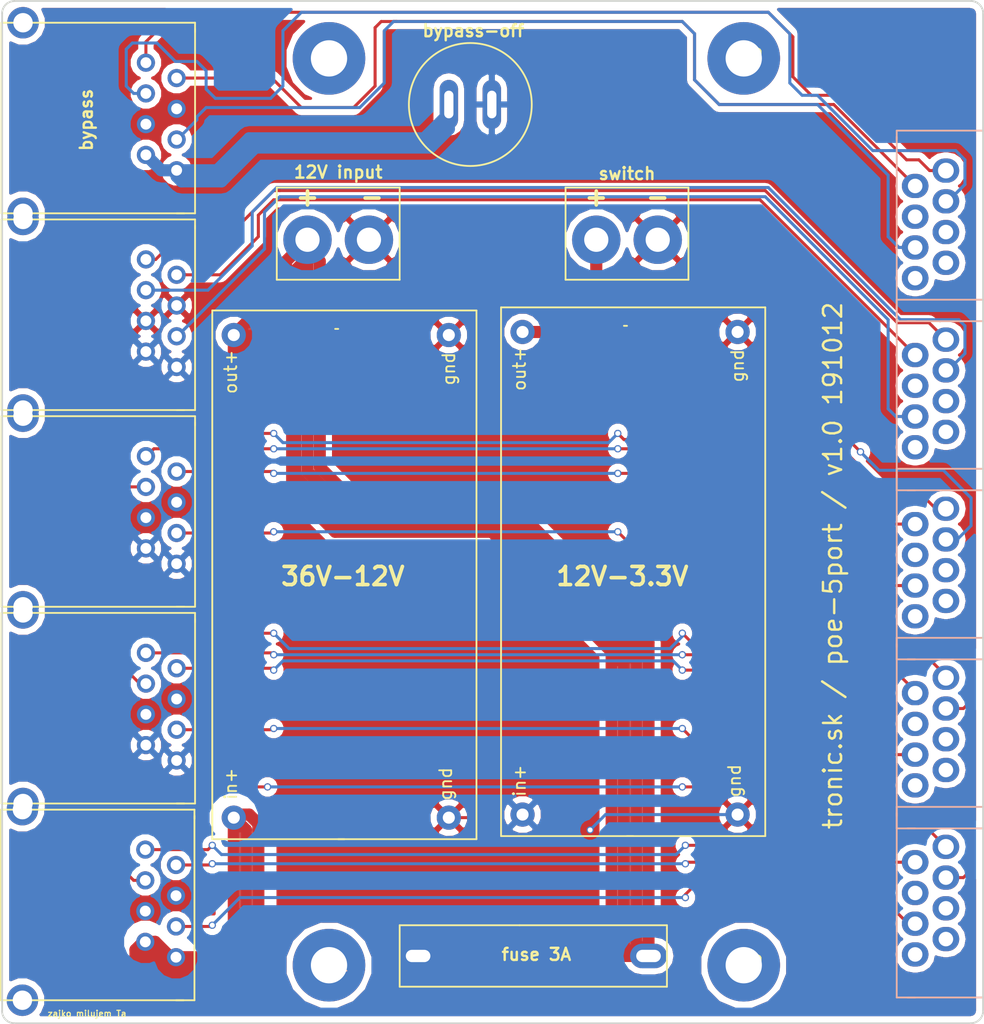
<source format=kicad_pcb>
(kicad_pcb (version 4) (host pcbnew 4.0.7)

  (general
    (links 51)
    (no_connects 1)
    (area 55.671649 47.981799 136.936551 132.612201)
    (thickness 1.6)
    (drawings 21)
    (tracks 365)
    (zones 0)
    (modules 20)
    (nets 28)
  )

  (page A4)
  (layers
    (0 F.Cu signal)
    (31 B.Cu signal hide)
    (32 B.Adhes user)
    (33 F.Adhes user)
    (34 B.Paste user)
    (35 F.Paste user)
    (36 B.SilkS user)
    (37 F.SilkS user)
    (38 B.Mask user)
    (39 F.Mask user)
    (40 Dwgs.User user)
    (41 Cmts.User user)
    (42 Eco1.User user)
    (43 Eco2.User user)
    (44 Edge.Cuts user)
    (45 Margin user)
    (46 B.CrtYd user)
    (47 F.CrtYd user)
    (48 B.Fab user)
    (49 F.Fab user)
  )

  (setup
    (last_trace_width 0.25)
    (trace_clearance 0.1)
    (zone_clearance 0.508)
    (zone_45_only yes)
    (trace_min 0.2)
    (segment_width 0.2)
    (edge_width 0.15)
    (via_size 0.6)
    (via_drill 0.4)
    (via_min_size 0.4)
    (via_min_drill 0.3)
    (uvia_size 0.3)
    (uvia_drill 0.1)
    (uvias_allowed no)
    (uvia_min_size 0.2)
    (uvia_min_drill 0.1)
    (pcb_text_width 0.3)
    (pcb_text_size 1.5 1.5)
    (mod_edge_width 0.15)
    (mod_text_size 1 1)
    (mod_text_width 0.15)
    (pad_size 3.048 2.032)
    (pad_drill 2.032)
    (pad_to_mask_clearance 0.2)
    (aux_axis_origin 0 0)
    (grid_origin 81.5086 98.5266)
    (visible_elements 7FFFFFFF)
    (pcbplotparams
      (layerselection 0x010f0_80000001)
      (usegerberextensions true)
      (excludeedgelayer true)
      (linewidth 0.100000)
      (plotframeref false)
      (viasonmask false)
      (mode 1)
      (useauxorigin false)
      (hpglpennumber 1)
      (hpglpenspeed 20)
      (hpglpendiameter 15)
      (hpglpenoverlay 2)
      (psnegative false)
      (psa4output false)
      (plotreference true)
      (plotvalue true)
      (plotinvisibletext false)
      (padsonsilk false)
      (subtractmaskfromsilk false)
      (outputformat 1)
      (mirror false)
      (drillshape 0)
      (scaleselection 1)
      (outputdirectory gerber/))
  )

  (net 0 "")
  (net 1 eth4-3)
  (net 2 eth4-1)
  (net 3 eth4-2)
  (net 4 eth6-3)
  (net 5 eth6-1)
  (net 6 eth6-4)
  (net 7 eth6-2)
  (net 8 eth1-3)
  (net 9 eth1-1)
  (net 10 eth1-4)
  (net 11 eth1-2)
  (net 12 eth2-3)
  (net 13 eth2-1)
  (net 14 eth2-4)
  (net 15 eth2-2)
  (net 16 eth7-4)
  (net 17 eth7-2)
  (net 18 eth7-3)
  (net 19 eth7-1)
  (net 20 5v)
  (net 21 eth4-4)
  (net 22 gnd)
  (net 23 "Net-(J19-Pad1)")
  (net 24 36V)
  (net 25 12V)
  (net 26 12V-input)
  (net 27 12v-bypass)

  (net_class Default "This is the default net class."
    (clearance 0.1)
    (trace_width 0.25)
    (via_dia 0.6)
    (via_drill 0.4)
    (uvia_dia 0.3)
    (uvia_drill 0.1)
    (add_net 12V)
    (add_net "Net-(J19-Pad1)")
    (add_net eth1-1)
    (add_net eth1-2)
    (add_net eth1-3)
    (add_net eth1-4)
    (add_net eth2-1)
    (add_net eth2-2)
    (add_net eth2-3)
    (add_net eth2-4)
    (add_net eth4-1)
    (add_net eth4-2)
    (add_net eth4-3)
    (add_net eth4-4)
    (add_net eth6-1)
    (add_net eth6-2)
    (add_net eth6-3)
    (add_net eth6-4)
    (add_net eth7-1)
    (add_net eth7-2)
    (add_net eth7-3)
    (add_net eth7-4)
    (add_net gnd)
  )

  (net_class 2kv ""
    (clearance 1.5)
    (trace_width 1)
    (via_dia 1.5)
    (via_drill 1)
    (uvia_dia 0.75)
    (uvia_drill 0.25)
  )

  (net_class 36v ""
    (clearance 1)
    (trace_width 1)
    (via_dia 0.6)
    (via_drill 0.4)
    (uvia_dia 0.3)
    (uvia_drill 0.1)
    (add_net 36V)
  )

  (net_class mains ""
    (clearance 0.8)
    (trace_width 2)
    (via_dia 3)
    (via_drill 2)
    (uvia_dia 1.5)
    (uvia_drill 0.5)
  )

  (net_class power ""
    (clearance 0.5)
    (trace_width 1)
    (via_dia 1.5)
    (via_drill 1)
    (uvia_dia 0.75)
    (uvia_drill 0.25)
    (add_net 12V-input)
    (add_net 12v-bypass)
    (add_net 5v)
  )

  (module psw-library:psw-rj45-no-hole (layer F.Cu) (tedit 5CABAA6A) (tstamp 5CABA58C)
    (at 65.8622 107.0102)
    (descr "Tyco 406549 - 100 BASE-T, RJ45 Jack")
    (tags "rj45 tyco")
    (path /5ACB458D)
    (fp_text reference J8 (at -4.572 1.27 90) (layer F.SilkS) hide
      (effects (font (size 1 1) (thickness 0.18)) (justify left bottom))
    )
    (fp_text value eth4 (at -8.636 -1.27 90) (layer F.SilkS) hide
      (effects (font (size 1 1) (thickness 0.18)))
    )
    (fp_line (start 5.842 -8.382) (end -10.16 -8.382) (layer F.SilkS) (width 0.15))
    (fp_line (start -10.16 7.366) (end 4.953 7.366) (layer F.SilkS) (width 0.15))
    (fp_line (start 5.842 -8.382) (end 5.842 -7.62) (layer F.SilkS) (width 0.15))
    (fp_line (start 4.318 7.366) (end 5.842 7.366) (layer F.SilkS) (width 0.15))
    (fp_line (start 5.842 7.366) (end 5.842 -7.874) (layer F.SilkS) (width 0.15))
    (fp_line (start -10.16 -8.382) (end -10.16 7.366) (layer F.SilkS) (width 0.15))
    (pad 7 thru_hole circle (at 1.778 2.54) (size 1.5 1.5) (drill 0.9) (layers *.Cu *.Mask)
      (net 25 12V))
    (pad 5 thru_hole circle (at 1.778 0) (size 1.5 1.5) (drill 0.9) (layers *.Cu *.Mask)
      (net 22 gnd) (zone_connect 2))
    (pad 3 thru_hole circle (at 1.778 -2.54) (size 1.5 1.5) (drill 0.9) (layers *.Cu *.Mask)
      (net 1 eth4-3))
    (pad 1 thru_hole circle (at 1.778 -5.08) (size 1.5 1.5) (drill 0.9) (layers *.Cu *.Mask)
      (net 2 eth4-1))
    (pad 8 thru_hole circle (at 4.318 3.81) (size 1.5 1.5) (drill 0.9) (layers *.Cu *.Mask)
      (net 25 12V))
    (pad 6 thru_hole circle (at 4.318 1.27) (size 1.5 1.5) (drill 0.9) (layers *.Cu *.Mask)
      (net 21 eth4-4))
    (pad 4 thru_hole circle (at 4.318 -1.27) (size 1.5 1.5) (drill 0.9) (layers *.Cu *.Mask)
      (net 22 gnd) (zone_connect 2))
    (pad 2 thru_hole circle (at 4.318 -3.81) (size 1.5 1.5) (drill 0.9) (layers *.Cu *.Mask)
      (net 3 eth4-2))
    (pad 9 thru_hole circle (at -8.382 -8.382) (size 2.6 2.6) (drill 1.6) (layers *.Cu *.Mask))
    (pad 9 thru_hole circle (at -8.382 7.366) (size 2.6 2.6) (drill 1.6) (layers *.Cu *.Mask))
  )

  (module psw-library:psw-rj45-no-hole (layer F.Cu) (tedit 5CABAA5D) (tstamp 5CABA5A6)
    (at 65.8622 90.7542)
    (descr "Tyco 406549 - 100 BASE-T, RJ45 Jack")
    (tags "rj45 tyco")
    (path /5ACB45A9)
    (fp_text reference J10 (at -4.572 1.27 90) (layer F.SilkS) hide
      (effects (font (size 1 1) (thickness 0.18)) (justify left bottom))
    )
    (fp_text value eth6 (at -8.636 -1.27 90) (layer F.SilkS) hide
      (effects (font (size 1 1) (thickness 0.18)))
    )
    (fp_line (start 5.842 -8.382) (end -10.16 -8.382) (layer F.SilkS) (width 0.15))
    (fp_line (start -10.16 7.366) (end 4.953 7.366) (layer F.SilkS) (width 0.15))
    (fp_line (start 5.842 -8.382) (end 5.842 -7.62) (layer F.SilkS) (width 0.15))
    (fp_line (start 4.318 7.366) (end 5.842 7.366) (layer F.SilkS) (width 0.15))
    (fp_line (start 5.842 7.366) (end 5.842 -7.874) (layer F.SilkS) (width 0.15))
    (fp_line (start -10.16 -8.382) (end -10.16 7.366) (layer F.SilkS) (width 0.15))
    (pad 7 thru_hole circle (at 1.778 2.54) (size 1.5 1.5) (drill 0.9) (layers *.Cu *.Mask)
      (net 25 12V))
    (pad 5 thru_hole circle (at 1.778 0) (size 1.5 1.5) (drill 0.9) (layers *.Cu *.Mask)
      (net 22 gnd) (zone_connect 2))
    (pad 3 thru_hole circle (at 1.778 -2.54) (size 1.5 1.5) (drill 0.9) (layers *.Cu *.Mask)
      (net 4 eth6-3))
    (pad 1 thru_hole circle (at 1.778 -5.08) (size 1.5 1.5) (drill 0.9) (layers *.Cu *.Mask)
      (net 5 eth6-1))
    (pad 8 thru_hole circle (at 4.318 3.81) (size 1.5 1.5) (drill 0.9) (layers *.Cu *.Mask)
      (net 25 12V))
    (pad 6 thru_hole circle (at 4.318 1.27) (size 1.5 1.5) (drill 0.9) (layers *.Cu *.Mask)
      (net 6 eth6-4))
    (pad 4 thru_hole circle (at 4.318 -1.27) (size 1.5 1.5) (drill 0.9) (layers *.Cu *.Mask)
      (net 22 gnd) (zone_connect 2))
    (pad 2 thru_hole circle (at 4.318 -3.81) (size 1.5 1.5) (drill 0.9) (layers *.Cu *.Mask)
      (net 7 eth6-2))
    (pad 9 thru_hole circle (at -8.382 -8.382) (size 2.6 2.6) (drill 1.6) (layers *.Cu *.Mask))
    (pad 9 thru_hole circle (at -8.382 7.366) (size 2.6 2.6) (drill 1.6) (layers *.Cu *.Mask))
  )

  (module Mounting_Holes:MountingHole_3mm_Pad (layer F.Cu) (tedit 5AFDC29C) (tstamp 5BBFBDF1)
    (at 117.0686 52.8066)
    (descr "Mounting Hole 3mm")
    (tags "mounting hole 3mm")
    (path /5AFDCB80)
    (attr virtual)
    (fp_text reference J19 (at 0.254 -0.254) (layer F.SilkS)
      (effects (font (size 1 1) (thickness 0.15)))
    )
    (fp_text value h1 (at 0 4) (layer F.Fab)
      (effects (font (size 1 1) (thickness 0.15)))
    )
    (fp_text user %R (at 0.3 0) (layer F.Fab)
      (effects (font (size 1 1) (thickness 0.15)))
    )
    (fp_circle (center 0 0) (end 3 0) (layer Cmts.User) (width 0.15))
    (fp_circle (center 0 0) (end 3.25 0) (layer F.CrtYd) (width 0.05))
    (pad 1 thru_hole circle (at 0 0) (size 6 6) (drill 3) (layers *.Cu *.Mask)
      (net 23 "Net-(J19-Pad1)"))
  )

  (module psw-library:psw-dc-dc-lm2596 (layer F.Cu) (tedit 5CABA5AE) (tstamp 5AF6F5C6)
    (at 84.0486 95.4786 90)
    (path /5AF74C29)
    (fp_text reference J1 (at 0 8.89 90) (layer F.SilkS) hide
      (effects (font (size 1 1) (thickness 0.15)))
    )
    (fp_text value d-dc (at 0 -9.398 90) (layer F.Fab)
      (effects (font (size 1 1) (thickness 0.15)))
    )
    (fp_text user out+ (at 16.764 -9.398 90) (layer F.SilkS)
      (effects (font (size 1 1) (thickness 0.15)))
    )
    (fp_text user in+ (at -17.272 -9.398 90) (layer F.SilkS)
      (effects (font (size 1 1) (thickness 0.15)))
    )
    (fp_text user gnd (at 17.018 8.636 90) (layer F.SilkS)
      (effects (font (size 1 1) (thickness 0.15)))
    )
    (fp_text user gnd (at -17.272 8.382 90) (layer F.SilkS)
      (effects (font (size 1 1) (thickness 0.15)))
    )
    (fp_line (start -21.844 0) (end -21.844 -10.922) (layer F.SilkS) (width 0.15))
    (fp_line (start -21.844 -10.922) (end 21.844 -10.922) (layer F.SilkS) (width 0.15))
    (fp_line (start 21.844 -10.922) (end 21.844 10.922) (layer F.SilkS) (width 0.15))
    (fp_line (start 21.844 10.922) (end -21.844 10.922) (layer F.SilkS) (width 0.15))
    (fp_line (start -21.844 10.922) (end -21.844 -0.508) (layer F.SilkS) (width 0.15))
    (fp_line (start 20.32 -0.508) (end 20.32 -0.762) (layer F.SilkS) (width 0.15))
    (pad 1 thru_hole circle (at -20.066 -9.144 90) (size 2 2) (drill 1) (layers *.Cu *.Mask)
      (net 24 36V))
    (pad 2 thru_hole circle (at -20.066 8.636 90) (size 2 2) (drill 1) (layers *.Cu *.Mask)
      (net 22 gnd))
    (pad 4 thru_hole circle (at 19.812 8.636 90) (size 2 2) (drill 1) (layers *.Cu *.Mask)
      (net 22 gnd))
    (pad 3 thru_hole circle (at 19.812 -9.144 90) (size 2 2) (drill 1) (layers *.Cu *.Mask)
      (net 26 12V-input))
  )

  (module Mounting_Holes:MountingHole_3mm_Pad (layer B.Cu) (tedit 5AFDC2A0) (tstamp 5B8C4A42)
    (at 82.7786 127.7366)
    (descr "Mounting Hole 3mm")
    (tags "mounting hole 3mm")
    (path /5AFDD10A)
    (attr virtual)
    (fp_text reference J20 (at 0.254 0) (layer B.SilkS)
      (effects (font (size 1 1) (thickness 0.15)) (justify mirror))
    )
    (fp_text value h1 (at 0 -4) (layer B.Fab)
      (effects (font (size 1 1) (thickness 0.15)) (justify mirror))
    )
    (fp_text user %R (at 0.3 0) (layer B.Fab)
      (effects (font (size 1 1) (thickness 0.15)) (justify mirror))
    )
    (fp_circle (center 0 0) (end 3 0) (layer Cmts.User) (width 0.15))
    (fp_circle (center 0 0) (end 3.25 0) (layer B.CrtYd) (width 0.05))
    (pad 1 thru_hole circle (at 0 0) (size 6 6) (drill 3) (layers *.Cu *.Mask))
  )

  (module psw-library:psw-poistka-auto (layer F.Cu) (tedit 5DA25947) (tstamp 5AF8193F)
    (at 90.3986 125.1966)
    (path /5ACBAC75)
    (fp_text reference fuse-1 (at 9.271 1.905) (layer F.SilkS) hide
      (effects (font (size 1 1) (thickness 0.15)))
    )
    (fp_text value fuse-1 (at 9.398 0.254) (layer F.Fab)
      (effects (font (size 1 1) (thickness 0.15)))
    )
    (fp_line (start 8.128 -0.762) (end -1.778 -0.762) (layer F.SilkS) (width 0.15))
    (fp_line (start -1.778 -0.762) (end -1.778 4.318) (layer F.SilkS) (width 0.15))
    (fp_line (start -1.778 4.318) (end 20.32 4.318) (layer F.SilkS) (width 0.15))
    (fp_line (start 20.32 4.318) (end 20.32 -0.508) (layer F.SilkS) (width 0.15))
    (fp_line (start 20.32 -0.508) (end 20.32 -0.762) (layer F.SilkS) (width 0.15))
    (fp_line (start 20.32 -0.762) (end 8.128 -0.762) (layer F.SilkS) (width 0.15))
    (pad 1 thru_hole oval (at -0.254 1.778) (size 3.048 2.032) (drill oval 2.032 1.016) (layers *.Cu *.Mask)
      (net 25 12V) (zone_connect 2))
    (pad 2 thru_hole oval (at 18.796 1.778) (size 3.048 2.032) (drill oval 2.032 1.016) (layers *.Cu *.Mask)
      (net 26 12V-input) (zone_connect 2) (thermal_width 2))
  )

  (module psw-library:psw-konektor-zeleny (layer F.Cu) (tedit 5CABA635) (tstamp 5AF81CC7)
    (at 88.6206 69.8246)
    (path /5ACB8070)
    (fp_text reference 12v1 (at -5.08 2.286) (layer F.SilkS) hide
      (effects (font (size 1 1) (thickness 0.15)))
    )
    (fp_text value 12v-input (at -5.08 -7.62) (layer F.Fab)
      (effects (font (size 1 1) (thickness 0.15)))
    )
    (fp_line (start -10.16 -6.35) (end 0 -6.35) (layer F.SilkS) (width 0.15))
    (fp_line (start 0 -6.35) (end 0 1.27) (layer F.SilkS) (width 0.15))
    (fp_line (start 0 1.27) (end -10.16 1.27) (layer F.SilkS) (width 0.15))
    (fp_line (start -10.16 1.27) (end -10.16 -6.35) (layer F.SilkS) (width 0.15))
    (pad 1 thru_hole circle (at -2.54 -2.032) (size 4 4) (drill 2) (layers *.Cu *.Mask)
      (net 22 gnd))
    (pad 2 thru_hole circle (at -7.62 -2.032) (size 4 4) (drill 2) (layers *.Cu *.Mask)
      (net 26 12V-input))
  )

  (module Mounting_Holes:MountingHole_3mm_Pad (layer F.Cu) (tedit 5AFDC29C) (tstamp 5AFDC0F9)
    (at 117.0686 127.7366)
    (descr "Mounting Hole 3mm")
    (tags "mounting hole 3mm")
    (path /5AFDCB80)
    (attr virtual)
    (fp_text reference J19 (at 0.254 -0.254) (layer F.SilkS)
      (effects (font (size 1 1) (thickness 0.15)))
    )
    (fp_text value h1 (at 0 4) (layer F.Fab)
      (effects (font (size 1 1) (thickness 0.15)))
    )
    (fp_text user %R (at 0.3 0) (layer F.Fab)
      (effects (font (size 1 1) (thickness 0.15)))
    )
    (fp_circle (center 0 0) (end 3 0) (layer Cmts.User) (width 0.15))
    (fp_circle (center 0 0) (end 3.25 0) (layer F.CrtYd) (width 0.05))
    (pad 1 thru_hole circle (at 0 0) (size 6 6) (drill 3) (layers *.Cu *.Mask)
      (net 23 "Net-(J19-Pad1)"))
  )

  (module Mounting_Holes:MountingHole_3mm_Pad (layer F.Cu) (tedit 5AFDC297) (tstamp 5AFDC101)
    (at 82.7786 52.8066)
    (descr "Mounting Hole 3mm")
    (tags "mounting hole 3mm")
    (path /5AFDD21F)
    (attr virtual)
    (fp_text reference J21 (at 0 -0.254) (layer F.SilkS)
      (effects (font (size 1 1) (thickness 0.15)))
    )
    (fp_text value h1 (at 0 4) (layer F.Fab)
      (effects (font (size 1 1) (thickness 0.15)))
    )
    (fp_text user %R (at 0.3 0) (layer F.Fab)
      (effects (font (size 1 1) (thickness 0.15)))
    )
    (fp_circle (center 0 0) (end 3 0) (layer Cmts.User) (width 0.15))
    (fp_circle (center 0 0) (end 3.25 0) (layer F.CrtYd) (width 0.05))
    (pad 1 thru_hole circle (at 0 0) (size 6 6) (drill 3) (layers *.Cu *.Mask))
  )

  (module psw-library:psw-konektor-zeleny (layer F.Cu) (tedit 5CABA5F7) (tstamp 5BBFB03E)
    (at 112.4966 69.8246)
    (path /5BBFE529)
    (fp_text reference 12v3 (at -5.2578 -7.4676) (layer F.SilkS) hide
      (effects (font (size 1 1) (thickness 0.15)))
    )
    (fp_text value switch-in (at -5.08 -7.62) (layer F.Fab) hide
      (effects (font (size 1 1) (thickness 0.15)))
    )
    (fp_line (start -10.16 -6.35) (end 0 -6.35) (layer F.SilkS) (width 0.15))
    (fp_line (start 0 -6.35) (end 0 1.27) (layer F.SilkS) (width 0.15))
    (fp_line (start 0 1.27) (end -10.16 1.27) (layer F.SilkS) (width 0.15))
    (fp_line (start -10.16 1.27) (end -10.16 -6.35) (layer F.SilkS) (width 0.15))
    (pad 1 thru_hole circle (at -2.54 -2.032) (size 4 4) (drill 2) (layers *.Cu *.Mask)
      (net 22 gnd))
    (pad 2 thru_hole circle (at -7.62 -2.032) (size 4 4) (drill 2) (layers *.Cu *.Mask)
      (net 20 5v))
  )

  (module psw-library:psw-rj45-no-hole (layer F.Cu) (tedit 5CABAA78) (tstamp 5CABA5B3)
    (at 65.8114 123.2662)
    (descr "Tyco 406549 - 100 BASE-T, RJ45 Jack")
    (tags "rj45 tyco")
    (path /5BBEAE50)
    (fp_text reference J11 (at -4.572 1.27 90) (layer F.SilkS) hide
      (effects (font (size 1 1) (thickness 0.18)) (justify left bottom))
    )
    (fp_text value eth7 (at -8.636 -1.27 90) (layer F.SilkS) hide
      (effects (font (size 1 1) (thickness 0.18)))
    )
    (fp_line (start 5.842 -8.382) (end -10.16 -8.382) (layer F.SilkS) (width 0.15))
    (fp_line (start -10.16 7.366) (end 4.953 7.366) (layer F.SilkS) (width 0.15))
    (fp_line (start 5.842 -8.382) (end 5.842 -7.62) (layer F.SilkS) (width 0.15))
    (fp_line (start 4.318 7.366) (end 5.842 7.366) (layer F.SilkS) (width 0.15))
    (fp_line (start 5.842 7.366) (end 5.842 -7.874) (layer F.SilkS) (width 0.15))
    (fp_line (start -10.16 -8.382) (end -10.16 7.366) (layer F.SilkS) (width 0.15))
    (pad 7 thru_hole circle (at 1.778 2.54) (size 1.5 1.5) (drill 0.9) (layers *.Cu *.Mask)
      (net 24 36V))
    (pad 5 thru_hole circle (at 1.778 0) (size 1.5 1.5) (drill 0.9) (layers *.Cu *.Mask)
      (net 22 gnd) (zone_connect 2))
    (pad 3 thru_hole circle (at 1.778 -2.54) (size 1.5 1.5) (drill 0.9) (layers *.Cu *.Mask)
      (net 18 eth7-3))
    (pad 1 thru_hole circle (at 1.778 -5.08) (size 1.5 1.5) (drill 0.9) (layers *.Cu *.Mask)
      (net 19 eth7-1))
    (pad 8 thru_hole circle (at 4.318 3.81) (size 1.5 1.5) (drill 0.9) (layers *.Cu *.Mask)
      (net 24 36V))
    (pad 6 thru_hole circle (at 4.318 1.27) (size 1.5 1.5) (drill 0.9) (layers *.Cu *.Mask)
      (net 16 eth7-4))
    (pad 4 thru_hole circle (at 4.318 -1.27) (size 1.5 1.5) (drill 0.9) (layers *.Cu *.Mask)
      (net 22 gnd) (zone_connect 2))
    (pad 2 thru_hole circle (at 4.318 -3.81) (size 1.5 1.5) (drill 0.9) (layers *.Cu *.Mask)
      (net 17 eth7-2))
    (pad 9 thru_hole circle (at -8.382 -8.382) (size 2.6 2.6) (drill 1.6) (layers *.Cu *.Mask))
    (pad 9 thru_hole circle (at -8.382 7.366) (size 2.6 2.6) (drill 1.6) (layers *.Cu *.Mask))
  )

  (module psw-library:psw-rj45-no-hole (layer F.Cu) (tedit 5CABAA4D) (tstamp 5CABA746)
    (at 65.8622 58.2422)
    (descr "Tyco 406549 - 100 BASE-T, RJ45 Jack")
    (tags "rj45 tyco")
    (path /5ACB425D)
    (fp_text reference J4 (at -4.572 1.27 90) (layer F.SilkS) hide
      (effects (font (size 1 1) (thickness 0.18)) (justify left bottom))
    )
    (fp_text value eth2 (at -8.636 -1.27 90) (layer F.SilkS) hide
      (effects (font (size 1 1) (thickness 0.18)))
    )
    (fp_line (start 5.842 -8.382) (end -10.16 -8.382) (layer F.SilkS) (width 0.15))
    (fp_line (start -10.16 7.366) (end 4.953 7.366) (layer F.SilkS) (width 0.15))
    (fp_line (start 5.842 -8.382) (end 5.842 -7.62) (layer F.SilkS) (width 0.15))
    (fp_line (start 4.318 7.366) (end 5.842 7.366) (layer F.SilkS) (width 0.15))
    (fp_line (start 5.842 7.366) (end 5.842 -7.874) (layer F.SilkS) (width 0.15))
    (fp_line (start -10.16 -8.382) (end -10.16 7.366) (layer F.SilkS) (width 0.15))
    (pad 7 thru_hole circle (at 1.778 2.54) (size 1.5 1.5) (drill 0.9) (layers *.Cu *.Mask)
      (net 27 12v-bypass))
    (pad 5 thru_hole circle (at 1.778 0) (size 1.5 1.5) (drill 0.9) (layers *.Cu *.Mask)
      (net 22 gnd) (zone_connect 2))
    (pad 3 thru_hole circle (at 1.778 -2.54) (size 1.5 1.5) (drill 0.9) (layers *.Cu *.Mask)
      (net 12 eth2-3))
    (pad 1 thru_hole circle (at 1.778 -5.08) (size 1.5 1.5) (drill 0.9) (layers *.Cu *.Mask)
      (net 13 eth2-1))
    (pad 8 thru_hole circle (at 4.318 3.81) (size 1.5 1.5) (drill 0.9) (layers *.Cu *.Mask)
      (net 27 12v-bypass))
    (pad 6 thru_hole circle (at 4.318 1.27) (size 1.5 1.5) (drill 0.9) (layers *.Cu *.Mask)
      (net 14 eth2-4))
    (pad 4 thru_hole circle (at 4.318 -1.27) (size 1.5 1.5) (drill 0.9) (layers *.Cu *.Mask)
      (net 22 gnd) (zone_connect 2))
    (pad 2 thru_hole circle (at 4.318 -3.81) (size 1.5 1.5) (drill 0.9) (layers *.Cu *.Mask)
      (net 15 eth2-2))
    (pad 9 thru_hole circle (at -8.382 -8.382) (size 2.6 2.6) (drill 1.6) (layers *.Cu *.Mask))
    (pad 9 thru_hole circle (at -8.382 7.366) (size 2.6 2.6) (drill 1.6) (layers *.Cu *.Mask))
  )

  (module psw-library:psw-dc-dc-lm2596 (layer F.Cu) (tedit 5DA249A8) (tstamp 5DA1F9FF)
    (at 107.9246 95.2246 90)
    (path /5DA20C60)
    (fp_text reference J2 (at 0 8.89 90) (layer F.SilkS) hide
      (effects (font (size 1 1) (thickness 0.15)))
    )
    (fp_text value d-dc (at 0 -9.398 90) (layer F.Fab)
      (effects (font (size 1 1) (thickness 0.15)))
    )
    (fp_text user out+ (at 16.764 -9.398 90) (layer F.SilkS)
      (effects (font (size 1 1) (thickness 0.15)))
    )
    (fp_text user in+ (at -17.272 -9.398 90) (layer F.SilkS)
      (effects (font (size 1 1) (thickness 0.15)))
    )
    (fp_text user gnd (at 17.018 8.636 90) (layer F.SilkS)
      (effects (font (size 1 1) (thickness 0.15)))
    )
    (fp_text user gnd (at -17.272 8.382 90) (layer F.SilkS)
      (effects (font (size 1 1) (thickness 0.15)))
    )
    (fp_line (start -21.844 0) (end -21.844 -10.922) (layer F.SilkS) (width 0.15))
    (fp_line (start -21.844 -10.922) (end 21.844 -10.922) (layer F.SilkS) (width 0.15))
    (fp_line (start 21.844 -10.922) (end 21.844 10.922) (layer F.SilkS) (width 0.15))
    (fp_line (start 21.844 10.922) (end -21.844 10.922) (layer F.SilkS) (width 0.15))
    (fp_line (start -21.844 10.922) (end -21.844 -0.508) (layer F.SilkS) (width 0.15))
    (fp_line (start 20.32 -0.508) (end 20.32 -0.762) (layer F.SilkS) (width 0.15))
    (pad 1 thru_hole circle (at -20.066 -9.144 90) (size 2 2) (drill 1) (layers *.Cu *.Mask)
      (net 25 12V))
    (pad 2 thru_hole circle (at -20.066 8.636 90) (size 2 2) (drill 1) (layers *.Cu *.Mask)
      (net 22 gnd))
    (pad 4 thru_hole circle (at 19.812 8.636 90) (size 2 2) (drill 1) (layers *.Cu *.Mask)
      (net 22 gnd))
    (pad 3 thru_hole circle (at 19.812 -9.144 90) (size 2 2) (drill 1) (layers *.Cu *.Mask)
      (net 20 5v))
  )

  (module psw-library:psw-rj-45-switch (layer B.Cu) (tedit 5DA2459C) (tstamp 5DA24668)
    (at 135.5598 67.1576 180)
    (descr "Tyco 406549 - 100 BASE-T, RJ45 Jack")
    (tags "rj45 tyco")
    (path /5BBEAE14)
    (fp_text reference J14 (at -4.572 -1.27 450) (layer B.SilkS)
      (effects (font (size 1 1) (thickness 0.18)) (justify left bottom mirror))
    )
    (fp_text value eth2-in (at -8.636 1.27 450) (layer B.SilkS) hide
      (effects (font (size 1 1) (thickness 0.18)) (justify mirror))
    )
    (fp_line (start 5.842 8.382) (end -10.16 8.382) (layer B.SilkS) (width 0.15))
    (fp_line (start -10.16 -7.366) (end 4.953 -7.366) (layer B.SilkS) (width 0.15))
    (fp_line (start 5.842 8.382) (end 5.842 7.62) (layer B.SilkS) (width 0.15))
    (fp_line (start 4.318 -7.366) (end 5.842 -7.366) (layer B.SilkS) (width 0.15))
    (fp_line (start 5.842 -7.366) (end 5.842 7.874) (layer B.SilkS) (width 0.15))
    (fp_line (start -10.16 8.382) (end -10.16 -7.366) (layer B.SilkS) (width 0.15))
    (pad 7 thru_hole oval (at 1.778 -2.54 180) (size 2.2 2) (drill 1.2) (layers *.Cu *.Mask))
    (pad 5 thru_hole oval (at 1.778 0 180) (size 2.2 2) (drill 1.2) (layers *.Cu *.Mask))
    (pad 3 thru_hole oval (at 1.778 2.54 180) (size 2.2 2) (drill 1.2) (layers *.Cu *.Mask)
      (net 12 eth2-3))
    (pad 1 thru_hole oval (at 1.778 5.08 180) (size 2.2 2) (drill 1.3) (layers *.Cu *.Mask)
      (net 13 eth2-1))
    (pad 8 thru_hole oval (at 4.318 -3.81 180) (size 2.2 2) (drill 1.2) (layers *.Cu *.Mask))
    (pad 6 thru_hole oval (at 4.318 -1.27 180) (size 2.2 2) (drill 1.2) (layers *.Cu *.Mask)
      (net 14 eth2-4))
    (pad 4 thru_hole oval (at 4.318 1.27 180) (size 2.2 2) (drill 1.2) (layers *.Cu *.Mask))
    (pad 2 thru_hole oval (at 4.318 3.81 180) (size 2.2 2) (drill 1.2) (layers *.Cu *.Mask)
      (net 15 eth2-2))
  )

  (module psw-library:psw-rj-45-switch (layer B.Cu) (tedit 5DA2459C) (tstamp 5DA24702)
    (at 135.5598 109.0676 180)
    (descr "Tyco 406549 - 100 BASE-T, RJ45 Jack")
    (tags "rj45 tyco")
    (path /5ACB5491)
    (fp_text reference J12 (at -4.572 -1.27 450) (layer B.SilkS)
      (effects (font (size 1 1) (thickness 0.18)) (justify left bottom mirror))
    )
    (fp_text value eth7-in (at -8.636 1.27 450) (layer B.SilkS) hide
      (effects (font (size 1 1) (thickness 0.18)) (justify mirror))
    )
    (fp_line (start 5.842 8.382) (end -10.16 8.382) (layer B.SilkS) (width 0.15))
    (fp_line (start -10.16 -7.366) (end 4.953 -7.366) (layer B.SilkS) (width 0.15))
    (fp_line (start 5.842 8.382) (end 5.842 7.62) (layer B.SilkS) (width 0.15))
    (fp_line (start 4.318 -7.366) (end 5.842 -7.366) (layer B.SilkS) (width 0.15))
    (fp_line (start 5.842 -7.366) (end 5.842 7.874) (layer B.SilkS) (width 0.15))
    (fp_line (start -10.16 8.382) (end -10.16 -7.366) (layer B.SilkS) (width 0.15))
    (pad 7 thru_hole oval (at 1.778 -2.54 180) (size 2.2 2) (drill 1.2) (layers *.Cu *.Mask))
    (pad 5 thru_hole oval (at 1.778 0 180) (size 2.2 2) (drill 1.2) (layers *.Cu *.Mask))
    (pad 3 thru_hole oval (at 1.778 2.54 180) (size 2.2 2) (drill 1.2) (layers *.Cu *.Mask)
      (net 1 eth4-3))
    (pad 1 thru_hole oval (at 1.778 5.08 180) (size 2.2 2) (drill 1.3) (layers *.Cu *.Mask)
      (net 2 eth4-1))
    (pad 8 thru_hole oval (at 4.318 -3.81 180) (size 2.2 2) (drill 1.2) (layers *.Cu *.Mask))
    (pad 6 thru_hole oval (at 4.318 -1.27 180) (size 2.2 2) (drill 1.2) (layers *.Cu *.Mask)
      (net 21 eth4-4))
    (pad 4 thru_hole oval (at 4.318 1.27 180) (size 2.2 2) (drill 1.2) (layers *.Cu *.Mask))
    (pad 2 thru_hole oval (at 4.318 3.81 180) (size 2.2 2) (drill 1.2) (layers *.Cu *.Mask)
      (net 3 eth4-2))
  )

  (module psw-library:psw-rj-45-switch (layer B.Cu) (tedit 5DA2459C) (tstamp 5DA24718)
    (at 135.5598 123.0376 180)
    (descr "Tyco 406549 - 100 BASE-T, RJ45 Jack")
    (tags "rj45 tyco")
    (path /5BBEAE26)
    (fp_text reference J16 (at -4.572 -1.27 450) (layer B.SilkS)
      (effects (font (size 1 1) (thickness 0.18)) (justify left bottom mirror))
    )
    (fp_text value eth4-in (at -8.636 1.27 450) (layer B.SilkS) hide
      (effects (font (size 1 1) (thickness 0.18)) (justify mirror))
    )
    (fp_line (start 5.842 8.382) (end -10.16 8.382) (layer B.SilkS) (width 0.15))
    (fp_line (start -10.16 -7.366) (end 4.953 -7.366) (layer B.SilkS) (width 0.15))
    (fp_line (start 5.842 8.382) (end 5.842 7.62) (layer B.SilkS) (width 0.15))
    (fp_line (start 4.318 -7.366) (end 5.842 -7.366) (layer B.SilkS) (width 0.15))
    (fp_line (start 5.842 -7.366) (end 5.842 7.874) (layer B.SilkS) (width 0.15))
    (fp_line (start -10.16 8.382) (end -10.16 -7.366) (layer B.SilkS) (width 0.15))
    (pad 7 thru_hole oval (at 1.778 -2.54 180) (size 2.2 2) (drill 1.2) (layers *.Cu *.Mask))
    (pad 5 thru_hole oval (at 1.778 0 180) (size 2.2 2) (drill 1.2) (layers *.Cu *.Mask))
    (pad 3 thru_hole oval (at 1.778 2.54 180) (size 2.2 2) (drill 1.2) (layers *.Cu *.Mask)
      (net 18 eth7-3))
    (pad 1 thru_hole oval (at 1.778 5.08 180) (size 2.2 2) (drill 1.3) (layers *.Cu *.Mask)
      (net 19 eth7-1))
    (pad 8 thru_hole oval (at 4.318 -3.81 180) (size 2.2 2) (drill 1.2) (layers *.Cu *.Mask))
    (pad 6 thru_hole oval (at 4.318 -1.27 180) (size 2.2 2) (drill 1.2) (layers *.Cu *.Mask)
      (net 16 eth7-4))
    (pad 4 thru_hole oval (at 4.318 1.27 180) (size 2.2 2) (drill 1.2) (layers *.Cu *.Mask))
    (pad 2 thru_hole oval (at 4.318 3.81 180) (size 2.2 2) (drill 1.2) (layers *.Cu *.Mask)
      (net 17 eth7-2))
  )

  (module psw-library:psw-rj-45-switch (layer B.Cu) (tedit 5DA2459C) (tstamp 5DA24723)
    (at 135.5598 95.0976 180)
    (descr "Tyco 406549 - 100 BASE-T, RJ45 Jack")
    (tags "rj45 tyco")
    (path /5BBEAE42)
    (fp_text reference J18 (at -4.572 -1.27 450) (layer B.SilkS)
      (effects (font (size 1 1) (thickness 0.18)) (justify left bottom mirror))
    )
    (fp_text value eth6-in (at -8.636 1.27 450) (layer B.SilkS) hide
      (effects (font (size 1 1) (thickness 0.18)) (justify mirror))
    )
    (fp_line (start 5.842 8.382) (end -10.16 8.382) (layer B.SilkS) (width 0.15))
    (fp_line (start -10.16 -7.366) (end 4.953 -7.366) (layer B.SilkS) (width 0.15))
    (fp_line (start 5.842 8.382) (end 5.842 7.62) (layer B.SilkS) (width 0.15))
    (fp_line (start 4.318 -7.366) (end 5.842 -7.366) (layer B.SilkS) (width 0.15))
    (fp_line (start 5.842 -7.366) (end 5.842 7.874) (layer B.SilkS) (width 0.15))
    (fp_line (start -10.16 8.382) (end -10.16 -7.366) (layer B.SilkS) (width 0.15))
    (pad 7 thru_hole oval (at 1.778 -2.54 180) (size 2.2 2) (drill 1.2) (layers *.Cu *.Mask))
    (pad 5 thru_hole oval (at 1.778 0 180) (size 2.2 2) (drill 1.2) (layers *.Cu *.Mask))
    (pad 3 thru_hole oval (at 1.778 2.54 180) (size 2.2 2) (drill 1.2) (layers *.Cu *.Mask)
      (net 4 eth6-3))
    (pad 1 thru_hole oval (at 1.778 5.08 180) (size 2.2 2) (drill 1.3) (layers *.Cu *.Mask)
      (net 5 eth6-1))
    (pad 8 thru_hole oval (at 4.318 -3.81 180) (size 2.2 2) (drill 1.2) (layers *.Cu *.Mask))
    (pad 6 thru_hole oval (at 4.318 -1.27 180) (size 2.2 2) (drill 1.2) (layers *.Cu *.Mask)
      (net 6 eth6-4))
    (pad 4 thru_hole oval (at 4.318 1.27 180) (size 2.2 2) (drill 1.2) (layers *.Cu *.Mask))
    (pad 2 thru_hole oval (at 4.318 3.81 180) (size 2.2 2) (drill 1.2) (layers *.Cu *.Mask)
      (net 7 eth6-2))
  )

  (module psw-library:psw-rj-45-switch (layer B.Cu) (tedit 5DA2459C) (tstamp 5DA247BD)
    (at 135.5598 81.1276 180)
    (descr "Tyco 406549 - 100 BASE-T, RJ45 Jack")
    (tags "rj45 tyco")
    (path /5ACB1F10)
    (fp_text reference J3 (at -4.572 -1.27 450) (layer B.SilkS)
      (effects (font (size 1 1) (thickness 0.18)) (justify left bottom mirror))
    )
    (fp_text value eth1 (at -8.636 1.27 450) (layer B.SilkS) hide
      (effects (font (size 1 1) (thickness 0.18)) (justify mirror))
    )
    (fp_line (start 5.842 8.382) (end -10.16 8.382) (layer B.SilkS) (width 0.15))
    (fp_line (start -10.16 -7.366) (end 4.953 -7.366) (layer B.SilkS) (width 0.15))
    (fp_line (start 5.842 8.382) (end 5.842 7.62) (layer B.SilkS) (width 0.15))
    (fp_line (start 4.318 -7.366) (end 5.842 -7.366) (layer B.SilkS) (width 0.15))
    (fp_line (start 5.842 -7.366) (end 5.842 7.874) (layer B.SilkS) (width 0.15))
    (fp_line (start -10.16 8.382) (end -10.16 -7.366) (layer B.SilkS) (width 0.15))
    (pad 7 thru_hole oval (at 1.778 -2.54 180) (size 2.2 2) (drill 1.2) (layers *.Cu *.Mask))
    (pad 5 thru_hole oval (at 1.778 0 180) (size 2.2 2) (drill 1.2) (layers *.Cu *.Mask))
    (pad 3 thru_hole oval (at 1.778 2.54 180) (size 2.2 2) (drill 1.2) (layers *.Cu *.Mask)
      (net 8 eth1-3))
    (pad 1 thru_hole oval (at 1.778 5.08 180) (size 2.2 2) (drill 1.3) (layers *.Cu *.Mask)
      (net 9 eth1-1))
    (pad 8 thru_hole oval (at 4.318 -3.81 180) (size 2.2 2) (drill 1.2) (layers *.Cu *.Mask))
    (pad 6 thru_hole oval (at 4.318 -1.27 180) (size 2.2 2) (drill 1.2) (layers *.Cu *.Mask)
      (net 10 eth1-4))
    (pad 4 thru_hole oval (at 4.318 1.27 180) (size 2.2 2) (drill 1.2) (layers *.Cu *.Mask))
    (pad 2 thru_hole oval (at 4.318 3.81 180) (size 2.2 2) (drill 1.2) (layers *.Cu *.Mask)
      (net 11 eth1-2))
  )

  (module psw-library:psw-rj45-no-hole (layer F.Cu) (tedit 5DA3002A) (tstamp 5DA24B7A)
    (at 65.8622 74.4982)
    (descr "Tyco 406549 - 100 BASE-T, RJ45 Jack")
    (tags "rj45 tyco")
    (path /5BBEAE06)
    (fp_text reference J13 (at -4.572 1.27 90) (layer F.SilkS) hide
      (effects (font (size 1 1) (thickness 0.18)) (justify left bottom))
    )
    (fp_text value eth1-in (at -8.636 -1.27 90) (layer F.SilkS) hide
      (effects (font (size 1 1) (thickness 0.18)))
    )
    (fp_line (start 5.842 -8.382) (end -10.16 -8.382) (layer F.SilkS) (width 0.15))
    (fp_line (start -10.16 7.366) (end 4.953 7.366) (layer F.SilkS) (width 0.15))
    (fp_line (start 5.842 -8.382) (end 5.842 -7.62) (layer F.SilkS) (width 0.15))
    (fp_line (start 4.318 7.366) (end 5.842 7.366) (layer F.SilkS) (width 0.15))
    (fp_line (start 5.842 7.366) (end 5.842 -7.874) (layer F.SilkS) (width 0.15))
    (fp_line (start -10.16 -8.382) (end -10.16 7.366) (layer F.SilkS) (width 0.15))
    (pad 7 thru_hole circle (at 1.778 2.54) (size 1.5 1.5) (drill 0.9) (layers *.Cu *.Mask)
      (net 25 12V))
    (pad 5 thru_hole circle (at 1.778 0) (size 1.5 1.5) (drill 0.9) (layers *.Cu *.Mask)
      (net 22 gnd))
    (pad 3 thru_hole circle (at 1.778 -2.54) (size 1.5 1.5) (drill 0.9) (layers *.Cu *.Mask)
      (net 8 eth1-3))
    (pad 1 thru_hole circle (at 1.778 -5.08) (size 1.5 1.5) (drill 0.9) (layers *.Cu *.Mask)
      (net 9 eth1-1))
    (pad 8 thru_hole circle (at 4.318 3.81) (size 1.5 1.5) (drill 0.9) (layers *.Cu *.Mask)
      (net 25 12V))
    (pad 6 thru_hole circle (at 4.318 1.27) (size 1.5 1.5) (drill 0.9) (layers *.Cu *.Mask)
      (net 10 eth1-4))
    (pad 4 thru_hole circle (at 4.318 -1.27) (size 1.5 1.5) (drill 0.9) (layers *.Cu *.Mask)
      (net 22 gnd))
    (pad 2 thru_hole circle (at 4.318 -3.81) (size 1.5 1.5) (drill 0.9) (layers *.Cu *.Mask)
      (net 11 eth1-2))
    (pad 9 thru_hole circle (at -8.382 -8.382) (size 2.6 2.6) (drill 1.6) (layers *.Cu *.Mask))
    (pad 9 thru_hole circle (at -8.382 7.366) (size 2.6 2.6) (drill 1.6) (layers *.Cu *.Mask))
  )

  (module psw-library:tlacitko (layer F.Cu) (tedit 5DA312C5) (tstamp 5DA31317)
    (at 96.2406 53.0606)
    (path /5DA3059B)
    (fp_text reference R1 (at -1.524 7.112) (layer F.SilkS) hide
      (effects (font (size 1 1) (thickness 0.15)))
    )
    (fp_text value R (at -1.524 0.508) (layer F.Fab)
      (effects (font (size 1 1) (thickness 0.15)))
    )
    (fp_circle (center -1.778 3.556) (end -1.778 8.636) (layer F.SilkS) (width 0.15))
    (pad 1 thru_hole oval (at -3.556 3.556) (size 1.524 4.064) (drill oval 0.762 2.286) (layers *.Cu *.Mask)
      (net 27 12v-bypass))
    (pad 2 thru_hole oval (at 0 3.556) (size 1.524 4.064) (drill oval 0.762 2.286) (layers *.Cu *.Mask)
      (net 25 12V))
  )

  (gr_text bypass-off (at 94.7166 50.5206) (layer F.SilkS)
    (effects (font (size 1 1) (thickness 0.2)))
  )
  (gr_text bypass (at 62.7126 57.8866 90) (layer F.SilkS)
    (effects (font (size 1 1) (thickness 0.2)))
  )
  (gr_text - (at 109.9566 64.2366) (layer F.SilkS)
    (effects (font (size 1.5 1.5) (thickness 0.3)) (justify mirror))
  )
  (gr_text + (at 104.8766 64.2366) (layer F.SilkS)
    (effects (font (size 1.5 1.5) (thickness 0.3)) (justify mirror))
  )
  (gr_text - (at 86.3346 64.2366) (layer F.SilkS)
    (effects (font (size 1.5 1.5) (thickness 0.3)) (justify mirror))
  )
  (gr_text + (at 81.0006 64.2366) (layer F.SilkS)
    (effects (font (size 1.5 1.5) (thickness 0.3)) (justify mirror))
  )
  (gr_text switch (at 107.4166 62.3316) (layer F.SilkS)
    (effects (font (size 1 1) (thickness 0.2)))
  )
  (gr_text "12V input" (at 83.5406 62.2046) (layer F.SilkS)
    (effects (font (size 1 1) (thickness 0.2)))
  )
  (gr_text 12V-3.3V (at 107.0356 95.6056) (layer F.SilkS)
    (effects (font (size 1.5 1.5) (thickness 0.3)))
  )
  (gr_text 36V-12V (at 83.9216 95.6056) (layer F.SilkS)
    (effects (font (size 1.5 1.5) (thickness 0.3)))
  )
  (gr_text "fuse 3A" (at 99.9236 126.8476) (layer F.SilkS)
    (effects (font (size 1 1) (thickness 0.2)))
  )
  (gr_line (start 135.8392 132.5372) (end 56.769 132.5372) (angle 90) (layer Edge.Cuts) (width 0.15))
  (gr_line (start 135.8392 48.0568) (end 56.7944 48.0568) (angle 90) (layer Edge.Cuts) (width 0.15))
  (gr_line (start 55.753 131.4958) (end 55.753 49.0982) (angle 90) (layer Edge.Cuts) (width 0.15))
  (gr_line (start 136.8552 49.0982) (end 136.8552 131.4958) (angle 90) (layer Edge.Cuts) (width 0.15))
  (gr_text "zajko milujem Ta" (at 62.7761 131.7371) (layer F.SilkS)
    (effects (font (size 0.5 0.5) (thickness 0.1)))
  )
  (gr_text "tronic.sk / poe-5port / v1.0 191012" (at 124.4346 94.7166 90) (layer F.SilkS)
    (effects (font (size 1.5 1.5) (thickness 0.2)))
  )
  (gr_arc (start 135.84555 49.07915) (end 135.84555 48.06315) (angle 90) (layer Edge.Cuts) (width 0.15) (tstamp 5B8843CF))
  (gr_arc (start 135.84555 131.51485) (end 136.86155 131.51485) (angle 90) (layer Edge.Cuts) (width 0.15) (tstamp 5B8843CB))
  (gr_arc (start 56.76265 131.51485) (end 56.76265 132.53085) (angle 90) (layer Edge.Cuts) (width 0.15) (tstamp 5B8843C1))
  (gr_arc (start 56.769 49.0855) (end 55.753 49.0855) (angle 90) (layer Edge.Cuts) (width 0.15))

  (segment (start 111.9886 100.3046) (end 111.9886 100.5586) (width 0.25) (layer B.Cu) (net 1))
  (segment (start 79.4766 101.5746) (end 78.2066 100.3046) (width 0.25) (layer B.Cu) (net 1) (tstamp 5DA314C9))
  (segment (start 110.9726 101.5746) (end 79.4766 101.5746) (width 0.25) (layer B.Cu) (net 1) (tstamp 5DA314C6))
  (segment (start 111.9886 100.5586) (end 110.9726 101.5746) (width 0.25) (layer B.Cu) (net 1) (tstamp 5DA314C5))
  (segment (start 67.6402 104.4702) (end 67.1322 104.4702) (width 0.25) (layer F.Cu) (net 1))
  (segment (start 67.1322 104.4702) (end 66.0146 103.3526) (width 0.25) (layer F.Cu) (net 1) (tstamp 5DA259AD))
  (via (at 78.2066 100.3046) (size 0.6) (drill 0.4) (layers F.Cu B.Cu) (net 1))
  (segment (start 67.0306 100.3046) (end 78.2066 100.3046) (width 0.25) (layer F.Cu) (net 1) (tstamp 5DA259B5))
  (segment (start 66.0146 101.3206) (end 67.0306 100.3046) (width 0.25) (layer F.Cu) (net 1) (tstamp 5DA259B3))
  (segment (start 66.0146 103.3526) (end 66.0146 101.3206) (width 0.25) (layer F.Cu) (net 1) (tstamp 5DA259B1))
  (via (at 111.9886 100.3046) (size 0.6) (drill 0.4) (layers F.Cu B.Cu) (net 1))
  (segment (start 111.9886 100.3046) (end 113.0046 101.3206) (width 0.25) (layer F.Cu) (net 1) (tstamp 5DA259BD))
  (segment (start 113.0046 101.3206) (end 134.8486 101.3206) (width 0.25) (layer F.Cu) (net 1) (tstamp 5DA259BE))
  (segment (start 134.8486 101.3206) (end 135.6106 102.0826) (width 0.25) (layer F.Cu) (net 1) (tstamp 5DA259C3))
  (segment (start 135.6106 102.0826) (end 135.6106 106.1466) (width 0.25) (layer F.Cu) (net 1) (tstamp 5DA259C4))
  (segment (start 135.6106 106.1466) (end 135.2296 106.5276) (width 0.25) (layer F.Cu) (net 1) (tstamp 5DA259C5))
  (segment (start 135.2296 106.5276) (end 133.7818 106.5276) (width 0.25) (layer F.Cu) (net 1) (tstamp 5DA259C6))
  (segment (start 67.6402 101.9302) (end 78.0542 101.9302) (width 0.25) (layer F.Cu) (net 2))
  (segment (start 132.0546 102.0826) (end 133.7818 103.8098) (width 0.25) (layer F.Cu) (net 2) (tstamp 5DA25980))
  (segment (start 129.7686 102.0826) (end 132.0546 102.0826) (width 0.25) (layer F.Cu) (net 2) (tstamp 5DA2597D))
  (segment (start 111.9886 102.0826) (end 129.7686 102.0826) (width 0.25) (layer F.Cu) (net 2) (tstamp 5DA2597C))
  (via (at 111.9886 102.0826) (size 0.6) (drill 0.4) (layers F.Cu B.Cu) (net 2))
  (segment (start 78.2066 102.0826) (end 111.9886 102.0826) (width 0.25) (layer B.Cu) (net 2) (tstamp 5DA2596D))
  (via (at 78.2066 102.0826) (size 0.6) (drill 0.4) (layers F.Cu B.Cu) (net 2))
  (segment (start 78.0542 101.9302) (end 78.2066 102.0826) (width 0.25) (layer F.Cu) (net 2) (tstamp 5DA25962))
  (segment (start 133.7818 103.8098) (end 133.7818 103.9876) (width 0.25) (layer F.Cu) (net 2) (tstamp 5DA25982))
  (segment (start 67.7164 101.854) (end 67.6402 101.9302) (width 0.25) (layer F.Cu) (net 2) (tstamp 5BBFBA05))
  (segment (start 78.2066 103.3526) (end 78.9686 102.5906) (width 0.25) (layer B.Cu) (net 3))
  (segment (start 111.2266 102.5906) (end 111.9886 103.3526) (width 0.25) (layer B.Cu) (net 3) (tstamp 5DA314C0))
  (segment (start 78.9686 102.5906) (end 111.2266 102.5906) (width 0.25) (layer B.Cu) (net 3) (tstamp 5DA314BF))
  (segment (start 70.1802 103.2002) (end 78.0542 103.2002) (width 0.25) (layer F.Cu) (net 3))
  (segment (start 129.5146 103.3526) (end 131.2418 105.0798) (width 0.25) (layer F.Cu) (net 3) (tstamp 5DA259A6))
  (via (at 111.9886 103.3526) (size 0.6) (drill 0.4) (layers F.Cu B.Cu) (net 3))
  (segment (start 111.9886 103.3526) (end 126.7206 103.3526) (width 0.25) (layer F.Cu) (net 3) (tstamp 5DA259A3))
  (segment (start 126.7206 103.3526) (end 129.5146 103.3526) (width 0.25) (layer F.Cu) (net 3) (tstamp 5DA259A4))
  (via (at 78.2066 103.3526) (size 0.6) (drill 0.4) (layers F.Cu B.Cu) (net 3))
  (segment (start 78.0542 103.2002) (end 78.2066 103.3526) (width 0.25) (layer F.Cu) (net 3) (tstamp 5DA25999))
  (segment (start 131.2418 105.0798) (end 131.2418 105.2576) (width 0.25) (layer F.Cu) (net 3) (tstamp 5DA259A7))
  (segment (start 78.2066 83.7946) (end 78.9686 84.5566) (width 0.25) (layer B.Cu) (net 4))
  (segment (start 105.8926 84.5566) (end 106.6546 83.7946) (width 0.25) (layer B.Cu) (net 4) (tstamp 5DA314D3))
  (segment (start 78.9686 84.5566) (end 105.8926 84.5566) (width 0.25) (layer B.Cu) (net 4) (tstamp 5DA314D1))
  (segment (start 131.0386 86.8426) (end 128.2446 86.8426) (width 0.25) (layer B.Cu) (net 4))
  (via (at 106.6546 83.7946) (size 0.6) (drill 0.4) (layers F.Cu B.Cu) (net 4))
  (segment (start 107.1626 84.3026) (end 106.6546 83.7946) (width 0.25) (layer F.Cu) (net 4) (tstamp 5DA25888))
  (segment (start 125.4506 84.3026) (end 107.1626 84.3026) (width 0.25) (layer F.Cu) (net 4) (tstamp 5DA2FFBD))
  (segment (start 133.5786 86.8426) (end 131.0386 86.8426) (width 0.25) (layer B.Cu) (net 4) (tstamp 5DA25880))
  (segment (start 135.8646 89.1286) (end 133.5786 86.8426) (width 0.25) (layer B.Cu) (net 4) (tstamp 5DA2587E))
  (segment (start 135.8646 91.4146) (end 135.8646 89.1286) (width 0.25) (layer B.Cu) (net 4) (tstamp 5DA2587C))
  (segment (start 134.7216 92.5576) (end 135.8646 91.4146) (width 0.25) (layer B.Cu) (net 4) (tstamp 5DA2587B))
  (segment (start 128.2446 86.8426) (end 126.7206 85.3186) (width 0.25) (layer B.Cu) (net 4) (tstamp 5DA2FFB5))
  (via (at 126.7206 85.3186) (size 0.6) (drill 0.4) (layers F.Cu B.Cu) (net 4))
  (segment (start 126.7206 85.3186) (end 125.7046 84.3026) (width 0.25) (layer F.Cu) (net 4) (tstamp 5DA2FFB9))
  (segment (start 125.7046 84.3026) (end 125.4506 84.3026) (width 0.25) (layer F.Cu) (net 4) (tstamp 5DA2FFBA))
  (segment (start 133.7818 92.5576) (end 134.7216 92.5576) (width 0.25) (layer B.Cu) (net 4))
  (via (at 78.2066 83.7946) (size 0.6) (drill 0.4) (layers F.Cu B.Cu) (net 4))
  (segment (start 78.2066 83.7946) (end 70.3326 83.7946) (width 0.25) (layer F.Cu) (net 4) (tstamp 5DA25895))
  (segment (start 70.3326 83.7946) (end 65.7606 83.7946) (width 0.25) (layer F.Cu) (net 4) (tstamp 5DA25896))
  (segment (start 65.7606 83.7946) (end 65.2526 84.3026) (width 0.25) (layer F.Cu) (net 4) (tstamp 5DA25897))
  (segment (start 65.2526 84.3026) (end 65.2526 87.6046) (width 0.25) (layer F.Cu) (net 4) (tstamp 5DA25898))
  (segment (start 65.2526 87.6046) (end 65.8622 88.2142) (width 0.25) (layer F.Cu) (net 4) (tstamp 5DA25899))
  (segment (start 65.8622 88.2142) (end 67.6402 88.2142) (width 0.25) (layer F.Cu) (net 4) (tstamp 5DA2589A))
  (segment (start 133.7818 90.0176) (end 132.9436 90.0176) (width 0.25) (layer F.Cu) (net 5))
  (segment (start 132.9436 90.0176) (end 132.0546 89.1286) (width 0.25) (layer F.Cu) (net 5) (tstamp 5DA2FFC4))
  (segment (start 129.2606 89.1286) (end 125.4506 85.3186) (width 0.25) (layer F.Cu) (net 5) (tstamp 5DA2FFC7))
  (segment (start 132.0546 89.1286) (end 129.2606 89.1286) (width 0.25) (layer F.Cu) (net 5) (tstamp 5DA2FFC6))
  (segment (start 67.6402 85.6742) (end 67.691 85.6742) (width 0.25) (layer F.Cu) (net 5))
  (segment (start 67.691 85.6742) (end 68.3006 85.0646) (width 0.25) (layer F.Cu) (net 5) (tstamp 5DA25841))
  (segment (start 68.3006 85.0646) (end 78.2066 85.0646) (width 0.25) (layer F.Cu) (net 5) (tstamp 5DA25843))
  (via (at 78.2066 85.0646) (size 0.6) (drill 0.4) (layers F.Cu B.Cu) (net 5))
  (segment (start 78.2066 85.0646) (end 106.6546 85.0646) (width 0.25) (layer B.Cu) (net 5) (tstamp 5DA25846))
  (via (at 106.6546 85.0646) (size 0.6) (drill 0.4) (layers F.Cu B.Cu) (net 5))
  (segment (start 106.6546 85.0646) (end 122.4026 85.0646) (width 0.25) (layer F.Cu) (net 5) (tstamp 5DA2584E))
  (segment (start 122.4026 85.0646) (end 125.1966 85.0646) (width 0.25) (layer F.Cu) (net 5) (tstamp 5DA2584F))
  (segment (start 125.1966 85.0646) (end 125.4506 85.3186) (width 0.25) (layer F.Cu) (net 5) (tstamp 5DA25853))
  (segment (start 125.4506 85.3186) (end 127.7366 87.6046) (width 0.25) (layer F.Cu) (net 5) (tstamp 5DA2FFCC))
  (segment (start 67.6275 85.6615) (end 67.6275 85.3313) (width 0.25) (layer B.Cu) (net 5))
  (segment (start 70.1802 92.0242) (end 78.105 92.0242) (width 0.25) (layer F.Cu) (net 6))
  (segment (start 111.0996 96.3676) (end 131.2418 96.3676) (width 0.25) (layer F.Cu) (net 6) (tstamp 5DA258BD))
  (segment (start 106.6546 91.9226) (end 111.0996 96.3676) (width 0.25) (layer F.Cu) (net 6) (tstamp 5DA258BC))
  (via (at 106.6546 91.9226) (size 0.6) (drill 0.4) (layers F.Cu B.Cu) (net 6))
  (segment (start 78.2066 91.9226) (end 106.6546 91.9226) (width 0.25) (layer B.Cu) (net 6) (tstamp 5DA258B4))
  (via (at 78.2066 91.9226) (size 0.6) (drill 0.4) (layers F.Cu B.Cu) (net 6))
  (segment (start 78.105 92.0242) (end 78.2066 91.9226) (width 0.25) (layer F.Cu) (net 6) (tstamp 5DA258AE))
  (segment (start 70.1802 86.9442) (end 78.0542 86.9442) (width 0.25) (layer F.Cu) (net 7))
  (segment (start 124.5616 91.2876) (end 131.2418 91.2876) (width 0.25) (layer F.Cu) (net 7) (tstamp 5DA25872))
  (segment (start 120.3706 87.0966) (end 124.5616 91.2876) (width 0.25) (layer F.Cu) (net 7) (tstamp 5DA2586F))
  (segment (start 106.6546 87.0966) (end 120.3706 87.0966) (width 0.25) (layer F.Cu) (net 7) (tstamp 5DA2586E))
  (via (at 106.6546 87.0966) (size 0.6) (drill 0.4) (layers F.Cu B.Cu) (net 7))
  (segment (start 78.2066 87.0966) (end 106.6546 87.0966) (width 0.25) (layer B.Cu) (net 7) (tstamp 5DA25867))
  (via (at 78.2066 87.0966) (size 0.6) (drill 0.4) (layers F.Cu B.Cu) (net 7))
  (segment (start 78.0542 86.9442) (end 78.2066 87.0966) (width 0.25) (layer F.Cu) (net 7) (tstamp 5DA25864))
  (segment (start 70.1675 86.9315) (end 70.1675 86.8553) (width 0.25) (layer B.Cu) (net 7))
  (segment (start 70.104 86.868) (end 70.485 86.868) (width 0.25) (layer B.Cu) (net 7))
  (segment (start 67.6402 71.9582) (end 72.771 71.9582) (width 0.25) (layer B.Cu) (net 8))
  (segment (start 78.4606 63.4746) (end 119.1006 63.4746) (width 0.25) (layer B.Cu) (net 8) (tstamp 5DA30098))
  (segment (start 76.4286 65.5066) (end 78.4606 63.4746) (width 0.25) (layer B.Cu) (net 8) (tstamp 5DA30096))
  (segment (start 76.4286 68.3006) (end 76.4286 65.5066) (width 0.25) (layer B.Cu) (net 8) (tstamp 5DA30094))
  (segment (start 72.771 71.9582) (end 76.4286 68.3006) (width 0.25) (layer B.Cu) (net 8) (tstamp 5DA30091))
  (segment (start 133.7818 78.5876) (end 133.9596 78.5876) (width 0.25) (layer B.Cu) (net 8))
  (segment (start 133.9596 78.5876) (end 135.3566 77.1906) (width 0.25) (layer B.Cu) (net 8) (tstamp 5DA2FE5F))
  (segment (start 135.3566 74.9046) (end 135.1026 74.6506) (width 0.25) (layer B.Cu) (net 8) (tstamp 5DA2FE62))
  (segment (start 135.3566 77.1906) (end 135.3566 74.9046) (width 0.25) (layer B.Cu) (net 8) (tstamp 5DA2FE60))
  (segment (start 133.7818 78.5876) (end 134.4676 78.5876) (width 0.25) (layer B.Cu) (net 8))
  (segment (start 130.0226 74.3966) (end 128.4986 72.8726) (width 0.25) (layer B.Cu) (net 8) (tstamp 5DA2FE2A))
  (segment (start 134.8486 74.3966) (end 130.0226 74.3966) (width 0.25) (layer B.Cu) (net 8) (tstamp 5DA2FE28))
  (segment (start 135.1026 74.6506) (end 134.8486 74.3966) (width 0.25) (layer B.Cu) (net 8) (tstamp 5DA2FE67))
  (segment (start 119.1006 63.4746) (end 128.4986 72.8726) (width 0.25) (layer B.Cu) (net 8) (tstamp 5DA3009E))
  (segment (start 128.4986 72.8726) (end 128.7526 73.1266) (width 0.25) (layer B.Cu) (net 8) (tstamp 5DA2FE2F))
  (segment (start 69.3166 68.5546) (end 73.3806 68.5546) (width 0.25) (layer F.Cu) (net 9))
  (segment (start 78.2066 63.7286) (end 78.7146 63.7286) (width 0.25) (layer F.Cu) (net 9) (tstamp 5DA3133D))
  (segment (start 73.3806 68.5546) (end 78.2066 63.7286) (width 0.25) (layer F.Cu) (net 9) (tstamp 5DA3133B))
  (segment (start 67.6402 69.4182) (end 68.453 69.4182) (width 0.25) (layer F.Cu) (net 9))
  (segment (start 132.3848 74.6506) (end 133.7818 76.0476) (width 0.25) (layer F.Cu) (net 9) (tstamp 5DA300F2))
  (segment (start 129.7686 74.6506) (end 132.3848 74.6506) (width 0.25) (layer F.Cu) (net 9) (tstamp 5DA300F0))
  (segment (start 118.8466 63.7286) (end 129.7686 74.6506) (width 0.25) (layer F.Cu) (net 9) (tstamp 5DA300EB))
  (segment (start 78.7146 63.7286) (end 118.8466 63.7286) (width 0.25) (layer F.Cu) (net 9) (tstamp 5DA31340))
  (segment (start 68.453 69.4182) (end 69.3166 68.5546) (width 0.25) (layer F.Cu) (net 9) (tstamp 5DA300D3))
  (segment (start 129.0066 81.7626) (end 129.0066 74.3966) (width 0.25) (layer B.Cu) (net 10))
  (segment (start 129.0066 74.3966) (end 128.4986 73.8886) (width 0.25) (layer B.Cu) (net 10) (tstamp 5DA314DE))
  (segment (start 70.1802 75.7682) (end 70.231 75.7682) (width 0.25) (layer B.Cu) (net 10))
  (segment (start 70.231 75.7682) (end 77.4446 68.5546) (width 0.25) (layer B.Cu) (net 10) (tstamp 5DA30079))
  (segment (start 77.4446 68.5546) (end 77.4446 65.5066) (width 0.25) (layer B.Cu) (net 10) (tstamp 5DA3007E))
  (segment (start 77.4446 65.5066) (end 78.7146 64.2366) (width 0.25) (layer B.Cu) (net 10) (tstamp 5DA30080))
  (segment (start 78.7146 64.2366) (end 118.8466 64.2366) (width 0.25) (layer B.Cu) (net 10) (tstamp 5DA30082))
  (segment (start 118.8466 64.2366) (end 128.4986 73.8886) (width 0.25) (layer B.Cu) (net 10) (tstamp 5DA30084))
  (segment (start 70.231 75.7682) (end 73.1266 72.8726) (width 0.25) (layer B.Cu) (net 10) (tstamp 5DA24E2C))
  (segment (start 129.0066 81.7626) (end 129.6416 82.3976) (width 0.25) (layer B.Cu) (net 10) (tstamp 5DA314DC))
  (segment (start 129.6416 82.3976) (end 131.2418 82.3976) (width 0.25) (layer B.Cu) (net 10) (tstamp 5DA24E3F))
  (segment (start 70.104 75.438) (end 70.104 75.5015) (width 0.25) (layer F.Cu) (net 10))
  (segment (start 70.1802 70.6882) (end 73.787 70.6882) (width 0.25) (layer F.Cu) (net 11))
  (segment (start 76.9366 65.7606) (end 78.2066 64.4906) (width 0.25) (layer F.Cu) (net 11) (tstamp 5DA31333))
  (segment (start 76.9366 67.5386) (end 76.9366 65.7606) (width 0.25) (layer F.Cu) (net 11) (tstamp 5DA31331))
  (segment (start 73.787 70.6882) (end 76.9366 67.5386) (width 0.25) (layer F.Cu) (net 11) (tstamp 5DA3132F))
  (segment (start 70.1802 70.6882) (end 70.231 70.6882) (width 0.25) (layer F.Cu) (net 11))
  (segment (start 118.4148 64.4906) (end 131.2418 77.3176) (width 0.25) (layer F.Cu) (net 11) (tstamp 5DA300BA))
  (segment (start 78.2066 64.4906) (end 118.4148 64.4906) (width 0.25) (layer F.Cu) (net 11) (tstamp 5DA31337))
  (segment (start 70.1675 70.6755) (end 70.9041 70.6755) (width 0.25) (layer F.Cu) (net 11))
  (segment (start 66.0146 52.2986) (end 66.0146 52.0446) (width 0.25) (layer B.Cu) (net 12))
  (segment (start 80.4926 48.9966) (end 80.7466 48.9966) (width 0.25) (layer B.Cu) (net 12) (tstamp 5DA314A6))
  (segment (start 78.9686 50.5206) (end 80.4926 48.9966) (width 0.25) (layer B.Cu) (net 12) (tstamp 5DA314A5))
  (segment (start 78.9686 55.0926) (end 78.9686 50.5206) (width 0.25) (layer B.Cu) (net 12) (tstamp 5DA314A3))
  (segment (start 77.9526 56.1086) (end 78.9686 55.0926) (width 0.25) (layer B.Cu) (net 12) (tstamp 5DA314A1))
  (segment (start 73.3806 56.1086) (end 77.9526 56.1086) (width 0.25) (layer B.Cu) (net 12) (tstamp 5DA3149D))
  (segment (start 72.6186 55.3466) (end 73.3806 56.1086) (width 0.25) (layer B.Cu) (net 12) (tstamp 5DA3149C))
  (segment (start 72.6186 53.8226) (end 72.6186 55.3466) (width 0.25) (layer B.Cu) (net 12) (tstamp 5DA3149B))
  (segment (start 71.8566 53.0606) (end 72.6186 53.8226) (width 0.25) (layer B.Cu) (net 12) (tstamp 5DA3149A))
  (segment (start 70.5866 53.0606) (end 71.8566 53.0606) (width 0.25) (layer B.Cu) (net 12) (tstamp 5DA31499))
  (segment (start 70.0786 53.0606) (end 70.5866 53.0606) (width 0.25) (layer B.Cu) (net 12) (tstamp 5DA31498))
  (segment (start 68.5546 51.5366) (end 70.0786 53.0606) (width 0.25) (layer B.Cu) (net 12) (tstamp 5DA31496))
  (segment (start 66.5226 51.5366) (end 68.5546 51.5366) (width 0.25) (layer B.Cu) (net 12) (tstamp 5DA31495))
  (segment (start 66.0146 52.0446) (end 66.5226 51.5366) (width 0.25) (layer B.Cu) (net 12) (tstamp 5DA31494))
  (segment (start 135.3566 61.6966) (end 135.3566 61.1886) (width 0.25) (layer B.Cu) (net 12))
  (segment (start 118.5926 48.9966) (end 80.7466 48.9966) (width 0.25) (layer B.Cu) (net 12) (tstamp 5DA31423))
  (segment (start 135.3566 63.2206) (end 135.3566 61.6966) (width 0.25) (layer B.Cu) (net 12) (tstamp 5DA31396))
  (segment (start 135.3566 61.1886) (end 134.5946 60.4266) (width 0.25) (layer B.Cu) (net 12) (tstamp 5DA31413))
  (segment (start 134.5946 60.4266) (end 127.7366 60.4266) (width 0.25) (layer B.Cu) (net 12) (tstamp 5DA31414))
  (segment (start 127.7366 60.4266) (end 123.1646 55.8546) (width 0.25) (layer B.Cu) (net 12) (tstamp 5DA31415))
  (segment (start 123.1646 55.8546) (end 121.8946 55.8546) (width 0.25) (layer B.Cu) (net 12) (tstamp 5DA31418))
  (segment (start 121.8946 55.8546) (end 120.8786 54.8386) (width 0.25) (layer B.Cu) (net 12) (tstamp 5DA31419))
  (segment (start 120.8786 54.8386) (end 120.8786 50.7746) (width 0.25) (layer B.Cu) (net 12) (tstamp 5DA3141B))
  (segment (start 120.8786 50.7746) (end 119.1006 48.9966) (width 0.25) (layer B.Cu) (net 12) (tstamp 5DA3141D))
  (segment (start 119.1006 48.9966) (end 118.5926 48.9966) (width 0.25) (layer B.Cu) (net 12) (tstamp 5DA31420))
  (segment (start 133.7818 64.6176) (end 133.9596 64.6176) (width 0.25) (layer B.Cu) (net 12))
  (segment (start 133.9596 64.6176) (end 135.3566 63.2206) (width 0.25) (layer B.Cu) (net 12) (tstamp 5DA31395))
  (segment (start 66.0146 52.2986) (end 66.0146 55.0926) (width 0.25) (layer B.Cu) (net 12) (tstamp 5DA31492))
  (segment (start 66.0146 55.0926) (end 66.6242 55.7022) (width 0.25) (layer B.Cu) (net 12) (tstamp 5DA313A4))
  (segment (start 66.6242 55.7022) (end 67.6402 55.7022) (width 0.25) (layer B.Cu) (net 12) (tstamp 5DA313A5))
  (segment (start 133.9596 64.6176) (end 135.3566 63.2206) (width 0.25) (layer B.Cu) (net 12) (tstamp 5DA2FE79))
  (segment (start 133.7818 62.0776) (end 132.4356 62.0776) (width 0.25) (layer F.Cu) (net 13))
  (segment (start 121.1326 51.0286) (end 119.1006 48.9966) (width 0.25) (layer F.Cu) (net 13) (tstamp 5DA31407))
  (segment (start 121.1326 54.3306) (end 121.1326 51.0286) (width 0.25) (layer F.Cu) (net 13) (tstamp 5DA31405))
  (segment (start 122.6566 55.8546) (end 121.1326 54.3306) (width 0.25) (layer F.Cu) (net 13) (tstamp 5DA31403))
  (segment (start 125.1966 55.8546) (end 122.6566 55.8546) (width 0.25) (layer F.Cu) (net 13) (tstamp 5DA31401))
  (segment (start 130.5306 61.1886) (end 125.1966 55.8546) (width 0.25) (layer F.Cu) (net 13) (tstamp 5DA313FF))
  (segment (start 131.5466 61.1886) (end 130.5306 61.1886) (width 0.25) (layer F.Cu) (net 13) (tstamp 5DA313FE))
  (segment (start 132.4356 62.0776) (end 131.5466 61.1886) (width 0.25) (layer F.Cu) (net 13) (tstamp 5DA313FA))
  (segment (start 67.6402 53.1622) (end 67.6402 51.435) (width 0.25) (layer F.Cu) (net 13))
  (segment (start 67.6402 51.435) (end 70.0786 48.9966) (width 0.25) (layer F.Cu) (net 13) (tstamp 5DA31367))
  (segment (start 70.0786 48.9966) (end 119.1006 48.9966) (width 0.25) (layer F.Cu) (net 13) (tstamp 5DA3136A))
  (segment (start 133.7818 62.0776) (end 132.6896 62.0776) (width 0.25) (layer F.Cu) (net 13))
  (segment (start 70.1802 59.5122) (end 70.231 59.5122) (width 0.25) (layer B.Cu) (net 14))
  (segment (start 70.231 59.5122) (end 71.8566 57.8866) (width 0.25) (layer B.Cu) (net 14) (tstamp 5DA313BB))
  (segment (start 129.8956 68.4276) (end 131.2418 68.4276) (width 0.25) (layer B.Cu) (net 14) (tstamp 5DA313DA))
  (segment (start 129.0066 67.5386) (end 129.8956 68.4276) (width 0.25) (layer B.Cu) (net 14) (tstamp 5DA313D9))
  (segment (start 129.0066 62.4586) (end 129.0066 67.5386) (width 0.25) (layer B.Cu) (net 14) (tstamp 5DA313D7))
  (segment (start 123.1646 56.6166) (end 129.0066 62.4586) (width 0.25) (layer B.Cu) (net 14) (tstamp 5DA313D3))
  (segment (start 115.0366 56.6166) (end 123.1646 56.6166) (width 0.25) (layer B.Cu) (net 14) (tstamp 5DA313D1))
  (segment (start 113.0046 54.5846) (end 115.0366 56.6166) (width 0.25) (layer B.Cu) (net 14) (tstamp 5DA313CF))
  (segment (start 113.0046 50.7746) (end 113.0046 54.5846) (width 0.25) (layer B.Cu) (net 14) (tstamp 5DA313CD))
  (segment (start 111.9886 49.7586) (end 113.0046 50.7746) (width 0.25) (layer B.Cu) (net 14) (tstamp 5DA313CB))
  (segment (start 88.1126 49.7586) (end 111.9886 49.7586) (width 0.25) (layer B.Cu) (net 14) (tstamp 5DA313C9))
  (segment (start 87.3506 50.5206) (end 88.1126 49.7586) (width 0.25) (layer B.Cu) (net 14) (tstamp 5DA313C8))
  (segment (start 87.3506 54.8386) (end 87.3506 50.5206) (width 0.25) (layer B.Cu) (net 14) (tstamp 5DA313C6))
  (segment (start 85.3186 56.8706) (end 87.3506 54.8386) (width 0.25) (layer B.Cu) (net 14) (tstamp 5DA313C3))
  (segment (start 72.6186 56.8706) (end 85.3186 56.8706) (width 0.25) (layer B.Cu) (net 14) (tstamp 5DA313C0))
  (segment (start 71.8566 57.6326) (end 72.6186 56.8706) (width 0.25) (layer B.Cu) (net 14) (tstamp 5DA313BF))
  (segment (start 71.8566 57.8866) (end 71.8566 57.6326) (width 0.25) (layer B.Cu) (net 14) (tstamp 5DA313BC))
  (segment (start 131.2418 68.4276) (end 130.9116 68.4276) (width 0.25) (layer F.Cu) (net 14))
  (segment (start 88.3666 49.7586) (end 87.0966 49.7586) (width 0.25) (layer F.Cu) (net 15))
  (segment (start 86.5886 55.0926) (end 84.8106 56.8706) (width 0.25) (layer F.Cu) (net 15) (tstamp 5DA314FB))
  (segment (start 86.5886 50.2666) (end 86.5886 55.0926) (width 0.25) (layer F.Cu) (net 15) (tstamp 5DA314FA))
  (segment (start 87.0966 49.7586) (end 86.5886 50.2666) (width 0.25) (layer F.Cu) (net 15) (tstamp 5DA314F9))
  (segment (start 70.1802 54.4322) (end 78.0542 54.4322) (width 0.25) (layer F.Cu) (net 15))
  (segment (start 80.4926 56.8706) (end 84.8106 56.8706) (width 0.25) (layer F.Cu) (net 15) (tstamp 5DA3137D))
  (segment (start 78.0542 54.4322) (end 80.4926 56.8706) (width 0.25) (layer F.Cu) (net 15) (tstamp 5DA3137B))
  (segment (start 124.5108 56.6166) (end 131.2418 63.3476) (width 0.25) (layer F.Cu) (net 15) (tstamp 5DA3138D))
  (segment (start 115.0366 56.6166) (end 124.5108 56.6166) (width 0.25) (layer F.Cu) (net 15) (tstamp 5DA3138B))
  (segment (start 113.0046 54.5846) (end 115.0366 56.6166) (width 0.25) (layer F.Cu) (net 15) (tstamp 5DA31389))
  (segment (start 113.0046 50.7746) (end 113.0046 54.5846) (width 0.25) (layer F.Cu) (net 15) (tstamp 5DA31387))
  (segment (start 111.9886 49.7586) (end 113.0046 50.7746) (width 0.25) (layer F.Cu) (net 15) (tstamp 5DA31386))
  (segment (start 88.1126 49.7586) (end 88.3666 49.7586) (width 0.25) (layer F.Cu) (net 15) (tstamp 5DA31383))
  (segment (start 88.3666 49.7586) (end 111.9886 49.7586) (width 0.25) (layer F.Cu) (net 15) (tstamp 5DA314F7))
  (segment (start 131.2418 124.3076) (end 130.6576 124.3076) (width 0.25) (layer F.Cu) (net 16))
  (segment (start 130.6576 124.3076) (end 129.0066 122.6566) (width 0.25) (layer F.Cu) (net 16) (tstamp 5DA2FD26))
  (segment (start 112.2426 121.8946) (end 112.2426 122.1486) (width 0.25) (layer F.Cu) (net 16) (tstamp 5DA2FD2E))
  (segment (start 114.2746 119.8626) (end 112.2426 121.8946) (width 0.25) (layer F.Cu) (net 16) (tstamp 5DA2FD2D))
  (segment (start 128.2446 119.8626) (end 114.2746 119.8626) (width 0.25) (layer F.Cu) (net 16) (tstamp 5DA2FD2C))
  (segment (start 129.0066 120.6246) (end 128.2446 119.8626) (width 0.25) (layer F.Cu) (net 16) (tstamp 5DA2FD2A))
  (segment (start 129.0066 122.6566) (end 129.0066 120.6246) (width 0.25) (layer F.Cu) (net 16) (tstamp 5DA2FD27))
  (segment (start 70.1294 124.5362) (end 73.025 124.5362) (width 0.25) (layer F.Cu) (net 16))
  (via (at 112.2426 122.1486) (size 0.6) (drill 0.4) (layers F.Cu B.Cu) (net 16))
  (segment (start 75.4126 122.1486) (end 112.2426 122.1486) (width 0.25) (layer B.Cu) (net 16) (tstamp 5DA25B40))
  (segment (start 73.1266 124.4346) (end 75.4126 122.1486) (width 0.25) (layer B.Cu) (net 16) (tstamp 5DA25B3F))
  (via (at 73.1266 124.4346) (size 0.6) (drill 0.4) (layers F.Cu B.Cu) (net 16))
  (segment (start 73.025 124.5362) (end 73.1266 124.4346) (width 0.25) (layer F.Cu) (net 16) (tstamp 5DA25B3A))
  (segment (start 70.1675 124.5235) (end 70.7009 124.5235) (width 0.25) (layer B.Cu) (net 16))
  (segment (start 70.1294 119.4562) (end 73.025 119.4562) (width 0.25) (layer F.Cu) (net 17))
  (segment (start 112.3696 119.2276) (end 131.2418 119.2276) (width 0.25) (layer F.Cu) (net 17) (tstamp 5DA25AF8))
  (segment (start 112.2426 119.3546) (end 112.3696 119.2276) (width 0.25) (layer F.Cu) (net 17) (tstamp 5DA25AF7))
  (via (at 112.2426 119.3546) (size 0.6) (drill 0.4) (layers F.Cu B.Cu) (net 17))
  (segment (start 73.1266 119.3546) (end 112.2426 119.3546) (width 0.25) (layer B.Cu) (net 17) (tstamp 5DA25AF0))
  (via (at 73.1266 119.3546) (size 0.6) (drill 0.4) (layers F.Cu B.Cu) (net 17))
  (segment (start 73.025 119.4562) (end 73.1266 119.3546) (width 0.25) (layer F.Cu) (net 17) (tstamp 5DA25AEC))
  (segment (start 65.7606 119.6086) (end 65.7606 117.5766) (width 0.25) (layer F.Cu) (net 18))
  (segment (start 72.8726 113.0046) (end 77.6986 113.0046) (width 0.25) (layer F.Cu) (net 18) (tstamp 5DA2FD1A))
  (segment (start 69.3166 116.5606) (end 72.8726 113.0046) (width 0.25) (layer F.Cu) (net 18) (tstamp 5DA2FD18))
  (segment (start 66.7766 116.5606) (end 69.3166 116.5606) (width 0.25) (layer F.Cu) (net 18) (tstamp 5DA2FD16))
  (segment (start 65.7606 117.5766) (end 66.7766 116.5606) (width 0.25) (layer F.Cu) (net 18) (tstamp 5DA2FD15))
  (segment (start 67.5894 120.7262) (end 66.6242 120.7262) (width 0.25) (layer F.Cu) (net 18))
  (segment (start 135.2296 120.4976) (end 133.7818 120.4976) (width 0.25) (layer F.Cu) (net 18) (tstamp 5DA25B1F))
  (via (at 77.6986 113.0046) (size 0.6) (drill 0.4) (layers F.Cu B.Cu) (net 18))
  (segment (start 77.6986 113.0046) (end 111.9886 113.0046) (width 0.25) (layer B.Cu) (net 18) (tstamp 5DA25B08))
  (via (at 111.9886 113.0046) (size 0.6) (drill 0.4) (layers F.Cu B.Cu) (net 18))
  (segment (start 111.9886 113.0046) (end 124.4346 113.0046) (width 0.25) (layer F.Cu) (net 18) (tstamp 5DA25B12))
  (segment (start 124.4346 113.0046) (end 126.7206 115.2906) (width 0.25) (layer F.Cu) (net 18) (tstamp 5DA25B13))
  (segment (start 126.7206 115.2906) (end 134.5946 115.2906) (width 0.25) (layer F.Cu) (net 18) (tstamp 5DA25B15))
  (segment (start 134.5946 115.2906) (end 135.8646 116.5606) (width 0.25) (layer F.Cu) (net 18) (tstamp 5DA25B1A))
  (segment (start 135.8646 116.5606) (end 135.8646 119.8626) (width 0.25) (layer F.Cu) (net 18) (tstamp 5DA25B1C))
  (segment (start 135.8646 119.8626) (end 135.2296 120.4976) (width 0.25) (layer F.Cu) (net 18) (tstamp 5DA25B1E))
  (segment (start 65.7606 119.8626) (end 65.7606 119.6086) (width 0.25) (layer F.Cu) (net 18) (tstamp 5DA25AFE))
  (segment (start 66.6242 120.7262) (end 65.7606 119.8626) (width 0.25) (layer F.Cu) (net 18) (tstamp 5DA25AFD))
  (segment (start 67.6275 120.7135) (end 67.0179 120.7135) (width 0.25) (layer B.Cu) (net 18))
  (segment (start 112.2426 117.8306) (end 111.4806 118.5926) (width 0.25) (layer B.Cu) (net 19))
  (segment (start 73.8886 118.5926) (end 73.1266 117.8306) (width 0.25) (layer B.Cu) (net 19) (tstamp 5DA314B5))
  (segment (start 111.4806 118.5926) (end 73.8886 118.5926) (width 0.25) (layer B.Cu) (net 19) (tstamp 5DA314B3))
  (segment (start 67.5894 118.1862) (end 72.771 118.1862) (width 0.25) (layer F.Cu) (net 19))
  (segment (start 132.3848 116.5606) (end 133.7818 117.9576) (width 0.25) (layer F.Cu) (net 19) (tstamp 5DA25AE5))
  (segment (start 125.7046 116.5606) (end 132.3848 116.5606) (width 0.25) (layer F.Cu) (net 19) (tstamp 5DA25AE3))
  (segment (start 124.4346 117.8306) (end 125.7046 116.5606) (width 0.25) (layer F.Cu) (net 19) (tstamp 5DA25AE0))
  (segment (start 112.2426 117.8306) (end 124.4346 117.8306) (width 0.25) (layer F.Cu) (net 19) (tstamp 5DA25ADF))
  (via (at 112.2426 117.8306) (size 0.6) (drill 0.4) (layers F.Cu B.Cu) (net 19))
  (via (at 73.1266 117.8306) (size 0.6) (drill 0.4) (layers F.Cu B.Cu) (net 19))
  (segment (start 72.771 118.1862) (end 73.1266 117.8306) (width 0.25) (layer F.Cu) (net 19) (tstamp 5DA25AC1))
  (segment (start 104.8766 67.7926) (end 104.8766 72.6186) (width 1) (layer F.Cu) (net 20))
  (segment (start 102.0826 75.4126) (end 98.7806 75.4126) (width 1) (layer F.Cu) (net 20) (tstamp 5DA24C03))
  (segment (start 104.8766 72.6186) (end 102.0826 75.4126) (width 1) (layer F.Cu) (net 20) (tstamp 5DA24C02))
  (segment (start 70.1802 108.2802) (end 78.105 108.2802) (width 0.25) (layer F.Cu) (net 21))
  (segment (start 114.1476 110.3376) (end 131.2418 110.3376) (width 0.25) (layer F.Cu) (net 21) (tstamp 5DA259D7))
  (segment (start 111.9886 108.1786) (end 114.1476 110.3376) (width 0.25) (layer F.Cu) (net 21) (tstamp 5DA259D6))
  (via (at 111.9886 108.1786) (size 0.6) (drill 0.4) (layers F.Cu B.Cu) (net 21))
  (segment (start 78.2066 108.1786) (end 111.9886 108.1786) (width 0.25) (layer B.Cu) (net 21) (tstamp 5DA259CE))
  (via (at 78.2066 108.1786) (size 0.6) (drill 0.4) (layers F.Cu B.Cu) (net 21))
  (segment (start 78.105 108.2802) (end 78.2066 108.1786) (width 0.25) (layer F.Cu) (net 21) (tstamp 5DA259CA))
  (segment (start 92.6846 115.5446) (end 95.2246 115.5446) (width 0.25) (layer F.Cu) (net 22))
  (segment (start 105.6386 115.2906) (end 116.5606 115.2906) (width 0.25) (layer B.Cu) (net 22) (tstamp 5DA2FB25))
  (segment (start 104.3686 116.5606) (end 105.6386 115.2906) (width 0.25) (layer B.Cu) (net 22) (tstamp 5DA2FB24))
  (via (at 104.3686 116.5606) (size 0.6) (drill 0.4) (layers F.Cu B.Cu) (net 22))
  (segment (start 103.8606 117.0686) (end 104.3686 116.5606) (width 0.25) (layer F.Cu) (net 22) (tstamp 5DA2FB21))
  (segment (start 96.7486 117.0686) (end 103.8606 117.0686) (width 0.25) (layer F.Cu) (net 22) (tstamp 5DA2FB1F))
  (segment (start 95.2246 115.5446) (end 96.7486 117.0686) (width 0.25) (layer F.Cu) (net 22) (tstamp 5DA2FB1C))
  (segment (start 67.5894 125.8062) (end 67.437 125.8062) (width 1) (layer F.Cu) (net 24))
  (segment (start 67.437 125.8062) (end 66.7766 126.4666) (width 1) (layer F.Cu) (net 24) (tstamp 5DA2FA44))
  (segment (start 76.1746 115.2906) (end 75.1586 115.2906) (width 1) (layer F.Cu) (net 24) (tstamp 5DA2FA54))
  (segment (start 76.9366 116.0526) (end 76.1746 115.2906) (width 1) (layer F.Cu) (net 24) (tstamp 5DA2FA53))
  (segment (start 76.9366 126.4666) (end 76.9366 116.0526) (width 1) (layer F.Cu) (net 24) (tstamp 5DA2FA50))
  (segment (start 74.6506 128.7526) (end 76.9366 126.4666) (width 1) (layer F.Cu) (net 24) (tstamp 5DA2FA4D))
  (segment (start 68.3006 128.7526) (end 74.6506 128.7526) (width 1) (layer F.Cu) (net 24) (tstamp 5DA2FA4B))
  (segment (start 66.7766 127.2286) (end 68.3006 128.7526) (width 1) (layer F.Cu) (net 24) (tstamp 5DA2FA48))
  (segment (start 66.7766 126.4666) (end 66.7766 127.2286) (width 1) (layer F.Cu) (net 24) (tstamp 5DA2FA46))
  (segment (start 75.1586 115.2906) (end 74.9046 115.5446) (width 1) (layer F.Cu) (net 24) (tstamp 5DA2FA56))
  (segment (start 74.9046 125.9586) (end 74.9046 115.5446) (width 1) (layer F.Cu) (net 24) (tstamp 5DA24BC7))
  (segment (start 73.787 127.0762) (end 74.9046 125.9586) (width 1) (layer F.Cu) (net 24) (tstamp 5DA24BC6))
  (segment (start 67.5894 125.8062) (end 67.5894 127.0254) (width 1) (layer F.Cu) (net 24))
  (segment (start 75.9206 116.5606) (end 74.9046 115.5446) (width 1) (layer F.Cu) (net 24) (tstamp 5DA25A37))
  (segment (start 75.9206 126.2126) (end 75.9206 116.5606) (width 1) (layer F.Cu) (net 24) (tstamp 5DA25A35))
  (segment (start 74.1426 127.9906) (end 75.9206 126.2126) (width 1) (layer F.Cu) (net 24) (tstamp 5DA25A33))
  (segment (start 68.5546 127.9906) (end 74.1426 127.9906) (width 1) (layer F.Cu) (net 24) (tstamp 5DA25A32))
  (segment (start 67.5894 127.0254) (end 68.5546 127.9906) (width 1) (layer F.Cu) (net 24) (tstamp 5DA25A31))
  (segment (start 67.5894 125.8062) (end 68.4022 125.8062) (width 1) (layer F.Cu) (net 24))
  (segment (start 68.4022 125.8062) (end 69.6722 127.0762) (width 1) (layer F.Cu) (net 24) (tstamp 5DA25A2C))
  (segment (start 69.6722 127.0762) (end 70.1294 127.0762) (width 1) (layer F.Cu) (net 24) (tstamp 5DA25A2E))
  (segment (start 70.1294 127.0762) (end 73.787 127.0762) (width 1) (layer F.Cu) (net 24))
  (segment (start 70.1294 127.0762) (end 68.8594 127.0762) (width 1) (layer F.Cu) (net 24))
  (segment (start 68.8594 127.0762) (end 67.5894 125.8062) (width 1) (layer F.Cu) (net 24) (tstamp 5DA24BC3))
  (segment (start 106.1466 98.0186) (end 109.1946 101.0666) (width 1) (layer F.Cu) (net 26))
  (segment (start 109.1946 101.0666) (end 109.1946 102.3366) (width 1) (layer F.Cu) (net 26) (tstamp 5DA2FD8B))
  (segment (start 109.1946 126.9746) (end 106.6546 126.9746) (width 1) (layer F.Cu) (net 26))
  (segment (start 82.0166 69.5706) (end 82.0166 86.5886) (width 1) (layer F.Cu) (net 26) (tstamp 5DA2FA9A))
  (segment (start 82.0166 86.5886) (end 84.8106 89.3826) (width 1) (layer F.Cu) (net 26) (tstamp 5DA2FA9B))
  (segment (start 84.8106 89.3826) (end 97.5106 89.3826) (width 1) (layer F.Cu) (net 26) (tstamp 5DA2FA9D))
  (segment (start 82.0166 69.5706) (end 81.0006 68.5546) (width 1) (layer F.Cu) (net 26) (tstamp 5DA2FA99))
  (segment (start 106.1466 98.0186) (end 97.5106 89.3826) (width 1) (layer F.Cu) (net 26) (tstamp 5DA2FD60))
  (segment (start 106.1466 126.4666) (end 106.1466 98.0186) (width 1) (layer F.Cu) (net 26) (tstamp 5DA2FD5B))
  (segment (start 106.6546 126.9746) (end 106.1466 126.4666) (width 1) (layer F.Cu) (net 26) (tstamp 5DA2FD5A))
  (segment (start 74.9046 75.6666) (end 79.2226 75.6666) (width 1) (layer F.Cu) (net 26))
  (segment (start 79.9846 74.9046) (end 79.9846 75.4126) (width 1) (layer F.Cu) (net 26) (tstamp 5DA2FB02))
  (segment (start 79.2226 75.6666) (end 79.9846 74.9046) (width 1) (layer F.Cu) (net 26) (tstamp 5DA2FB01))
  (segment (start 74.9046 75.6666) (end 75.9206 74.6506) (width 1) (layer F.Cu) (net 26))
  (segment (start 79.2226 69.5706) (end 81.0006 67.7926) (width 1) (layer F.Cu) (net 26) (tstamp 5DA2FAFD))
  (segment (start 79.2226 74.3966) (end 79.2226 69.5706) (width 1) (layer F.Cu) (net 26) (tstamp 5DA2FAFA))
  (segment (start 78.9686 74.6506) (end 79.2226 74.3966) (width 1) (layer F.Cu) (net 26) (tstamp 5DA2FAF9))
  (segment (start 75.9206 74.6506) (end 78.9686 74.6506) (width 1) (layer F.Cu) (net 26) (tstamp 5DA2FAF8))
  (segment (start 109.1946 126.9746) (end 107.9246 126.9746) (width 1) (layer F.Cu) (net 26))
  (segment (start 107.9246 126.9746) (end 107.1626 126.2126) (width 1) (layer F.Cu) (net 26) (tstamp 5DA2FACF))
  (segment (start 74.9046 77.1906) (end 74.9046 75.6666) (width 1) (layer F.Cu) (net 26) (tstamp 5DA2FAF5))
  (segment (start 78.4606 77.1906) (end 74.9046 77.1906) (width 1) (layer F.Cu) (net 26) (tstamp 5DA2FAF3))
  (segment (start 79.7306 78.4606) (end 78.4606 77.1906) (width 1) (layer F.Cu) (net 26) (tstamp 5DA2FAF1))
  (segment (start 79.7306 88.3666) (end 79.7306 78.4606) (width 1) (layer F.Cu) (net 26) (tstamp 5DA2FAE2))
  (segment (start 83.2866 91.9226) (end 79.7306 88.3666) (width 1) (layer F.Cu) (net 26) (tstamp 5DA2FADF))
  (segment (start 96.2406 91.9226) (end 83.2866 91.9226) (width 1) (layer F.Cu) (net 26) (tstamp 5DA2FADB))
  (segment (start 107.1626 102.8446) (end 96.2406 91.9226) (width 1) (layer F.Cu) (net 26) (tstamp 5DA2FAD3))
  (segment (start 107.1626 126.2126) (end 107.1626 102.8446) (width 1) (layer F.Cu) (net 26) (tstamp 5DA2FAD0))
  (segment (start 81.0006 67.7926) (end 81.0006 68.5546) (width 1) (layer F.Cu) (net 26))
  (segment (start 74.9046 75.6666) (end 75.6666 76.4286) (width 1) (layer F.Cu) (net 26))
  (segment (start 78.9686 76.4286) (end 79.9846 77.4446) (width 1) (layer F.Cu) (net 26) (tstamp 5DA258FB))
  (segment (start 75.6666 76.4286) (end 78.9686 76.4286) (width 1) (layer F.Cu) (net 26) (tstamp 5DA258FA))
  (segment (start 81.0006 67.7926) (end 81.0006 69.3166) (width 1) (layer F.Cu) (net 26))
  (segment (start 81.0006 69.3166) (end 79.9846 70.3326) (width 1) (layer F.Cu) (net 26) (tstamp 5DA258E1))
  (segment (start 79.9846 70.3326) (end 79.9846 75.4126) (width 1) (layer F.Cu) (net 26) (tstamp 5DA258E3))
  (segment (start 79.9846 75.4126) (end 79.9846 77.4446) (width 1) (layer F.Cu) (net 26) (tstamp 5DA2FB05))
  (segment (start 108.1786 125.9586) (end 109.1946 126.9746) (width 1) (layer F.Cu) (net 26) (tstamp 5DA258F4))
  (segment (start 79.9846 77.4446) (end 79.9846 87.3506) (width 1) (layer F.Cu) (net 26) (tstamp 5DA258FE))
  (segment (start 79.9846 87.3506) (end 83.7946 91.1606) (width 1) (layer F.Cu) (net 26) (tstamp 5DA258E4))
  (segment (start 83.7946 91.1606) (end 96.7486 91.1606) (width 1) (layer F.Cu) (net 26) (tstamp 5DA258E7))
  (segment (start 96.7486 91.1606) (end 108.1786 102.5906) (width 1) (layer F.Cu) (net 26) (tstamp 5DA258EA))
  (segment (start 108.1786 102.5906) (end 108.1786 125.9586) (width 1) (layer F.Cu) (net 26) (tstamp 5DA258F1))
  (segment (start 81.0006 67.7926) (end 81.0006 86.9696) (width 1) (layer F.Cu) (net 26))
  (segment (start 97.1296 90.2716) (end 84.3026 90.2716) (width 1) (layer F.Cu) (net 26) (tstamp 5DA24BEF))
  (segment (start 109.1946 102.3366) (end 97.1296 90.2716) (width 1) (layer F.Cu) (net 26) (tstamp 5DA24BEC))
  (segment (start 81.0006 86.9696) (end 84.3026 90.2716) (width 1) (layer F.Cu) (net 26) (tstamp 5DA24BF7))
  (segment (start 109.1946 126.9746) (end 109.1946 102.3366) (width 1) (layer F.Cu) (net 26))
  (segment (start 70.1802 62.0522) (end 70.1802 62.5602) (width 1) (layer B.Cu) (net 27) (status C00000))
  (segment (start 70.1802 62.5602) (end 70.5866 62.9666) (width 1) (layer B.Cu) (net 27) (tstamp 5DA3143C) (status 400000))
  (segment (start 92.6846 58.6486) (end 92.6846 56.6166) (width 1) (layer B.Cu) (net 27) (tstamp 5DA31441) (status 800000))
  (segment (start 91.1606 60.1726) (end 92.6846 58.6486) (width 1) (layer B.Cu) (net 27) (tstamp 5DA31440))
  (segment (start 76.6826 60.1726) (end 91.1606 60.1726) (width 1) (layer B.Cu) (net 27) (tstamp 5DA3143F))
  (segment (start 73.8886 62.9666) (end 76.6826 60.1726) (width 1) (layer B.Cu) (net 27) (tstamp 5DA3143E))
  (segment (start 70.5866 62.9666) (end 73.8886 62.9666) (width 1) (layer B.Cu) (net 27) (tstamp 5DA3143D))
  (segment (start 70.1802 62.0522) (end 68.9102 62.0522) (width 1) (layer B.Cu) (net 27) (status 400000))
  (segment (start 68.9102 62.0522) (end 67.6402 60.7822) (width 1) (layer B.Cu) (net 27) (tstamp 5DA31439) (status 800000))
  (segment (start 92.6846 56.6166) (end 92.6846 57.3786) (width 1) (layer B.Cu) (net 27))
  (segment (start 92.6846 57.3786) (end 90.6526 59.4106) (width 1) (layer B.Cu) (net 27) (tstamp 5DA31430))
  (segment (start 90.6526 59.4106) (end 76.1746 59.4106) (width 1) (layer B.Cu) (net 27) (tstamp 5DA31431))
  (segment (start 76.1746 59.4106) (end 73.533 62.0522) (width 1) (layer B.Cu) (net 27) (tstamp 5DA31432))
  (segment (start 73.533 62.0522) (end 70.1802 62.0522) (width 1) (layer B.Cu) (net 27) (tstamp 5DA31433))

  (zone (net 22) (net_name gnd) (layer F.Cu) (tstamp 5DA24B87) (hatch edge 0.508)
    (connect_pads (clearance 0.508))
    (min_thickness 0.254)
    (fill yes (arc_segments 16) (thermal_gap 0.508) (thermal_bridge_width 0.508))
    (polygon
      (pts
        (xy 136.8806 132.4356) (xy 55.7276 132.4356) (xy 55.7276 48.1076) (xy 136.8806 48.1076)
      )
    )
    (filled_polygon
      (pts
        (xy 67.102799 50.897599) (xy 66.938052 51.144161) (xy 66.8802 51.435) (xy 66.8802 51.977653) (xy 66.856685 51.987369)
        (xy 66.466739 52.376636) (xy 66.255441 52.885498) (xy 66.25496 53.436485) (xy 66.465369 53.945715) (xy 66.854636 54.335661)
        (xy 67.08707 54.432176) (xy 66.856685 54.527369) (xy 66.466739 54.916636) (xy 66.255441 55.425498) (xy 66.25496 55.976485)
        (xy 66.465369 56.485715) (xy 66.854636 56.875661) (xy 67.363498 57.086959) (xy 67.914485 57.08744) (xy 68.423715 56.877031)
        (xy 68.813661 56.487764) (xy 69.024959 55.978902) (xy 69.02544 55.427915) (xy 68.815031 54.918685) (xy 68.425764 54.528739)
        (xy 68.19333 54.432224) (xy 68.423715 54.337031) (xy 68.813661 53.947764) (xy 69.024959 53.438902) (xy 69.02544 52.887915)
        (xy 68.815031 52.378685) (xy 68.425764 51.988739) (xy 68.4002 51.978124) (xy 68.4002 51.749802) (xy 70.393402 49.7566)
        (xy 80.68877 49.7566) (xy 79.698794 50.744849) (xy 79.144232 52.080382) (xy 79.14297 53.526474) (xy 79.6952 54.862972)
        (xy 80.716849 55.886406) (xy 81.256768 56.1106) (xy 80.807402 56.1106) (xy 78.591601 53.894799) (xy 78.345039 53.730052)
        (xy 78.0542 53.6722) (xy 71.364747 53.6722) (xy 71.355031 53.648685) (xy 70.965764 53.258739) (xy 70.456902 53.047441)
        (xy 69.905915 53.04696) (xy 69.396685 53.257369) (xy 69.006739 53.646636) (xy 68.795441 54.155498) (xy 68.79496 54.706485)
        (xy 69.005369 55.215715) (xy 69.394636 55.605661) (xy 69.903498 55.816959) (xy 70.454485 55.81744) (xy 70.963715 55.607031)
        (xy 71.353661 55.217764) (xy 71.364276 55.1922) (xy 77.739398 55.1922) (xy 79.955199 57.408001) (xy 80.20176 57.572748)
        (xy 80.4926 57.6306) (xy 84.8106 57.6306) (xy 85.101439 57.572748) (xy 85.348001 57.408001) (xy 87.126001 55.630001)
        (xy 87.290748 55.383439) (xy 87.308469 55.29435) (xy 91.2876 55.29435) (xy 91.2876 57.93885) (xy 91.39394 58.473459)
        (xy 91.696772 58.926678) (xy 92.149991 59.22951) (xy 92.6846 59.33585) (xy 93.219209 59.22951) (xy 93.672428 58.926678)
        (xy 93.97526 58.473459) (xy 94.0816 57.93885) (xy 94.0816 55.29435) (xy 94.8436 55.29435) (xy 94.8436 57.93885)
        (xy 94.94994 58.473459) (xy 95.252772 58.926678) (xy 95.705991 59.22951) (xy 96.2406 59.33585) (xy 96.775209 59.22951)
        (xy 97.228428 58.926678) (xy 97.53126 58.473459) (xy 97.6376 57.93885) (xy 97.6376 55.29435) (xy 97.53126 54.759741)
        (xy 97.228428 54.306522) (xy 96.775209 54.00369) (xy 96.2406 53.89735) (xy 95.705991 54.00369) (xy 95.252772 54.306522)
        (xy 94.94994 54.759741) (xy 94.8436 55.29435) (xy 94.0816 55.29435) (xy 93.97526 54.759741) (xy 93.672428 54.306522)
        (xy 93.219209 54.00369) (xy 92.6846 53.89735) (xy 92.149991 54.00369) (xy 91.696772 54.306522) (xy 91.39394 54.759741)
        (xy 91.2876 55.29435) (xy 87.308469 55.29435) (xy 87.3486 55.0926) (xy 87.3486 50.581402) (xy 87.411402 50.5186)
        (xy 111.673798 50.5186) (xy 112.2446 51.089402) (xy 112.2446 54.5846) (xy 112.302452 54.875439) (xy 112.467199 55.122001)
        (xy 114.499199 57.154001) (xy 114.745761 57.318748) (xy 115.0366 57.3766) (xy 124.195998 57.3766) (xy 129.587982 62.768584)
        (xy 129.472809 63.3476) (xy 129.597266 63.973287) (xy 129.951689 64.50372) (xy 130.122123 64.6176) (xy 129.951689 64.73148)
        (xy 129.597266 65.261913) (xy 129.472809 65.8876) (xy 129.597266 66.513287) (xy 129.951689 67.04372) (xy 130.122123 67.1576)
        (xy 129.951689 67.27148) (xy 129.597266 67.801913) (xy 129.472809 68.4276) (xy 129.597266 69.053287) (xy 129.951689 69.58372)
        (xy 130.122123 69.6976) (xy 129.951689 69.81148) (xy 129.597266 70.341913) (xy 129.472809 70.9676) (xy 129.597266 71.593287)
        (xy 129.951689 72.12372) (xy 130.482122 72.478143) (xy 131.107809 72.6026) (xy 131.375791 72.6026) (xy 132.001478 72.478143)
        (xy 132.531911 72.12372) (xy 132.886334 71.593287) (xy 132.969887 71.17324) (xy 133.022122 71.208143) (xy 133.647809 71.3326)
        (xy 133.915791 71.3326) (xy 134.541478 71.208143) (xy 135.071911 70.85372) (xy 135.426334 70.323287) (xy 135.550791 69.6976)
        (xy 135.426334 69.071913) (xy 135.071911 68.54148) (xy 134.901477 68.4276) (xy 135.071911 68.31372) (xy 135.426334 67.783287)
        (xy 135.550791 67.1576) (xy 135.426334 66.531913) (xy 135.071911 66.00148) (xy 134.901477 65.8876) (xy 135.071911 65.77372)
        (xy 135.426334 65.243287) (xy 135.550791 64.6176) (xy 135.426334 63.991913) (xy 135.071911 63.46148) (xy 134.901477 63.3476)
        (xy 135.071911 63.23372) (xy 135.426334 62.703287) (xy 135.550791 62.0776) (xy 135.426334 61.451913) (xy 135.071911 60.92148)
        (xy 134.541478 60.567057) (xy 133.915791 60.4426) (xy 133.647809 60.4426) (xy 133.022122 60.567057) (xy 132.491689 60.92148)
        (xy 132.436652 61.00385) (xy 132.084001 60.651199) (xy 131.837439 60.486452) (xy 131.5466 60.4286) (xy 130.845402 60.4286)
        (xy 125.734001 55.317199) (xy 125.487439 55.152452) (xy 125.1966 55.0946) (xy 122.971402 55.0946) (xy 121.8926 54.015798)
        (xy 121.8926 51.0286) (xy 121.834748 50.737761) (xy 121.670001 50.491199) (xy 119.945602 48.7668) (xy 135.743696 48.7668)
        (xy 135.957327 48.809294) (xy 136.052089 48.872611) (xy 136.115406 48.967373) (xy 136.1452 49.117156) (xy 136.1452 101.542398)
        (xy 135.386001 100.783199) (xy 135.139439 100.618452) (xy 134.8486 100.5606) (xy 113.319402 100.5606) (xy 112.923722 100.16492)
        (xy 112.923762 100.119433) (xy 112.781717 99.775657) (xy 112.518927 99.512408) (xy 112.175399 99.369762) (xy 111.803433 99.369438)
        (xy 111.459657 99.511483) (xy 111.196408 99.774273) (xy 111.053762 100.117801) (xy 111.053438 100.489767) (xy 111.195483 100.833543)
        (xy 111.458273 101.096792) (xy 111.691561 101.193662) (xy 111.459657 101.289483) (xy 111.196408 101.552273) (xy 111.053762 101.895801)
        (xy 111.053438 102.267767) (xy 111.195483 102.611543) (xy 111.30131 102.717554) (xy 111.196408 102.822273) (xy 111.053762 103.165801)
        (xy 111.053438 103.537767) (xy 111.195483 103.881543) (xy 111.458273 104.144792) (xy 111.801801 104.287438) (xy 112.173767 104.287762)
        (xy 112.517543 104.145717) (xy 112.550718 104.1126) (xy 129.199798 104.1126) (xy 129.64607 104.558872) (xy 129.597266 104.631913)
        (xy 129.472809 105.2576) (xy 129.597266 105.883287) (xy 129.951689 106.41372) (xy 130.122123 106.5276) (xy 129.951689 106.64148)
        (xy 129.597266 107.171913) (xy 129.472809 107.7976) (xy 129.597266 108.423287) (xy 129.951689 108.95372) (xy 130.122123 109.0676)
        (xy 129.951689 109.18148) (xy 129.687011 109.5776) (xy 114.462402 109.5776) (xy 112.923722 108.03892) (xy 112.923762 107.993433)
        (xy 112.781717 107.649657) (xy 112.518927 107.386408) (xy 112.175399 107.243762) (xy 111.803433 107.243438) (xy 111.459657 107.385483)
        (xy 111.196408 107.648273) (xy 111.053762 107.991801) (xy 111.053438 108.363767) (xy 111.195483 108.707543) (xy 111.458273 108.970792)
        (xy 111.801801 109.113438) (xy 111.848677 109.113479) (xy 113.610199 110.875001) (xy 113.856761 111.039748) (xy 114.1476 111.0976)
        (xy 129.687011 111.0976) (xy 129.951689 111.49372) (xy 130.122123 111.6076) (xy 129.951689 111.72148) (xy 129.597266 112.251913)
        (xy 129.472809 112.8776) (xy 129.597266 113.503287) (xy 129.951689 114.03372) (xy 130.482122 114.388143) (xy 131.107809 114.5126)
        (xy 131.375791 114.5126) (xy 132.001478 114.388143) (xy 132.531911 114.03372) (xy 132.886334 113.503287) (xy 132.969887 113.08324)
        (xy 133.022122 113.118143) (xy 133.647809 113.2426) (xy 133.915791 113.2426) (xy 134.541478 113.118143) (xy 135.071911 112.76372)
        (xy 135.426334 112.233287) (xy 135.550791 111.6076) (xy 135.426334 110.981913) (xy 135.071911 110.45148) (xy 134.901477 110.3376)
        (xy 135.071911 110.22372) (xy 135.426334 109.693287) (xy 135.550791 109.0676) (xy 135.426334 108.441913) (xy 135.071911 107.91148)
        (xy 134.901477 107.7976) (xy 135.071911 107.68372) (xy 135.352989 107.263056) (xy 135.520439 107.229748) (xy 135.767001 107.065001)
        (xy 136.1452 106.686802) (xy 136.1452 115.766398) (xy 135.132001 114.753199) (xy 134.885439 114.588452) (xy 134.5946 114.5306)
        (xy 127.035402 114.5306) (xy 124.972001 112.467199) (xy 124.725439 112.302452) (xy 124.4346 112.2446) (xy 112.551063 112.2446)
        (xy 112.518927 112.212408) (xy 112.175399 112.069762) (xy 111.803433 112.069438) (xy 111.459657 112.211483) (xy 111.196408 112.474273)
        (xy 111.053762 112.817801) (xy 111.053438 113.189767) (xy 111.195483 113.533543) (xy 111.458273 113.796792) (xy 111.801801 113.939438)
        (xy 112.173767 113.939762) (xy 112.517543 113.797717) (xy 112.550718 113.7646) (xy 115.943723 113.7646) (xy 115.686336 113.871213)
        (xy 115.587673 114.138068) (xy 116.5606 115.110995) (xy 117.533527 114.138068) (xy 117.434864 113.871213) (xy 117.147895 113.7646)
        (xy 124.119798 113.7646) (xy 126.155798 115.8006) (xy 125.7046 115.8006) (xy 125.41376 115.858452) (xy 125.167199 116.023199)
        (xy 124.119798 117.0706) (xy 112.805063 117.0706) (xy 112.772927 117.038408) (xy 112.429399 116.895762) (xy 112.057433 116.895438)
        (xy 111.713657 117.037483) (xy 111.450408 117.300273) (xy 111.307762 117.643801) (xy 111.307438 118.015767) (xy 111.449483 118.359543)
        (xy 111.682309 118.592776) (xy 111.450408 118.824273) (xy 111.307762 119.167801) (xy 111.307438 119.539767) (xy 111.449483 119.883543)
        (xy 111.712273 120.146792) (xy 112.055801 120.289438) (xy 112.427767 120.289762) (xy 112.771543 120.147717) (xy 112.93194 119.9876)
        (xy 113.074798 119.9876) (xy 111.705199 121.357199) (xy 111.6917 121.377402) (xy 111.450408 121.618273) (xy 111.307762 121.961801)
        (xy 111.307438 122.333767) (xy 111.449483 122.677543) (xy 111.712273 122.940792) (xy 112.055801 123.083438) (xy 112.427767 123.083762)
        (xy 112.771543 122.941717) (xy 113.034792 122.678927) (xy 113.177438 122.335399) (xy 113.1777 122.034302) (xy 114.589402 120.6226)
        (xy 127.929798 120.6226) (xy 128.2466 120.939402) (xy 128.2466 122.6566) (xy 128.304452 122.947439) (xy 128.469199 123.194001)
        (xy 129.491057 124.215859) (xy 129.472809 124.3076) (xy 129.597266 124.933287) (xy 129.951689 125.46372) (xy 130.122123 125.5776)
        (xy 129.951689 125.69148) (xy 129.597266 126.221913) (xy 129.472809 126.8476) (xy 129.597266 127.473287) (xy 129.951689 128.00372)
        (xy 130.482122 128.358143) (xy 131.107809 128.4826) (xy 131.375791 128.4826) (xy 132.001478 128.358143) (xy 132.531911 128.00372)
        (xy 132.886334 127.473287) (xy 132.969887 127.05324) (xy 133.022122 127.088143) (xy 133.647809 127.2126) (xy 133.915791 127.2126)
        (xy 134.541478 127.088143) (xy 135.071911 126.73372) (xy 135.426334 126.203287) (xy 135.550791 125.5776) (xy 135.426334 124.951913)
        (xy 135.071911 124.42148) (xy 134.901477 124.3076) (xy 135.071911 124.19372) (xy 135.426334 123.663287) (xy 135.550791 123.0376)
        (xy 135.426334 122.411913) (xy 135.071911 121.88148) (xy 134.901477 121.7676) (xy 135.071911 121.65372) (xy 135.352989 121.233056)
        (xy 135.520439 121.199748) (xy 135.767001 121.035001) (xy 136.1452 120.656802) (xy 136.1452 131.476844) (xy 136.115406 131.626627)
        (xy 136.052089 131.721389) (xy 135.957327 131.784706) (xy 135.743696 131.8272) (xy 58.971208 131.8272) (xy 59.068857 131.729721)
        (xy 59.364063 131.018784) (xy 59.364735 130.248993) (xy 59.07077 129.537542) (xy 58.526921 128.992743) (xy 57.815984 128.697537)
        (xy 57.046193 128.696865) (xy 56.463 128.937835) (xy 56.463 117.5766) (xy 65.0006 117.5766) (xy 65.0006 119.8626)
        (xy 65.058452 120.153439) (xy 65.223199 120.400001) (xy 66.086799 121.263601) (xy 66.333361 121.428348) (xy 66.38521 121.438662)
        (xy 66.414569 121.509715) (xy 66.803836 121.899661) (xy 67.312698 122.110959) (xy 67.863685 122.11144) (xy 68.372915 121.901031)
        (xy 68.762861 121.511764) (xy 68.974159 121.002902) (xy 68.97464 120.451915) (xy 68.764231 119.942685) (xy 68.374964 119.552739)
        (xy 68.14253 119.456224) (xy 68.372915 119.361031) (xy 68.762861 118.971764) (xy 68.773476 118.9462) (xy 68.841515 118.9462)
        (xy 68.744641 119.179498) (xy 68.74416 119.730485) (xy 68.954569 120.239715) (xy 69.343836 120.629661) (xy 69.852698 120.840959)
        (xy 70.403685 120.84144) (xy 70.912915 120.631031) (xy 71.302861 120.241764) (xy 71.313476 120.2162) (xy 72.763425 120.2162)
        (xy 72.939801 120.289438) (xy 73.2776 120.289732) (xy 73.2776 123.499731) (xy 72.941433 123.499438) (xy 72.597657 123.641483)
        (xy 72.462705 123.7762) (xy 71.313947 123.7762) (xy 71.304231 123.752685) (xy 70.914964 123.362739) (xy 70.406102 123.151441)
        (xy 69.855115 123.15096) (xy 69.345885 123.361369) (xy 68.955939 123.750636) (xy 68.749314 124.248245) (xy 68.670723 124.232613)
        (xy 68.654024 124.215884) (xy 67.964396 123.929526) (xy 67.21768 123.928875) (xy 66.527554 124.214029) (xy 65.999084 124.741576)
        (xy 65.85592 125.086355) (xy 65.626137 125.316137) (xy 65.273448 125.843974) (xy 65.1496 126.4666) (xy 65.1496 127.2286)
        (xy 65.273448 127.851226) (xy 65.626137 128.379063) (xy 67.150135 129.90306) (xy 67.150137 129.903063) (xy 67.677974 130.255752)
        (xy 68.3006 130.3796) (xy 74.6506 130.3796) (xy 75.273226 130.255752) (xy 75.801063 129.903063) (xy 77.247652 128.456474)
        (xy 79.14297 128.456474) (xy 79.6952 129.792972) (xy 80.716849 130.816406) (xy 82.052382 131.370968) (xy 83.498474 131.37223)
        (xy 84.834972 130.82) (xy 85.858406 129.798351) (xy 86.412968 128.462818) (xy 86.41423 127.016726) (xy 86.396824 126.9746)
        (xy 87.943303 126.9746) (xy 88.068978 127.60641) (xy 88.42687 128.142033) (xy 88.962493 128.499925) (xy 89.594303 128.6256)
        (xy 90.694897 128.6256) (xy 91.326707 128.499925) (xy 91.86233 128.142033) (xy 92.220222 127.60641) (xy 92.345897 126.9746)
        (xy 92.220222 126.34279) (xy 91.86233 125.807167) (xy 91.326707 125.449275) (xy 90.694897 125.3236) (xy 89.594303 125.3236)
        (xy 88.962493 125.449275) (xy 88.42687 125.807167) (xy 88.068978 126.34279) (xy 87.943303 126.9746) (xy 86.396824 126.9746)
        (xy 85.862 125.680228) (xy 84.840351 124.656794) (xy 83.504818 124.102232) (xy 82.058726 124.10097) (xy 80.722228 124.6532)
        (xy 79.698794 125.674849) (xy 79.144232 127.010382) (xy 79.14297 128.456474) (xy 77.247652 128.456474) (xy 78.087063 127.617063)
        (xy 78.439752 127.089226) (xy 78.5636 126.4666) (xy 78.5636 116.697132) (xy 91.711673 116.697132) (xy 91.810336 116.963987)
        (xy 92.420061 117.190508) (xy 93.07006 117.166456) (xy 93.558864 116.963987) (xy 93.657527 116.697132) (xy 92.6846 115.724205)
        (xy 91.711673 116.697132) (xy 78.5636 116.697132) (xy 78.5636 116.052605) (xy 78.563601 116.0526) (xy 78.439752 115.429974)
        (xy 78.339584 115.280061) (xy 91.038692 115.280061) (xy 91.062744 115.93006) (xy 91.265213 116.418864) (xy 91.532068 116.517527)
        (xy 92.504995 115.5446) (xy 92.864205 115.5446) (xy 93.837132 116.517527) (xy 94.103987 116.418864) (xy 94.330508 115.809139)
        (xy 94.323302 115.614395) (xy 97.145316 115.614395) (xy 97.393706 116.215543) (xy 97.853237 116.675878) (xy 98.453952 116.925316)
        (xy 99.104395 116.925884) (xy 99.705543 116.677494) (xy 100.165878 116.217963) (xy 100.415316 115.617248) (xy 100.415884 114.966805)
        (xy 100.167494 114.365657) (xy 99.707963 113.905322) (xy 99.107248 113.655884) (xy 98.456805 113.655316) (xy 97.855657 113.903706)
        (xy 97.395322 114.363237) (xy 97.145884 114.963952) (xy 97.145316 115.614395) (xy 94.323302 115.614395) (xy 94.306456 115.15914)
        (xy 94.103987 114.670336) (xy 93.837132 114.571673) (xy 92.864205 115.5446) (xy 92.504995 115.5446) (xy 91.532068 114.571673)
        (xy 91.265213 114.670336) (xy 91.038692 115.280061) (xy 78.339584 115.280061) (xy 78.087063 114.902137) (xy 77.576994 114.392068)
        (xy 91.711673 114.392068) (xy 92.6846 115.364995) (xy 93.657527 114.392068) (xy 93.558864 114.125213) (xy 92.949139 113.898692)
        (xy 92.29914 113.922744) (xy 91.810336 114.125213) (xy 91.711673 114.392068) (xy 77.576994 114.392068) (xy 77.325063 114.140137)
        (xy 76.797226 113.787448) (xy 76.682361 113.7646) (xy 77.136137 113.7646) (xy 77.168273 113.796792) (xy 77.511801 113.939438)
        (xy 77.883767 113.939762) (xy 78.227543 113.797717) (xy 78.490792 113.534927) (xy 78.633438 113.191399) (xy 78.633762 112.819433)
        (xy 78.491717 112.475657) (xy 78.228927 112.212408) (xy 77.885399 112.069762) (xy 77.513433 112.069438) (xy 77.169657 112.211483)
        (xy 77.136482 112.2446) (xy 72.8726 112.2446) (xy 72.630014 112.292854) (xy 72.58176 112.302452) (xy 72.335199 112.467199)
        (xy 69.001798 115.8006) (xy 66.7766 115.8006) (xy 66.485761 115.858452) (xy 66.239199 116.023199) (xy 65.223199 117.039199)
        (xy 65.058452 117.285761) (xy 65.0006 117.5766) (xy 56.463 117.5766) (xy 56.463 116.578103) (xy 57.042816 116.818863)
        (xy 57.812607 116.819535) (xy 58.524058 116.52557) (xy 59.068857 115.981721) (xy 59.364063 115.270784) (xy 59.3644 114.884312)
        (xy 59.414863 114.762784) (xy 59.415535 113.992993) (xy 59.12157 113.281542) (xy 58.577721 112.736743) (xy 57.866784 112.441537)
        (xy 57.096993 112.440865) (xy 56.463 112.702825) (xy 56.463 109.824485) (xy 66.25496 109.824485) (xy 66.465369 110.333715)
        (xy 66.854636 110.723661) (xy 67.363498 110.934959) (xy 67.914485 110.93544) (xy 68.423715 110.725031) (xy 68.813661 110.335764)
        (xy 69.024959 109.826902) (xy 69.02544 109.275915) (xy 68.815031 108.766685) (xy 68.603201 108.554485) (xy 68.79496 108.554485)
        (xy 69.005369 109.063715) (xy 69.394636 109.453661) (xy 69.62707 109.550176) (xy 69.396685 109.645369) (xy 69.006739 110.034636)
        (xy 68.795441 110.543498) (xy 68.79496 111.094485) (xy 69.005369 111.603715) (xy 69.394636 111.993661) (xy 69.903498 112.204959)
        (xy 70.454485 112.20544) (xy 70.963715 111.995031) (xy 71.353661 111.605764) (xy 71.564959 111.096902) (xy 71.56544 110.545915)
        (xy 71.355031 110.036685) (xy 70.965764 109.646739) (xy 70.73333 109.550224) (xy 70.963715 109.455031) (xy 71.353661 109.065764)
        (xy 71.364276 109.0402) (xy 77.843425 109.0402) (xy 78.019801 109.113438) (xy 78.391767 109.113762) (xy 78.735543 108.971717)
        (xy 78.998792 108.708927) (xy 79.141438 108.365399) (xy 79.141762 107.993433) (xy 78.999717 107.649657) (xy 78.736927 107.386408)
        (xy 78.393399 107.243762) (xy 78.021433 107.243438) (xy 77.677657 107.385483) (xy 77.542705 107.5202) (xy 71.364747 107.5202)
        (xy 71.355031 107.496685) (xy 70.965764 107.106739) (xy 70.456902 106.895441) (xy 69.905915 106.89496) (xy 69.396685 107.105369)
        (xy 69.006739 107.494636) (xy 68.795441 108.003498) (xy 68.79496 108.554485) (xy 68.603201 108.554485) (xy 68.425764 108.376739)
        (xy 67.916902 108.165441) (xy 67.365915 108.16496) (xy 66.856685 108.375369) (xy 66.466739 108.764636) (xy 66.255441 109.273498)
        (xy 66.25496 109.824485) (xy 56.463 109.824485) (xy 56.463 101.3206) (xy 65.2546 101.3206) (xy 65.2546 103.3526)
        (xy 65.312452 103.643439) (xy 65.477199 103.890001) (xy 66.255027 104.667829) (xy 66.25496 104.744485) (xy 66.465369 105.253715)
        (xy 66.854636 105.643661) (xy 67.363498 105.854959) (xy 67.914485 105.85544) (xy 68.423715 105.645031) (xy 68.813661 105.255764)
        (xy 69.024959 104.746902) (xy 69.02544 104.195915) (xy 68.815031 103.686685) (xy 68.425764 103.296739) (xy 68.19333 103.200224)
        (xy 68.423715 103.105031) (xy 68.813661 102.715764) (xy 68.824276 102.6902) (xy 68.892315 102.6902) (xy 68.795441 102.923498)
        (xy 68.79496 103.474485) (xy 69.005369 103.983715) (xy 69.394636 104.373661) (xy 69.903498 104.584959) (xy 70.454485 104.58544)
        (xy 70.963715 104.375031) (xy 71.353661 103.985764) (xy 71.364276 103.9602) (xy 77.492003 103.9602) (xy 77.676273 104.144792)
        (xy 78.019801 104.287438) (xy 78.391767 104.287762) (xy 78.735543 104.145717) (xy 78.998792 103.882927) (xy 79.141438 103.539399)
        (xy 79.141762 103.167433) (xy 78.999717 102.823657) (xy 78.89389 102.717646) (xy 78.998792 102.612927) (xy 79.141438 102.269399)
        (xy 79.141762 101.897433) (xy 78.999717 101.553657) (xy 78.736927 101.290408) (xy 78.503639 101.193538) (xy 78.735543 101.097717)
        (xy 78.998792 100.834927) (xy 79.141438 100.491399) (xy 79.141762 100.119433) (xy 78.999717 99.775657) (xy 78.736927 99.512408)
        (xy 78.393399 99.369762) (xy 78.021433 99.369438) (xy 77.677657 99.511483) (xy 77.644482 99.5446) (xy 67.0306 99.5446)
        (xy 66.739761 99.602452) (xy 66.493199 99.767199) (xy 65.477199 100.783199) (xy 65.312452 101.029761) (xy 65.2546 101.3206)
        (xy 56.463 101.3206) (xy 56.463 100.301009) (xy 57.093616 100.562863) (xy 57.863407 100.563535) (xy 58.574858 100.26957)
        (xy 59.119657 99.725721) (xy 59.414863 99.014784) (xy 59.415535 98.244993) (xy 59.415092 98.243922) (xy 59.415535 97.736993)
        (xy 59.12157 97.025542) (xy 58.577721 96.480743) (xy 57.866784 96.185537) (xy 57.096993 96.184865) (xy 56.463 96.446825)
        (xy 56.463 93.568485) (xy 66.25496 93.568485) (xy 66.465369 94.077715) (xy 66.854636 94.467661) (xy 67.363498 94.678959)
        (xy 67.914485 94.67944) (xy 68.423715 94.469031) (xy 68.813661 94.079764) (xy 69.024959 93.570902) (xy 69.02544 93.019915)
        (xy 68.815031 92.510685) (xy 68.603201 92.298485) (xy 68.79496 92.298485) (xy 69.005369 92.807715) (xy 69.394636 93.197661)
        (xy 69.62707 93.294176) (xy 69.396685 93.389369) (xy 69.006739 93.778636) (xy 68.795441 94.287498) (xy 68.79496 94.838485)
        (xy 69.005369 95.347715) (xy 69.394636 95.737661) (xy 69.903498 95.948959) (xy 70.454485 95.94944) (xy 70.963715 95.739031)
        (xy 71.353661 95.349764) (xy 71.564959 94.840902) (xy 71.56544 94.289915) (xy 71.355031 93.780685) (xy 70.965764 93.390739)
        (xy 70.73333 93.294224) (xy 70.963715 93.199031) (xy 71.353661 92.809764) (xy 71.364276 92.7842) (xy 77.843425 92.7842)
        (xy 78.019801 92.857438) (xy 78.391767 92.857762) (xy 78.735543 92.715717) (xy 78.998792 92.452927) (xy 79.141438 92.109399)
        (xy 79.141762 91.737433) (xy 78.999717 91.393657) (xy 78.736927 91.130408) (xy 78.393399 90.987762) (xy 78.021433 90.987438)
        (xy 77.677657 91.129483) (xy 77.542705 91.2642) (xy 71.364747 91.2642) (xy 71.355031 91.240685) (xy 70.965764 90.850739)
        (xy 70.456902 90.639441) (xy 69.905915 90.63896) (xy 69.396685 90.849369) (xy 69.006739 91.238636) (xy 68.795441 91.747498)
        (xy 68.79496 92.298485) (xy 68.603201 92.298485) (xy 68.425764 92.120739) (xy 67.916902 91.909441) (xy 67.365915 91.90896)
        (xy 66.856685 92.119369) (xy 66.466739 92.508636) (xy 66.255441 93.017498) (xy 66.25496 93.568485) (xy 56.463 93.568485)
        (xy 56.463 84.045009) (xy 57.093616 84.306863) (xy 57.863407 84.307535) (xy 57.87535 84.3026) (xy 64.4926 84.3026)
        (xy 64.4926 87.6046) (xy 64.550452 87.895439) (xy 64.715199 88.142001) (xy 65.324799 88.751601) (xy 65.571361 88.916348)
        (xy 65.8622 88.9742) (xy 66.455653 88.9742) (xy 66.465369 88.997715) (xy 66.854636 89.387661) (xy 67.363498 89.598959)
        (xy 67.914485 89.59944) (xy 68.423715 89.389031) (xy 68.813661 88.999764) (xy 69.024959 88.490902) (xy 69.02544 87.939915)
        (xy 68.815031 87.430685) (xy 68.425764 87.040739) (xy 68.19333 86.944224) (xy 68.423715 86.849031) (xy 68.813661 86.459764)
        (xy 69.024959 85.950902) (xy 69.025069 85.8246) (xy 69.341358 85.8246) (xy 69.006739 86.158636) (xy 68.795441 86.667498)
        (xy 68.79496 87.218485) (xy 69.005369 87.727715) (xy 69.394636 88.117661) (xy 69.903498 88.328959) (xy 70.454485 88.32944)
        (xy 70.963715 88.119031) (xy 71.353661 87.729764) (xy 71.364276 87.7042) (xy 77.492003 87.7042) (xy 77.676273 87.888792)
        (xy 78.019801 88.031438) (xy 78.391767 88.031762) (xy 78.5956 87.94754) (xy 78.5956 88.3666) (xy 78.681997 88.800946)
        (xy 78.780426 88.948255) (xy 78.928034 89.169166) (xy 82.484034 92.725166) (xy 82.852254 92.971203) (xy 83.2866 93.0576)
        (xy 95.770468 93.0576) (xy 105.0116 102.298733) (xy 105.0116 126.4666) (xy 105.097997 126.900946) (xy 105.248106 127.1256)
        (xy 105.344034 127.269166) (xy 105.852033 127.777166) (xy 106.140259 127.969752) (xy 106.220254 128.023203) (xy 106.6546 128.1096)
        (xy 107.455199 128.1096) (xy 107.47687 128.142033) (xy 108.012493 128.499925) (xy 108.644303 128.6256) (xy 109.744897 128.6256)
        (xy 110.376707 128.499925) (xy 110.441735 128.456474) (xy 113.43297 128.456474) (xy 113.9852 129.792972) (xy 115.006849 130.816406)
        (xy 116.342382 131.370968) (xy 117.788474 131.37223) (xy 119.124972 130.82) (xy 120.148406 129.798351) (xy 120.702968 128.462818)
        (xy 120.70423 127.016726) (xy 120.152 125.680228) (xy 119.130351 124.656794) (xy 117.794818 124.102232) (xy 116.348726 124.10097)
        (xy 115.012228 124.6532) (xy 113.988794 125.674849) (xy 113.434232 127.010382) (xy 113.43297 128.456474) (xy 110.441735 128.456474)
        (xy 110.91233 128.142033) (xy 111.270222 127.60641) (xy 111.395897 126.9746) (xy 111.270222 126.34279) (xy 110.91233 125.807167)
        (xy 110.376707 125.449275) (xy 110.3296 125.439905) (xy 110.3296 116.443132) (xy 115.587673 116.443132) (xy 115.686336 116.709987)
        (xy 116.296061 116.936508) (xy 116.94606 116.912456) (xy 117.434864 116.709987) (xy 117.533527 116.443132) (xy 116.5606 115.470205)
        (xy 115.587673 116.443132) (xy 110.3296 116.443132) (xy 110.3296 115.026061) (xy 114.914692 115.026061) (xy 114.938744 115.67606)
        (xy 115.141213 116.164864) (xy 115.408068 116.263527) (xy 116.380995 115.2906) (xy 116.740205 115.2906) (xy 117.713132 116.263527)
        (xy 117.979987 116.164864) (xy 118.206508 115.555139) (xy 118.182456 114.90514) (xy 117.979987 114.416336) (xy 117.713132 114.317673)
        (xy 116.740205 115.2906) (xy 116.380995 115.2906) (xy 115.408068 114.317673) (xy 115.141213 114.416336) (xy 114.914692 115.026061)
        (xy 110.3296 115.026061) (xy 110.3296 101.0666) (xy 110.243203 100.632254) (xy 109.997166 100.264034) (xy 98.313166 88.580034)
        (xy 98.203948 88.507057) (xy 97.944946 88.333997) (xy 97.5106 88.2476) (xy 85.280732 88.2476) (xy 83.1516 86.118468)
        (xy 83.1516 83.979767) (xy 105.719438 83.979767) (xy 105.861483 84.323543) (xy 105.96731 84.429554) (xy 105.862408 84.534273)
        (xy 105.719762 84.877801) (xy 105.719438 85.249767) (xy 105.861483 85.593543) (xy 106.124273 85.856792) (xy 106.467801 85.999438)
        (xy 106.839767 85.999762) (xy 107.183543 85.857717) (xy 107.216718 85.8246) (xy 124.881798 85.8246) (xy 128.723199 89.666001)
        (xy 128.969761 89.830748) (xy 129.2606 89.8886) (xy 130.315186 89.8886) (xy 129.951689 90.13148) (xy 129.687011 90.5276)
        (xy 124.876402 90.5276) (xy 120.908001 86.559199) (xy 120.661439 86.394452) (xy 120.3706 86.3366) (xy 107.217063 86.3366)
        (xy 107.184927 86.304408) (xy 106.841399 86.161762) (xy 106.469433 86.161438) (xy 106.125657 86.303483) (xy 105.862408 86.566273)
        (xy 105.719762 86.909801) (xy 105.719438 87.281767) (xy 105.861483 87.625543) (xy 106.124273 87.888792) (xy 106.467801 88.031438)
        (xy 106.839767 88.031762) (xy 107.183543 87.889717) (xy 107.216718 87.8566) (xy 120.055798 87.8566) (xy 124.024199 91.825001)
        (xy 124.270761 91.989748) (xy 124.5616 92.0476) (xy 129.687011 92.0476) (xy 129.951689 92.44372) (xy 130.122123 92.5576)
        (xy 129.951689 92.67148) (xy 129.597266 93.201913) (xy 129.472809 93.8276) (xy 129.597266 94.453287) (xy 129.951689 94.98372)
        (xy 130.122123 95.0976) (xy 129.951689 95.21148) (xy 129.687011 95.6076) (xy 111.414402 95.6076) (xy 107.589722 91.78292)
        (xy 107.589762 91.737433) (xy 107.447717 91.393657) (xy 107.184927 91.130408) (xy 106.841399 90.987762) (xy 106.469433 90.987438)
        (xy 106.125657 91.129483) (xy 105.862408 91.392273) (xy 105.719762 91.735801) (xy 105.719438 92.107767) (xy 105.861483 92.451543)
        (xy 106.124273 92.714792) (xy 106.467801 92.857438) (xy 106.514677 92.857479) (xy 110.562199 96.905001) (xy 110.80876 97.069748)
        (xy 111.0996 97.1276) (xy 129.687011 97.1276) (xy 129.951689 97.52372) (xy 130.122123 97.6376) (xy 129.951689 97.75148)
        (xy 129.597266 98.281913) (xy 129.472809 98.9076) (xy 129.597266 99.533287) (xy 129.951689 100.06372) (xy 130.482122 100.418143)
        (xy 131.107809 100.5426) (xy 131.375791 100.5426) (xy 132.001478 100.418143) (xy 132.531911 100.06372) (xy 132.886334 99.533287)
        (xy 132.969887 99.11324) (xy 133.022122 99.148143) (xy 133.647809 99.2726) (xy 133.915791 99.2726) (xy 134.541478 99.148143)
        (xy 135.071911 98.79372) (xy 135.426334 98.263287) (xy 135.550791 97.6376) (xy 135.426334 97.011913) (xy 135.071911 96.48148)
        (xy 134.901477 96.3676) (xy 135.071911 96.25372) (xy 135.426334 95.723287) (xy 135.550791 95.0976) (xy 135.426334 94.471913)
        (xy 135.071911 93.94148) (xy 134.901477 93.8276) (xy 135.071911 93.71372) (xy 135.426334 93.183287) (xy 135.550791 92.5576)
        (xy 135.426334 91.931913) (xy 135.071911 91.40148) (xy 134.901477 91.2876) (xy 135.071911 91.17372) (xy 135.426334 90.643287)
        (xy 135.550791 90.0176) (xy 135.426334 89.391913) (xy 135.071911 88.86148) (xy 134.541478 88.507057) (xy 133.915791 88.3826)
        (xy 133.647809 88.3826) (xy 133.022122 88.507057) (xy 132.713844 88.713042) (xy 132.592001 88.591199) (xy 132.345439 88.426452)
        (xy 132.0546 88.3686) (xy 129.575402 88.3686) (xy 127.284061 86.077259) (xy 127.512792 85.848927) (xy 127.655438 85.505399)
        (xy 127.655762 85.133433) (xy 127.513717 84.789657) (xy 127.250927 84.526408) (xy 126.907399 84.383762) (xy 126.860523 84.383721)
        (xy 126.242001 83.765199) (xy 125.995439 83.600452) (xy 125.7046 83.5426) (xy 107.562147 83.5426) (xy 107.447717 83.265657)
        (xy 107.184927 83.002408) (xy 106.841399 82.859762) (xy 106.469433 82.859438) (xy 106.125657 83.001483) (xy 105.862408 83.264273)
        (xy 105.719762 83.607801) (xy 105.719438 83.979767) (xy 83.1516 83.979767) (xy 83.1516 76.819132) (xy 91.711673 76.819132)
        (xy 91.810336 77.085987) (xy 92.420061 77.312508) (xy 93.07006 77.288456) (xy 93.558864 77.085987) (xy 93.657527 76.819132)
        (xy 92.6846 75.846205) (xy 91.711673 76.819132) (xy 83.1516 76.819132) (xy 83.1516 75.402061) (xy 91.038692 75.402061)
        (xy 91.062744 76.05206) (xy 91.265213 76.540864) (xy 91.532068 76.639527) (xy 92.504995 75.6666) (xy 92.864205 75.6666)
        (xy 93.837132 76.639527) (xy 94.103987 76.540864) (xy 94.330508 75.931139) (xy 94.306456 75.28114) (xy 94.103987 74.792336)
        (xy 93.837132 74.693673) (xy 92.864205 75.6666) (xy 92.504995 75.6666) (xy 91.532068 74.693673) (xy 91.265213 74.792336)
        (xy 91.038692 75.402061) (xy 83.1516 75.402061) (xy 83.1516 74.514068) (xy 91.711673 74.514068) (xy 92.6846 75.486995)
        (xy 93.657527 74.514068) (xy 93.558864 74.247213) (xy 92.949139 74.020692) (xy 92.29914 74.044744) (xy 91.810336 74.247213)
        (xy 91.711673 74.514068) (xy 83.1516 74.514068) (xy 83.1516 69.667622) (xy 84.385184 69.667622) (xy 84.605953 70.038343)
        (xy 85.577612 70.431719) (xy 86.625847 70.423313) (xy 87.555247 70.038343) (xy 87.776016 69.667622) (xy 86.0806 67.972205)
        (xy 84.385184 69.667622) (xy 83.1516 69.667622) (xy 83.1516 69.5706) (xy 83.118069 69.402029) (xy 83.233142 69.287157)
        (xy 83.538499 68.551775) (xy 83.834857 69.267247) (xy 84.205578 69.488016) (xy 85.900995 67.7926) (xy 86.260205 67.7926)
        (xy 87.955622 69.488016) (xy 88.326343 69.267247) (xy 88.719719 68.295588) (xy 88.711313 67.247353) (xy 88.326343 66.317953)
        (xy 87.955622 66.097184) (xy 86.260205 67.7926) (xy 85.900995 67.7926) (xy 84.205578 66.097184) (xy 83.834857 66.317953)
        (xy 83.541631 67.042237) (xy 83.235747 66.301942) (xy 82.495157 65.560058) (xy 81.749899 65.2506) (xy 85.321181 65.2506)
        (xy 84.605953 65.546857) (xy 84.385184 65.917578) (xy 86.0806 67.612995) (xy 87.776016 65.917578) (xy 87.555247 65.546857)
        (xy 86.823477 65.2506) (xy 104.128583 65.2506) (xy 103.385942 65.557453) (xy 102.644058 66.298043) (xy 102.242058 67.266167)
        (xy 102.241143 68.314434) (xy 102.641453 69.283258) (xy 103.382043 70.025142) (xy 103.7416 70.174443) (xy 103.7416 72.148468)
        (xy 101.612468 74.2776) (xy 99.957804 74.2776) (xy 99.707963 74.027322) (xy 99.107248 73.777884) (xy 98.456805 73.777316)
        (xy 97.855657 74.025706) (xy 97.395322 74.485237) (xy 97.145884 75.085952) (xy 97.145316 75.736395) (xy 97.393706 76.337543)
        (xy 97.853237 76.797878) (xy 98.453952 77.047316) (xy 99.104395 77.047884) (xy 99.705543 76.799494) (xy 99.940315 76.565132)
        (xy 115.587673 76.565132) (xy 115.686336 76.831987) (xy 116.296061 77.058508) (xy 116.94606 77.034456) (xy 117.434864 76.831987)
        (xy 117.533527 76.565132) (xy 116.5606 75.592205) (xy 115.587673 76.565132) (xy 99.940315 76.565132) (xy 99.957878 76.5476)
        (xy 102.0826 76.5476) (xy 102.516946 76.461203) (xy 102.885166 76.215166) (xy 103.952271 75.148061) (xy 114.914692 75.148061)
        (xy 114.938744 75.79806) (xy 115.141213 76.286864) (xy 115.408068 76.385527) (xy 116.380995 75.4126) (xy 116.740205 75.4126)
        (xy 117.713132 76.385527) (xy 117.979987 76.286864) (xy 118.206508 75.677139) (xy 118.182456 75.02714) (xy 117.979987 74.538336)
        (xy 117.713132 74.439673) (xy 116.740205 75.4126) (xy 116.380995 75.4126) (xy 115.408068 74.439673) (xy 115.141213 74.538336)
        (xy 114.914692 75.148061) (xy 103.952271 75.148061) (xy 104.840264 74.260068) (xy 115.587673 74.260068) (xy 116.5606 75.232995)
        (xy 117.533527 74.260068) (xy 117.434864 73.993213) (xy 116.825139 73.766692) (xy 116.17514 73.790744) (xy 115.686336 73.993213)
        (xy 115.587673 74.260068) (xy 104.840264 74.260068) (xy 105.679166 73.421166) (xy 105.925204 73.052945) (xy 106.0116 72.6186)
        (xy 106.0116 70.174702) (xy 106.367258 70.027747) (xy 106.728012 69.667622) (xy 108.261184 69.667622) (xy 108.481953 70.038343)
        (xy 109.453612 70.431719) (xy 110.501847 70.423313) (xy 111.431247 70.038343) (xy 111.652016 69.667622) (xy 109.9566 67.972205)
        (xy 108.261184 69.667622) (xy 106.728012 69.667622) (xy 107.109142 69.287157) (xy 107.414499 68.551775) (xy 107.710857 69.267247)
        (xy 108.081578 69.488016) (xy 109.776995 67.7926) (xy 110.136205 67.7926) (xy 111.831622 69.488016) (xy 112.202343 69.267247)
        (xy 112.595719 68.295588) (xy 112.587313 67.247353) (xy 112.202343 66.317953) (xy 111.831622 66.097184) (xy 110.136205 67.7926)
        (xy 109.776995 67.7926) (xy 108.081578 66.097184) (xy 107.710857 66.317953) (xy 107.417631 67.042237) (xy 107.111747 66.301942)
        (xy 106.371157 65.560058) (xy 105.625899 65.2506) (xy 109.197181 65.2506) (xy 108.481953 65.546857) (xy 108.261184 65.917578)
        (xy 109.9566 67.612995) (xy 111.652016 65.917578) (xy 111.431247 65.546857) (xy 110.699477 65.2506) (xy 118.099998 65.2506)
        (xy 129.587982 76.738584) (xy 129.472809 77.3176) (xy 129.597266 77.943287) (xy 129.951689 78.47372) (xy 130.122123 78.5876)
        (xy 129.951689 78.70148) (xy 129.597266 79.231913) (xy 129.472809 79.8576) (xy 129.597266 80.483287) (xy 129.951689 81.01372)
        (xy 130.122123 81.1276) (xy 129.951689 81.24148) (xy 129.597266 81.771913) (xy 129.472809 82.3976) (xy 129.597266 83.023287)
        (xy 129.951689 83.55372) (xy 130.122123 83.6676) (xy 129.951689 83.78148) (xy 129.597266 84.311913) (xy 129.472809 84.9376)
        (xy 129.597266 85.563287) (xy 129.951689 86.09372) (xy 130.482122 86.448143) (xy 131.107809 86.5726) (xy 131.375791 86.5726)
        (xy 132.001478 86.448143) (xy 132.531911 86.09372) (xy 132.886334 85.563287) (xy 132.969887 85.14324) (xy 133.022122 85.178143)
        (xy 133.647809 85.3026) (xy 133.915791 85.3026) (xy 134.541478 85.178143) (xy 135.071911 84.82372) (xy 135.426334 84.293287)
        (xy 135.550791 83.6676) (xy 135.426334 83.041913) (xy 135.071911 82.51148) (xy 134.901477 82.3976) (xy 135.071911 82.28372)
        (xy 135.426334 81.753287) (xy 135.550791 81.1276) (xy 135.426334 80.501913) (xy 135.071911 79.97148) (xy 134.901477 79.8576)
        (xy 135.071911 79.74372) (xy 135.426334 79.213287) (xy 135.550791 78.5876) (xy 135.426334 77.961913) (xy 135.071911 77.43148)
        (xy 134.901477 77.3176) (xy 135.071911 77.20372) (xy 135.426334 76.673287) (xy 135.550791 76.0476) (xy 135.426334 75.421913)
        (xy 135.071911 74.89148) (xy 134.541478 74.537057) (xy 133.915791 74.4126) (xy 133.647809 74.4126) (xy 133.292314 74.483312)
        (xy 132.922201 74.113199) (xy 132.675639 73.948452) (xy 132.3848 73.8906) (xy 130.083402 73.8906) (xy 119.384001 63.191199)
        (xy 119.137439 63.026452) (xy 118.8466 62.9686) (xy 78.2066 62.9686) (xy 77.915761 63.026452) (xy 77.669199 63.191199)
        (xy 73.065798 67.7946) (xy 69.3166 67.7946) (xy 69.025761 67.852452) (xy 68.779199 68.017199) (xy 68.488657 68.307741)
        (xy 68.425764 68.244739) (xy 67.916902 68.033441) (xy 67.365915 68.03296) (xy 66.856685 68.243369) (xy 66.466739 68.632636)
        (xy 66.255441 69.141498) (xy 66.25496 69.692485) (xy 66.465369 70.201715) (xy 66.854636 70.591661) (xy 67.08707 70.688176)
        (xy 66.856685 70.783369) (xy 66.466739 71.172636) (xy 66.255441 71.681498) (xy 66.25496 72.232485) (xy 66.465369 72.741715)
        (xy 66.854636 73.131661) (xy 67.071179 73.221577) (xy 66.916277 73.28574) (xy 66.848288 73.526683) (xy 67.6402 74.318595)
        (xy 68.432112 73.526683) (xy 68.364123 73.28574) (xy 68.197579 73.226468) (xy 68.423715 73.133031) (xy 68.533566 73.023371)
        (xy 68.782999 73.023371) (xy 68.81097 73.573648) (xy 68.96774 73.952123) (xy 69.208683 74.020112) (xy 70.000595 73.2282)
        (xy 70.359805 73.2282) (xy 71.151717 74.020112) (xy 71.39266 73.952123) (xy 71.577401 73.433029) (xy 71.54943 72.882752)
        (xy 71.39266 72.504277) (xy 71.151717 72.436288) (xy 70.359805 73.2282) (xy 70.000595 73.2282) (xy 69.208683 72.436288)
        (xy 68.96774 72.504277) (xy 68.782999 73.023371) (xy 68.533566 73.023371) (xy 68.813661 72.743764) (xy 69.024959 72.234902)
        (xy 69.02544 71.683915) (xy 68.815031 71.174685) (xy 68.425764 70.784739) (xy 68.19333 70.688224) (xy 68.423715 70.593031)
        (xy 68.813661 70.203764) (xy 68.88841 70.023749) (xy 68.982575 69.96083) (xy 68.795441 70.411498) (xy 68.79496 70.962485)
        (xy 69.005369 71.471715) (xy 69.394636 71.861661) (xy 69.611179 71.951577) (xy 69.456277 72.01574) (xy 69.388288 72.256683)
        (xy 70.1802 73.048595) (xy 70.972112 72.256683) (xy 70.904123 72.01574) (xy 70.737579 71.956468) (xy 70.963715 71.863031)
        (xy 71.353661 71.473764) (xy 71.364276 71.4482) (xy 73.787 71.4482) (xy 74.077839 71.390348) (xy 74.324401 71.225601)
        (xy 77.474001 68.076001) (xy 77.638748 67.829439) (xy 77.6966 67.5386) (xy 77.6966 66.075402) (xy 78.521402 65.2506)
        (xy 80.252583 65.2506) (xy 79.509942 65.557453) (xy 78.768058 66.298043) (xy 78.366058 67.266167) (xy 78.365143 68.314434)
        (xy 78.513817 68.674251) (xy 78.420034 68.768034) (xy 78.173997 69.136254) (xy 78.0876 69.5706) (xy 78.0876 73.5156)
        (xy 75.9206 73.5156) (xy 75.486254 73.601997) (xy 75.118034 73.848034) (xy 74.934443 74.031625) (xy 74.580805 74.031316)
        (xy 73.979657 74.279706) (xy 73.519322 74.739237) (xy 73.269884 75.339952) (xy 73.269316 75.990395) (xy 73.517706 76.591543)
        (xy 73.7696 76.843878) (xy 73.7696 77.1906) (xy 73.855997 77.624946) (xy 74.102034 77.993166) (xy 74.470254 78.239203)
        (xy 74.9046 78.3256) (xy 77.990468 78.3256) (xy 78.5956 78.930732) (xy 78.5956 82.943724) (xy 78.393399 82.859762)
        (xy 78.021433 82.859438) (xy 77.677657 83.001483) (xy 77.644482 83.0346) (xy 65.7606 83.0346) (xy 65.469761 83.092452)
        (xy 65.469759 83.092453) (xy 65.46976 83.092453) (xy 65.223199 83.257199) (xy 64.715199 83.765199) (xy 64.550452 84.011761)
        (xy 64.4926 84.3026) (xy 57.87535 84.3026) (xy 58.574858 84.01357) (xy 59.119657 83.469721) (xy 59.414863 82.758784)
        (xy 59.415535 81.988993) (xy 59.415092 81.987922) (xy 59.415535 81.480993) (xy 59.12157 80.769542) (xy 58.577721 80.224743)
        (xy 57.866784 79.929537) (xy 57.096993 79.928865) (xy 56.463 80.190825) (xy 56.463 77.312485) (xy 66.25496 77.312485)
        (xy 66.465369 77.821715) (xy 66.854636 78.211661) (xy 67.363498 78.422959) (xy 67.914485 78.42344) (xy 68.423715 78.213031)
        (xy 68.813661 77.823764) (xy 69.024959 77.314902) (xy 69.02544 76.763915) (xy 68.815031 76.254685) (xy 68.603201 76.042485)
        (xy 68.79496 76.042485) (xy 69.005369 76.551715) (xy 69.394636 76.941661) (xy 69.62707 77.038176) (xy 69.396685 77.133369)
        (xy 69.006739 77.522636) (xy 68.795441 78.031498) (xy 68.79496 78.582485) (xy 69.005369 79.091715) (xy 69.394636 79.481661)
        (xy 69.903498 79.692959) (xy 70.454485 79.69344) (xy 70.963715 79.483031) (xy 71.353661 79.093764) (xy 71.564959 78.584902)
        (xy 71.56544 78.033915) (xy 71.355031 77.524685) (xy 70.965764 77.134739) (xy 70.73333 77.038224) (xy 70.963715 76.943031)
        (xy 71.353661 76.553764) (xy 71.564959 76.044902) (xy 71.56544 75.493915) (xy 71.355031 74.984685) (xy 70.965764 74.594739)
        (xy 70.749221 74.504823) (xy 70.904123 74.44066) (xy 70.972112 74.199717) (xy 70.1802 73.407805) (xy 69.388288 74.199717)
        (xy 69.456277 74.44066) (xy 69.622821 74.499932) (xy 69.396685 74.593369) (xy 69.006739 74.982636) (xy 68.795441 75.491498)
        (xy 68.79496 76.042485) (xy 68.603201 76.042485) (xy 68.425764 75.864739) (xy 68.209221 75.774823) (xy 68.364123 75.71066)
        (xy 68.432112 75.469717) (xy 67.6402 74.677805) (xy 66.848288 75.469717) (xy 66.916277 75.71066) (xy 67.082821 75.769932)
        (xy 66.856685 75.863369) (xy 66.466739 76.252636) (xy 66.255441 76.761498) (xy 66.25496 77.312485) (xy 56.463 77.312485)
        (xy 56.463 74.293371) (xy 66.242999 74.293371) (xy 66.27097 74.843648) (xy 66.42774 75.222123) (xy 66.668683 75.290112)
        (xy 67.460595 74.4982) (xy 67.819805 74.4982) (xy 68.611717 75.290112) (xy 68.85266 75.222123) (xy 69.037401 74.703029)
        (xy 69.00943 74.152752) (xy 68.85266 73.774277) (xy 68.611717 73.706288) (xy 67.819805 74.4982) (xy 67.460595 74.4982)
        (xy 66.668683 73.706288) (xy 66.42774 73.774277) (xy 66.242999 74.293371) (xy 56.463 74.293371) (xy 56.463 67.789009)
        (xy 57.093616 68.050863) (xy 57.863407 68.051535) (xy 58.574858 67.75757) (xy 59.119657 67.213721) (xy 59.414863 66.502784)
        (xy 59.415535 65.732993) (xy 59.415092 65.731922) (xy 59.415535 65.224993) (xy 59.12157 64.513542) (xy 58.577721 63.968743)
        (xy 57.866784 63.673537) (xy 57.096993 63.672865) (xy 56.463 63.934825) (xy 56.463 61.056485) (xy 66.25496 61.056485)
        (xy 66.465369 61.565715) (xy 66.854636 61.955661) (xy 67.363498 62.166959) (xy 67.914485 62.16744) (xy 68.423715 61.957031)
        (xy 68.813661 61.567764) (xy 69.024959 61.058902) (xy 69.02544 60.507915) (xy 68.815031 59.998685) (xy 68.603201 59.786485)
        (xy 68.79496 59.786485) (xy 69.005369 60.295715) (xy 69.394636 60.685661) (xy 69.62707 60.782176) (xy 69.396685 60.877369)
        (xy 69.006739 61.266636) (xy 68.795441 61.775498) (xy 68.79496 62.326485) (xy 69.005369 62.835715) (xy 69.394636 63.225661)
        (xy 69.903498 63.436959) (xy 70.454485 63.43744) (xy 70.963715 63.227031) (xy 71.353661 62.837764) (xy 71.564959 62.328902)
        (xy 71.56544 61.777915) (xy 71.355031 61.268685) (xy 70.965764 60.878739) (xy 70.73333 60.782224) (xy 70.963715 60.687031)
        (xy 71.353661 60.297764) (xy 71.564959 59.788902) (xy 71.56544 59.237915) (xy 71.355031 58.728685) (xy 70.965764 58.338739)
        (xy 70.456902 58.127441) (xy 69.905915 58.12696) (xy 69.396685 58.337369) (xy 69.006739 58.726636) (xy 68.795441 59.235498)
        (xy 68.79496 59.786485) (xy 68.603201 59.786485) (xy 68.425764 59.608739) (xy 67.916902 59.397441) (xy 67.365915 59.39696)
        (xy 66.856685 59.607369) (xy 66.466739 59.996636) (xy 66.255441 60.505498) (xy 66.25496 61.056485) (xy 56.463 61.056485)
        (xy 56.463 51.533009) (xy 57.093616 51.794863) (xy 57.863407 51.795535) (xy 58.574858 51.50157) (xy 59.119657 50.957721)
        (xy 59.414863 50.246784) (xy 59.415535 49.476993) (xy 59.12209 48.7668) (xy 69.233598 48.7668)
      )
    )
  )
  (zone (net 25) (net_name 12V) (layer B.Cu) (tstamp 5DA24B88) (hatch edge 0.508)
    (connect_pads (clearance 0.508))
    (min_thickness 0.254)
    (fill yes (arc_segments 16) (thermal_gap 0.508) (thermal_bridge_width 0.508))
    (polygon
      (pts
        (xy 136.8806 132.4356) (xy 55.7276 132.4356) (xy 55.7276 48.1076) (xy 136.8806 48.1076)
      )
    )
    (filled_polygon
      (pts
        (xy 78.431199 49.983199) (xy 78.266452 50.229761) (xy 78.2086 50.5206) (xy 78.2086 54.777798) (xy 77.637798 55.3486)
        (xy 73.695402 55.3486) (xy 73.3786 55.031798) (xy 73.3786 53.8226) (xy 73.320748 53.531761) (xy 73.156001 53.285199)
        (xy 72.394001 52.523199) (xy 72.147439 52.358452) (xy 71.8566 52.3006) (xy 70.393402 52.3006) (xy 69.092001 50.999199)
        (xy 68.845439 50.834452) (xy 68.5546 50.7766) (xy 66.5226 50.7766) (xy 66.231761 50.834452) (xy 65.985199 50.999199)
        (xy 65.477199 51.507199) (xy 65.312452 51.753761) (xy 65.2546 52.0446) (xy 65.2546 55.0926) (xy 65.312452 55.383439)
        (xy 65.477199 55.630001) (xy 66.086799 56.239601) (xy 66.333361 56.404348) (xy 66.44056 56.425671) (xy 66.465369 56.485715)
        (xy 66.854636 56.875661) (xy 67.08707 56.972176) (xy 66.856685 57.067369) (xy 66.466739 57.456636) (xy 66.255441 57.965498)
        (xy 66.25496 58.516485) (xy 66.465369 59.025715) (xy 66.854636 59.415661) (xy 67.08707 59.512176) (xy 66.856685 59.607369)
        (xy 66.466739 59.996636) (xy 66.255441 60.505498) (xy 66.25496 61.056485) (xy 66.465369 61.565715) (xy 66.854636 61.955661)
        (xy 67.363498 62.166959) (xy 67.419876 62.167008) (xy 68.107634 62.854766) (xy 68.475854 63.100803) (xy 68.9102 63.1872)
        (xy 69.260324 63.1872) (xy 69.286939 63.227031) (xy 69.377634 63.362766) (xy 69.784034 63.769166) (xy 70.152254 64.015203)
        (xy 70.5866 64.1016) (xy 73.8886 64.1016) (xy 74.322946 64.015203) (xy 74.691166 63.769166) (xy 77.152732 61.3076)
        (xy 91.1606 61.3076) (xy 91.594946 61.221203) (xy 91.963166 60.975166) (xy 93.487166 59.451167) (xy 93.733203 59.082946)
        (xy 93.756817 58.96423) (xy 93.803224 58.730929) (xy 93.97526 58.473459) (xy 94.0816 57.93885) (xy 94.0816 56.7436)
        (xy 94.8436 56.7436) (xy 94.8436 58.0136) (xy 94.998541 58.538541) (xy 95.342574 58.96423) (xy 95.823323 59.22586)
        (xy 95.89753 59.24082) (xy 96.1136 59.11832) (xy 96.1136 56.7436) (xy 96.3676 56.7436) (xy 96.3676 59.11832)
        (xy 96.58367 59.24082) (xy 96.657877 59.22586) (xy 97.138626 58.96423) (xy 97.482659 58.538541) (xy 97.6376 58.0136)
        (xy 97.6376 56.7436) (xy 96.3676 56.7436) (xy 96.1136 56.7436) (xy 94.8436 56.7436) (xy 94.0816 56.7436)
        (xy 94.0816 55.29435) (xy 94.066732 55.2196) (xy 94.8436 55.2196) (xy 94.8436 56.4896) (xy 96.1136 56.4896)
        (xy 96.1136 54.11488) (xy 96.3676 54.11488) (xy 96.3676 56.4896) (xy 97.6376 56.4896) (xy 97.6376 55.2196)
        (xy 97.482659 54.694659) (xy 97.138626 54.26897) (xy 96.657877 54.00734) (xy 96.58367 53.99238) (xy 96.3676 54.11488)
        (xy 96.1136 54.11488) (xy 95.89753 53.99238) (xy 95.823323 54.00734) (xy 95.342574 54.26897) (xy 94.998541 54.694659)
        (xy 94.8436 55.2196) (xy 94.066732 55.2196) (xy 93.97526 54.759741) (xy 93.672428 54.306522) (xy 93.219209 54.00369)
        (xy 92.6846 53.89735) (xy 92.149991 54.00369) (xy 91.696772 54.306522) (xy 91.39394 54.759741) (xy 91.2876 55.29435)
        (xy 91.2876 57.170468) (xy 90.182468 58.2756) (xy 76.1746 58.2756) (xy 75.740255 58.361996) (xy 75.372034 58.608033)
        (xy 73.062868 60.9172) (xy 71.004158 60.9172) (xy 70.965764 60.878739) (xy 70.73333 60.782224) (xy 70.963715 60.687031)
        (xy 71.353661 60.297764) (xy 71.564959 59.788902) (xy 71.565427 59.252575) (xy 72.394001 58.424001) (xy 72.558748 58.177439)
        (xy 72.601503 57.962499) (xy 72.933402 57.6306) (xy 85.3186 57.6306) (xy 85.609439 57.572748) (xy 85.856001 57.408001)
        (xy 87.888001 55.376001) (xy 88.052748 55.129439) (xy 88.1106 54.8386) (xy 88.1106 50.835402) (xy 88.427402 50.5186)
        (xy 111.673798 50.5186) (xy 112.2446 51.089402) (xy 112.2446 54.5846) (xy 112.302452 54.875439) (xy 112.467199 55.122001)
        (xy 114.499199 57.154001) (xy 114.745761 57.318748) (xy 115.0366 57.3766) (xy 122.849798 57.3766) (xy 128.2466 62.773402)
        (xy 128.2466 67.5386) (xy 128.304452 67.829439) (xy 128.469199 68.076001) (xy 129.358199 68.965001) (xy 129.604761 69.129748)
        (xy 129.655038 69.139749) (xy 129.951689 69.58372) (xy 130.122123 69.6976) (xy 129.951689 69.81148) (xy 129.597266 70.341913)
        (xy 129.472809 70.9676) (xy 129.597266 71.593287) (xy 129.951689 72.12372) (xy 130.482122 72.478143) (xy 131.107809 72.6026)
        (xy 131.375791 72.6026) (xy 132.001478 72.478143) (xy 132.531911 72.12372) (xy 132.886334 71.593287) (xy 132.969887 71.17324)
        (xy 133.022122 71.208143) (xy 133.647809 71.3326) (xy 133.915791 71.3326) (xy 134.541478 71.208143) (xy 135.071911 70.85372)
        (xy 135.426334 70.323287) (xy 135.550791 69.6976) (xy 135.426334 69.071913) (xy 135.071911 68.54148) (xy 134.901477 68.4276)
        (xy 135.071911 68.31372) (xy 135.426334 67.783287) (xy 135.550791 67.1576) (xy 135.426334 66.531913) (xy 135.071911 66.00148)
        (xy 134.901477 65.8876) (xy 135.071911 65.77372) (xy 135.426334 65.243287) (xy 135.550791 64.6176) (xy 135.465116 64.186886)
        (xy 135.894001 63.758001) (xy 136.058748 63.51144) (xy 136.1166 63.2206) (xy 136.1166 61.1886) (xy 136.058748 60.897761)
        (xy 135.894001 60.651199) (xy 135.132001 59.889199) (xy 134.885439 59.724452) (xy 134.5946 59.6666) (xy 128.051402 59.6666)
        (xy 123.702001 55.317199) (xy 123.455439 55.152452) (xy 123.1646 55.0946) (xy 122.209402 55.0946) (xy 121.6386 54.523798)
        (xy 121.6386 50.7746) (xy 121.580748 50.483761) (xy 121.416001 50.237199) (xy 119.945602 48.7668) (xy 135.743696 48.7668)
        (xy 135.957327 48.809294) (xy 136.052089 48.872611) (xy 136.115406 48.967373) (xy 136.1452 49.117156) (xy 136.1452 88.334398)
        (xy 134.116001 86.305199) (xy 133.869439 86.140452) (xy 133.5786 86.0826) (xy 132.539341 86.0826) (xy 132.886334 85.563287)
        (xy 132.969887 85.14324) (xy 133.022122 85.178143) (xy 133.647809 85.3026) (xy 133.915791 85.3026) (xy 134.541478 85.178143)
        (xy 135.071911 84.82372) (xy 135.426334 84.293287) (xy 135.550791 83.6676) (xy 135.426334 83.041913) (xy 135.071911 82.51148)
        (xy 134.901477 82.3976) (xy 135.071911 82.28372) (xy 135.426334 81.753287) (xy 135.550791 81.1276) (xy 135.426334 80.501913)
        (xy 135.071911 79.97148) (xy 134.901477 79.8576) (xy 135.071911 79.74372) (xy 135.426334 79.213287) (xy 135.550791 78.5876)
        (xy 135.465116 78.156886) (xy 135.894001 77.728001) (xy 136.058748 77.48144) (xy 136.1166 77.1906) (xy 136.1166 74.9046)
        (xy 136.090801 74.774902) (xy 136.058748 74.61376) (xy 135.894001 74.367199) (xy 135.386001 73.859199) (xy 135.139439 73.694452)
        (xy 134.8486 73.6366) (xy 130.337402 73.6366) (xy 119.638001 62.937199) (xy 119.391439 62.772452) (xy 119.1006 62.7146)
        (xy 78.4606 62.7146) (xy 78.169761 62.772452) (xy 77.923199 62.937199) (xy 75.891199 64.969199) (xy 75.726452 65.215761)
        (xy 75.6686 65.5066) (xy 75.6686 67.985798) (xy 72.456198 71.1982) (xy 71.468085 71.1982) (xy 71.564959 70.964902)
        (xy 71.56544 70.413915) (xy 71.355031 69.904685) (xy 70.965764 69.514739) (xy 70.456902 69.303441) (xy 69.905915 69.30296)
        (xy 69.396685 69.513369) (xy 69.006739 69.902636) (xy 68.795441 70.411498) (xy 68.79496 70.962485) (xy 68.892355 71.1982)
        (xy 68.824747 71.1982) (xy 68.815031 71.174685) (xy 68.425764 70.784739) (xy 68.19333 70.688224) (xy 68.423715 70.593031)
        (xy 68.813661 70.203764) (xy 69.024959 69.694902) (xy 69.02544 69.143915) (xy 68.815031 68.634685) (xy 68.425764 68.244739)
        (xy 67.916902 68.033441) (xy 67.365915 68.03296) (xy 66.856685 68.243369) (xy 66.466739 68.632636) (xy 66.255441 69.141498)
        (xy 66.25496 69.692485) (xy 66.465369 70.201715) (xy 66.854636 70.591661) (xy 67.08707 70.688176) (xy 66.856685 70.783369)
        (xy 66.466739 71.172636) (xy 66.255441 71.681498) (xy 66.25496 72.232485) (xy 66.465369 72.741715) (xy 66.854636 73.131661)
        (xy 67.08707 73.228176) (xy 66.856685 73.323369) (xy 66.466739 73.712636) (xy 66.255441 74.221498) (xy 66.25496 74.772485)
        (xy 66.465369 75.281715) (xy 66.854636 75.671661) (xy 67.071179 75.761577) (xy 66.916277 75.82574) (xy 66.848288 76.066683)
        (xy 67.6402 76.858595) (xy 68.432112 76.066683) (xy 68.364123 75.82574) (xy 68.197579 75.766468) (xy 68.423715 75.673031)
        (xy 68.813661 75.283764) (xy 69.024959 74.774902) (xy 69.02544 74.223915) (xy 68.815031 73.714685) (xy 68.425764 73.324739)
        (xy 68.19333 73.228224) (xy 68.423715 73.133031) (xy 68.813661 72.743764) (xy 68.824276 72.7182) (xy 68.892315 72.7182)
        (xy 68.795441 72.951498) (xy 68.79496 73.502485) (xy 69.005369 74.011715) (xy 69.394636 74.401661) (xy 69.62707 74.498176)
        (xy 69.396685 74.593369) (xy 69.006739 74.982636) (xy 68.795441 75.491498) (xy 68.79496 76.042485) (xy 69.005369 76.551715)
        (xy 69.394636 76.941661) (xy 69.611179 77.031577) (xy 69.456277 77.09574) (xy 69.388288 77.336683) (xy 70.1802 78.128595)
        (xy 70.972112 77.336683) (xy 70.904123 77.09574) (xy 70.737579 77.036468) (xy 70.963715 76.943031) (xy 71.353661 76.553764)
        (xy 71.564959 76.044902) (xy 71.565006 75.990395) (xy 73.269316 75.990395) (xy 73.517706 76.591543) (xy 73.977237 77.051878)
        (xy 74.577952 77.301316) (xy 75.228395 77.301884) (xy 75.829543 77.053494) (xy 76.289878 76.593963) (xy 76.539316 75.993248)
        (xy 76.539318 75.990395) (xy 91.049316 75.990395) (xy 91.297706 76.591543) (xy 91.757237 77.051878) (xy 92.357952 77.301316)
        (xy 93.008395 77.301884) (xy 93.609543 77.053494) (xy 94.069878 76.593963) (xy 94.319316 75.993248) (xy 94.31954 75.736395)
        (xy 97.145316 75.736395) (xy 97.393706 76.337543) (xy 97.853237 76.797878) (xy 98.453952 77.047316) (xy 99.104395 77.047884)
        (xy 99.705543 76.799494) (xy 100.165878 76.339963) (xy 100.415316 75.739248) (xy 100.415318 75.736395) (xy 114.925316 75.736395)
        (xy 115.173706 76.337543) (xy 115.633237 76.797878) (xy 116.233952 77.047316) (xy 116.884395 77.047884) (xy 117.485543 76.799494)
        (xy 117.945878 76.339963) (xy 118.195316 75.739248) (xy 118.195884 75.088805) (xy 117.947494 74.487657) (xy 117.487963 74.027322)
        (xy 116.887248 73.777884) (xy 116.236805 73.777316) (xy 115.635657 74.025706) (xy 115.175322 74.485237) (xy 114.925884 75.085952)
        (xy 114.925316 75.736395) (xy 100.415318 75.736395) (xy 100.415884 75.088805) (xy 100.167494 74.487657) (xy 99.707963 74.027322)
        (xy 99.107248 73.777884) (xy 98.456805 73.777316) (xy 97.855657 74.025706) (xy 97.395322 74.485237) (xy 97.145884 75.085952)
        (xy 97.145316 75.736395) (xy 94.31954 75.736395) (xy 94.319884 75.342805) (xy 94.071494 74.741657) (xy 93.611963 74.281322)
        (xy 93.011248 74.031884) (xy 92.360805 74.031316) (xy 91.759657 74.279706) (xy 91.299322 74.739237) (xy 91.049884 75.339952)
        (xy 91.049316 75.990395) (xy 76.539318 75.990395) (xy 76.539884 75.342805) (xy 76.291494 74.741657) (xy 75.831963 74.281322)
        (xy 75.231248 74.031884) (xy 74.580805 74.031316) (xy 73.979657 74.279706) (xy 73.519322 74.739237) (xy 73.269884 75.339952)
        (xy 73.269316 75.990395) (xy 71.565006 75.990395) (xy 71.565427 75.508575) (xy 77.982001 69.092001) (xy 78.146748 68.845439)
        (xy 78.2046 68.5546) (xy 78.2046 68.314434) (xy 78.365143 68.314434) (xy 78.765453 69.283258) (xy 79.506043 70.025142)
        (xy 80.474167 70.427142) (xy 81.522434 70.428057) (xy 82.491258 70.027747) (xy 83.233142 69.287157) (xy 83.540861 68.546088)
        (xy 83.845453 69.283258) (xy 84.586043 70.025142) (xy 85.554167 70.427142) (xy 86.602434 70.428057) (xy 87.571258 70.027747)
        (xy 88.313142 69.287157) (xy 88.715142 68.319033) (xy 88.715146 68.314434) (xy 102.241143 68.314434) (xy 102.641453 69.283258)
        (xy 103.382043 70.025142) (xy 104.350167 70.427142) (xy 105.398434 70.428057) (xy 106.367258 70.027747) (xy 107.109142 69.287157)
        (xy 107.416861 68.546088) (xy 107.721453 69.283258) (xy 108.462043 70.025142) (xy 109.430167 70.427142) (xy 110.478434 70.428057)
        (xy 111.447258 70.027747) (xy 112.189142 69.287157) (xy 112.591142 68.319033) (xy 112.592057 67.270766) (xy 112.191747 66.301942)
        (xy 111.451157 65.560058) (xy 110.483033 65.158058) (xy 109.434766 65.157143) (xy 108.465942 65.557453) (xy 107.724058 66.298043)
        (xy 107.416339 67.039112) (xy 107.111747 66.301942) (xy 106.371157 65.560058) (xy 105.403033 65.158058) (xy 104.354766 65.157143)
        (xy 103.385942 65.557453) (xy 102.644058 66.298043) (xy 102.242058 67.266167) (xy 102.241143 68.314434) (xy 88.715146 68.314434)
        (xy 88.716057 67.270766) (xy 88.315747 66.301942) (xy 87.575157 65.560058) (xy 86.607033 65.158058) (xy 85.558766 65.157143)
        (xy 84.589942 65.557453) (xy 83.848058 66.298043) (xy 83.540339 67.039112) (xy 83.235747 66.301942) (xy 82.495157 65.560058)
        (xy 81.527033 65.158058) (xy 80.478766 65.157143) (xy 79.509942 65.557453) (xy 78.768058 66.298043) (xy 78.366058 67.266167)
        (xy 78.365143 68.314434) (xy 78.2046 68.314434) (xy 78.2046 65.821402) (xy 79.029402 64.9966) (xy 118.531798 64.9966)
        (xy 128.2466 74.711402) (xy 128.2466 81.7626) (xy 128.304452 82.053439) (xy 128.469199 82.300001) (xy 129.104199 82.935001)
        (xy 129.350761 83.099748) (xy 129.6416 83.1576) (xy 129.687011 83.1576) (xy 129.951689 83.55372) (xy 130.122123 83.6676)
        (xy 129.951689 83.78148) (xy 129.597266 84.311913) (xy 129.472809 84.9376) (xy 129.597266 85.563287) (xy 129.944259 86.0826)
        (xy 128.559402 86.0826) (xy 127.655722 85.17892) (xy 127.655762 85.133433) (xy 127.513717 84.789657) (xy 127.250927 84.526408)
        (xy 126.907399 84.383762) (xy 126.535433 84.383438) (xy 126.191657 84.525483) (xy 125.928408 84.788273) (xy 125.785762 85.131801)
        (xy 125.785438 85.503767) (xy 125.927483 85.847543) (xy 126.190273 86.110792) (xy 126.533801 86.253438) (xy 126.580677 86.253479)
        (xy 127.707199 87.380001) (xy 127.95376 87.544748) (xy 128.002014 87.554346) (xy 128.2446 87.6026) (xy 133.263798 87.6026)
        (xy 134.075583 88.414385) (xy 133.915791 88.3826) (xy 133.647809 88.3826) (xy 133.022122 88.507057) (xy 132.491689 88.86148)
        (xy 132.137266 89.391913) (xy 132.053713 89.81196) (xy 132.001478 89.777057) (xy 131.375791 89.6526) (xy 131.107809 89.6526)
        (xy 130.482122 89.777057) (xy 129.951689 90.13148) (xy 129.597266 90.661913) (xy 129.472809 91.2876) (xy 129.597266 91.913287)
        (xy 129.951689 92.44372) (xy 130.122123 92.5576) (xy 129.951689 92.67148) (xy 129.597266 93.201913) (xy 129.472809 93.8276)
        (xy 129.597266 94.453287) (xy 129.951689 94.98372) (xy 130.122123 95.0976) (xy 129.951689 95.21148) (xy 129.597266 95.741913)
        (xy 129.472809 96.3676) (xy 129.597266 96.993287) (xy 129.951689 97.52372) (xy 130.122123 97.6376) (xy 129.951689 97.75148)
        (xy 129.597266 98.281913) (xy 129.472809 98.9076) (xy 129.597266 99.533287) (xy 129.951689 100.06372) (xy 130.482122 100.418143)
        (xy 131.107809 100.5426) (xy 131.375791 100.5426) (xy 132.001478 100.418143) (xy 132.531911 100.06372) (xy 132.886334 99.533287)
        (xy 132.969887 99.11324) (xy 133.022122 99.148143) (xy 133.647809 99.2726) (xy 133.915791 99.2726) (xy 134.541478 99.148143)
        (xy 135.071911 98.79372) (xy 135.426334 98.263287) (xy 135.550791 97.6376) (xy 135.426334 97.011913) (xy 135.071911 96.48148)
        (xy 134.901477 96.3676) (xy 135.071911 96.25372) (xy 135.426334 95.723287) (xy 135.550791 95.0976) (xy 135.426334 94.471913)
        (xy 135.071911 93.94148) (xy 134.901477 93.8276) (xy 135.071911 93.71372) (xy 135.426334 93.183287) (xy 135.489805 92.864197)
        (xy 136.1452 92.208802) (xy 136.1452 131.476844) (xy 136.115406 131.626627) (xy 136.052089 131.721389) (xy 135.957327 131.784706)
        (xy 135.743696 131.8272) (xy 58.971208 131.8272) (xy 59.068857 131.729721) (xy 59.364063 131.018784) (xy 59.364735 130.248993)
        (xy 59.07077 129.537542) (xy 58.526921 128.992743) (xy 57.815984 128.697537) (xy 57.046193 128.696865) (xy 56.463 128.937835)
        (xy 56.463 126.17792) (xy 65.712075 126.17792) (xy 65.997229 126.868046) (xy 66.524776 127.396516) (xy 67.214404 127.682874)
        (xy 67.96112 127.683525) (xy 68.292798 127.546478) (xy 68.537229 128.138046) (xy 69.064776 128.666516) (xy 69.754404 128.952874)
        (xy 70.50112 128.953525) (xy 71.191246 128.668371) (xy 71.403513 128.456474) (xy 79.14297 128.456474) (xy 79.6952 129.792972)
        (xy 80.716849 130.816406) (xy 82.052382 131.370968) (xy 83.498474 131.37223) (xy 84.834972 130.82) (xy 85.858406 129.798351)
        (xy 86.412968 128.462818) (xy 86.41423 127.016726) (xy 86.396824 126.9746) (xy 106.993303 126.9746) (xy 107.118978 127.60641)
        (xy 107.47687 128.142033) (xy 108.012493 128.499925) (xy 108.644303 128.6256) (xy 109.744897 128.6256) (xy 110.376707 128.499925)
        (xy 110.441735 128.456474) (xy 113.43297 128.456474) (xy 113.9852 129.792972) (xy 115.006849 130.816406) (xy 116.342382 131.370968)
        (xy 117.788474 131.37223) (xy 119.124972 130.82) (xy 120.148406 129.798351) (xy 120.702968 128.462818) (xy 120.70423 127.016726)
        (xy 120.152 125.680228) (xy 119.130351 124.656794) (xy 117.794818 124.102232) (xy 116.348726 124.10097) (xy 115.012228 124.6532)
        (xy 113.988794 125.674849) (xy 113.434232 127.010382) (xy 113.43297 128.456474) (xy 110.441735 128.456474) (xy 110.91233 128.142033)
        (xy 111.270222 127.60641) (xy 111.395897 126.9746) (xy 111.270222 126.34279) (xy 110.91233 125.807167) (xy 110.376707 125.449275)
        (xy 109.744897 125.3236) (xy 108.644303 125.3236) (xy 108.012493 125.449275) (xy 107.47687 125.807167) (xy 107.118978 126.34279)
        (xy 106.993303 126.9746) (xy 86.396824 126.9746) (xy 85.862 125.680228) (xy 84.840351 124.656794) (xy 83.504818 124.102232)
        (xy 82.058726 124.10097) (xy 80.722228 124.6532) (xy 79.698794 125.674849) (xy 79.144232 127.010382) (xy 79.14297 128.456474)
        (xy 71.403513 128.456474) (xy 71.719716 128.140824) (xy 72.006074 127.451196) (xy 72.006725 126.70448) (xy 71.721571 126.014354)
        (xy 71.194024 125.485884) (xy 71.154779 125.469588) (xy 71.302861 125.321764) (xy 71.514159 124.812902) (xy 71.514327 124.619767)
        (xy 72.191438 124.619767) (xy 72.333483 124.963543) (xy 72.596273 125.226792) (xy 72.939801 125.369438) (xy 73.311767 125.369762)
        (xy 73.655543 125.227717) (xy 73.918792 124.964927) (xy 74.061438 124.621399) (xy 74.061479 124.574523) (xy 75.727402 122.9086)
        (xy 111.680137 122.9086) (xy 111.712273 122.940792) (xy 112.055801 123.083438) (xy 112.427767 123.083762) (xy 112.771543 122.941717)
        (xy 113.034792 122.678927) (xy 113.177438 122.335399) (xy 113.177762 121.963433) (xy 113.035717 121.619657) (xy 112.772927 121.356408)
        (xy 112.429399 121.213762) (xy 112.057433 121.213438) (xy 111.713657 121.355483) (xy 111.680482 121.3886) (xy 75.4126 121.3886)
        (xy 75.12176 121.446452) (xy 74.875199 121.611199) (xy 72.98692 123.499478) (xy 72.941433 123.499438) (xy 72.597657 123.641483)
        (xy 72.334408 123.904273) (xy 72.191762 124.247801) (xy 72.191438 124.619767) (xy 71.514327 124.619767) (xy 71.51464 124.261915)
        (xy 71.304231 123.752685) (xy 70.914964 123.362739) (xy 70.68253 123.266224) (xy 70.912915 123.171031) (xy 71.302861 122.781764)
        (xy 71.514159 122.272902) (xy 71.51464 121.721915) (xy 71.304231 121.212685) (xy 70.914964 120.822739) (xy 70.68253 120.726224)
        (xy 70.912915 120.631031) (xy 71.302861 120.241764) (xy 71.514159 119.732902) (xy 71.51464 119.181915) (xy 71.304231 118.672685)
        (xy 70.914964 118.282739) (xy 70.406102 118.071441) (xy 69.855115 118.07096) (xy 69.345885 118.281369) (xy 68.955939 118.670636)
        (xy 68.744641 119.179498) (xy 68.74416 119.730485) (xy 68.954569 120.239715) (xy 69.343836 120.629661) (xy 69.57627 120.726176)
        (xy 69.345885 120.821369) (xy 68.955939 121.210636) (xy 68.744641 121.719498) (xy 68.74416 122.270485) (xy 68.954569 122.779715)
        (xy 69.343836 123.169661) (xy 69.57627 123.266176) (xy 69.345885 123.361369) (xy 68.955939 123.750636) (xy 68.744641 124.259498)
        (xy 68.7446 124.306618) (xy 68.654024 124.215884) (xy 68.614779 124.199588) (xy 68.762861 124.051764) (xy 68.974159 123.542902)
        (xy 68.97464 122.991915) (xy 68.764231 122.482685) (xy 68.374964 122.092739) (xy 68.14253 121.996224) (xy 68.372915 121.901031)
        (xy 68.762861 121.511764) (xy 68.974159 121.002902) (xy 68.97464 120.451915) (xy 68.764231 119.942685) (xy 68.374964 119.552739)
        (xy 68.14253 119.456224) (xy 68.372915 119.361031) (xy 68.762861 118.971764) (xy 68.974159 118.462902) (xy 68.974549 118.015767)
        (xy 72.191438 118.015767) (xy 72.333483 118.359543) (xy 72.566309 118.592776) (xy 72.334408 118.824273) (xy 72.191762 119.167801)
        (xy 72.191438 119.539767) (xy 72.333483 119.883543) (xy 72.596273 120.146792) (xy 72.939801 120.289438) (xy 73.311767 120.289762)
        (xy 73.655543 120.147717) (xy 73.688718 120.1146) (xy 111.680137 120.1146) (xy 111.712273 120.146792) (xy 112.055801 120.289438)
        (xy 112.427767 120.289762) (xy 112.771543 120.147717) (xy 113.034792 119.884927) (xy 113.177438 119.541399) (xy 113.177711 119.2276)
        (xy 129.472809 119.2276) (xy 129.597266 119.853287) (xy 129.951689 120.38372) (xy 130.122123 120.4976) (xy 129.951689 120.61148)
        (xy 129.597266 121.141913) (xy 129.472809 121.7676) (xy 129.597266 122.393287) (xy 129.951689 122.92372) (xy 130.122123 123.0376)
        (xy 129.951689 123.15148) (xy 129.597266 123.681913) (xy 129.472809 124.3076) (xy 129.597266 124.933287) (xy 129.951689 125.46372)
        (xy 130.122123 125.5776) (xy 129.951689 125.69148) (xy 129.597266 126.221913) (xy 129.472809 126.8476) (xy 129.597266 127.473287)
        (xy 129.951689 128.00372) (xy 130.482122 128.358143) (xy 131.107809 128.4826) (xy 131.375791 128.4826) (xy 132.001478 128.358143)
        (xy 132.531911 128.00372) (xy 132.886334 127.473287) (xy 132.969887 127.05324) (xy 133.022122 127.088143) (xy 133.647809 127.2126)
        (xy 133.915791 127.2126) (xy 134.541478 127.088143) (xy 135.071911 126.73372) (xy 135.426334 126.203287) (xy 135.550791 125.5776)
        (xy 135.426334 124.951913) (xy 135.071911 124.42148) (xy 134.901477 124.3076) (xy 135.071911 124.19372) (xy 135.426334 123.663287)
        (xy 135.550791 123.0376) (xy 135.426334 122.411913) (xy 135.071911 121.88148) (xy 134.901477 121.7676) (xy 135.071911 121.65372)
        (xy 135.426334 121.123287) (xy 135.550791 120.4976) (xy 135.426334 119.871913) (xy 135.071911 119.34148) (xy 134.901477 119.2276)
        (xy 135.071911 119.11372) (xy 135.426334 118.583287) (xy 135.550791 117.9576) (xy 135.426334 117.331913) (xy 135.071911 116.80148)
        (xy 134.541478 116.447057) (xy 133.915791 116.3226) (xy 133.647809 116.3226) (xy 133.022122 116.447057) (xy 132.491689 116.80148)
        (xy 132.137266 117.331913) (xy 132.053713 117.75196) (xy 132.001478 117.717057) (xy 131.375791 117.5926) (xy 131.107809 117.5926)
        (xy 130.482122 117.717057) (xy 129.951689 118.07148) (xy 129.597266 118.601913) (xy 129.472809 119.2276) (xy 113.177711 119.2276)
        (xy 113.177762 119.169433) (xy 113.035717 118.825657) (xy 112.802891 118.592424) (xy 113.034792 118.360927) (xy 113.177438 118.017399)
        (xy 113.177762 117.645433) (xy 113.035717 117.301657) (xy 112.772927 117.038408) (xy 112.429399 116.895762) (xy 112.057433 116.895438)
        (xy 111.713657 117.037483) (xy 111.450408 117.300273) (xy 111.307762 117.643801) (xy 111.307721 117.690677) (xy 111.165798 117.8326)
        (xy 74.203402 117.8326) (xy 74.061722 117.69092) (xy 74.061762 117.645433) (xy 73.98808 117.467109) (xy 74.479657 117.67123)
        (xy 75.32583 117.671968) (xy 76.107874 117.348834) (xy 76.706731 116.751022) (xy 77.03123 115.969543) (xy 77.031318 115.868395)
        (xy 91.049316 115.868395) (xy 91.297706 116.469543) (xy 91.757237 116.929878) (xy 92.357952 117.179316) (xy 93.008395 117.179884)
        (xy 93.609543 116.931494) (xy 94.069878 116.471963) (xy 94.081849 116.443132) (xy 97.807673 116.443132) (xy 97.906336 116.709987)
        (xy 98.516061 116.936508) (xy 99.16606 116.912456) (xy 99.568483 116.745767) (xy 103.433438 116.745767) (xy 103.575483 117.089543)
        (xy 103.838273 117.352792) (xy 104.181801 117.495438) (xy 104.553767 117.495762) (xy 104.897543 117.353717) (xy 105.160792 117.090927)
        (xy 105.303438 116.747399) (xy 105.303479 116.700523) (xy 105.953402 116.0506) (xy 115.105553 116.0506) (xy 115.173706 116.215543)
        (xy 115.633237 116.675878) (xy 116.233952 116.925316) (xy 116.884395 116.925884) (xy 117.485543 116.677494) (xy 117.945878 116.217963)
        (xy 118.195316 115.617248) (xy 118.195884 114.966805) (xy 117.947494 114.365657) (xy 117.487963 113.905322) (xy 116.887248 113.655884)
        (xy 116.236805 113.655316) (xy 115.635657 113.903706) (xy 115.175322 114.363237) (xy 115.105827 114.5306) (xy 105.6386 114.5306)
        (xy 105.34776 114.588452) (xy 105.101199 114.753199) (xy 104.22892 115.625478) (xy 104.183433 115.625438) (xy 103.839657 115.767483)
        (xy 103.576408 116.030273) (xy 103.433762 116.373801) (xy 103.433438 116.745767) (xy 99.568483 116.745767) (xy 99.654864 116.709987)
        (xy 99.753527 116.443132) (xy 98.7806 115.470205) (xy 97.807673 116.443132) (xy 94.081849 116.443132) (xy 94.319316 115.871248)
        (xy 94.319884 115.220805) (xy 94.239418 115.026061) (xy 97.134692 115.026061) (xy 97.158744 115.67606) (xy 97.361213 116.164864)
        (xy 97.628068 116.263527) (xy 98.600995 115.2906) (xy 98.960205 115.2906) (xy 99.933132 116.263527) (xy 100.199987 116.164864)
        (xy 100.426508 115.555139) (xy 100.402456 114.90514) (xy 100.199987 114.416336) (xy 99.933132 114.317673) (xy 98.960205 115.2906)
        (xy 98.600995 115.2906) (xy 97.628068 114.317673) (xy 97.361213 114.416336) (xy 97.134692 115.026061) (xy 94.239418 115.026061)
        (xy 94.071494 114.619657) (xy 93.611963 114.159322) (xy 93.011248 113.909884) (xy 92.360805 113.909316) (xy 91.759657 114.157706)
        (xy 91.299322 114.617237) (xy 91.049884 115.217952) (xy 91.049316 115.868395) (xy 77.031318 115.868395) (xy 77.031968 115.12337)
        (xy 76.708834 114.341326) (xy 76.111022 113.742469) (xy 75.329543 113.41797) (xy 74.48337 113.417232) (xy 73.701326 113.740366)
        (xy 73.102469 114.338178) (xy 72.77797 115.119657) (xy 72.777232 115.96583) (xy 73.100366 116.747874) (xy 73.247939 116.895705)
        (xy 72.941433 116.895438) (xy 72.597657 117.037483) (xy 72.334408 117.300273) (xy 72.191762 117.643801) (xy 72.191438 118.015767)
        (xy 68.974549 118.015767) (xy 68.97464 117.911915) (xy 68.764231 117.402685) (xy 68.374964 117.012739) (xy 67.866102 116.801441)
        (xy 67.315115 116.80096) (xy 66.805885 117.011369) (xy 66.415939 117.400636) (xy 66.204641 117.909498) (xy 66.20416 118.460485)
        (xy 66.414569 118.969715) (xy 66.803836 119.359661) (xy 67.03627 119.456176) (xy 66.805885 119.551369) (xy 66.415939 119.940636)
        (xy 66.204641 120.449498) (xy 66.20416 121.000485) (xy 66.414569 121.509715) (xy 66.803836 121.899661) (xy 67.03627 121.996176)
        (xy 66.805885 122.091369) (xy 66.415939 122.480636) (xy 66.204641 122.989498) (xy 66.20416 123.540485) (xy 66.414569 124.049715)
        (xy 66.563691 124.199097) (xy 66.527554 124.214029) (xy 65.999084 124.741576) (xy 65.712726 125.431204) (xy 65.712075 126.17792)
        (xy 56.463 126.17792) (xy 56.463 116.578103) (xy 57.042816 116.818863) (xy 57.812607 116.819535) (xy 58.524058 116.52557)
        (xy 59.068857 115.981721) (xy 59.364063 115.270784) (xy 59.3644 114.884312) (xy 59.414863 114.762784) (xy 59.415535 113.992993)
        (xy 59.12157 113.281542) (xy 59.029956 113.189767) (xy 76.763438 113.189767) (xy 76.905483 113.533543) (xy 77.168273 113.796792)
        (xy 77.511801 113.939438) (xy 77.883767 113.939762) (xy 78.227543 113.797717) (xy 78.260718 113.7646) (xy 98.163723 113.7646)
        (xy 97.906336 113.871213) (xy 97.807673 114.138068) (xy 98.7806 115.110995) (xy 99.753527 114.138068) (xy 99.654864 113.871213)
        (xy 99.367895 113.7646) (xy 111.426137 113.7646) (xy 111.458273 113.796792) (xy 111.801801 113.939438) (xy 112.173767 113.939762)
        (xy 112.517543 113.797717) (xy 112.780792 113.534927) (xy 112.923438 113.191399) (xy 112.923762 112.819433) (xy 112.781717 112.475657)
        (xy 112.518927 112.212408) (xy 112.175399 112.069762) (xy 111.803433 112.069438) (xy 111.459657 112.211483) (xy 111.426482 112.2446)
        (xy 78.261063 112.2446) (xy 78.228927 112.212408) (xy 77.885399 112.069762) (xy 77.513433 112.069438) (xy 77.169657 112.211483)
        (xy 76.906408 112.474273) (xy 76.763762 112.817801) (xy 76.763438 113.189767) (xy 59.029956 113.189767) (xy 58.577721 112.736743)
        (xy 57.866784 112.441537) (xy 57.096993 112.440865) (xy 56.463 112.702825) (xy 56.463 111.791717) (xy 69.388288 111.791717)
        (xy 69.456277 112.03266) (xy 69.975371 112.217401) (xy 70.525648 112.18943) (xy 70.904123 112.03266) (xy 70.972112 111.791717)
        (xy 70.1802 110.999805) (xy 69.388288 111.791717) (xy 56.463 111.791717) (xy 56.463 110.521717) (xy 66.848288 110.521717)
        (xy 66.916277 110.76266) (xy 67.435371 110.947401) (xy 67.985648 110.91943) (xy 68.364123 110.76266) (xy 68.405684 110.615371)
        (xy 68.782999 110.615371) (xy 68.81097 111.165648) (xy 68.96774 111.544123) (xy 69.208683 111.612112) (xy 70.000595 110.8202)
        (xy 70.359805 110.8202) (xy 71.151717 111.612112) (xy 71.39266 111.544123) (xy 71.577401 111.025029) (xy 71.54943 110.474752)
        (xy 71.39266 110.096277) (xy 71.151717 110.028288) (xy 70.359805 110.8202) (xy 70.000595 110.8202) (xy 69.208683 110.028288)
        (xy 68.96774 110.096277) (xy 68.782999 110.615371) (xy 68.405684 110.615371) (xy 68.432112 110.521717) (xy 67.6402 109.729805)
        (xy 66.848288 110.521717) (xy 56.463 110.521717) (xy 56.463 109.345371) (xy 66.242999 109.345371) (xy 66.27097 109.895648)
        (xy 66.42774 110.274123) (xy 66.668683 110.342112) (xy 67.460595 109.5502) (xy 67.819805 109.5502) (xy 68.611717 110.342112)
        (xy 68.85266 110.274123) (xy 69.037401 109.755029) (xy 69.00943 109.204752) (xy 68.85266 108.826277) (xy 68.611717 108.758288)
        (xy 67.819805 109.5502) (xy 67.460595 109.5502) (xy 66.668683 108.758288) (xy 66.42774 108.826277) (xy 66.242999 109.345371)
        (xy 56.463 109.345371) (xy 56.463 102.204485) (xy 66.25496 102.204485) (xy 66.465369 102.713715) (xy 66.854636 103.103661)
        (xy 67.08707 103.200176) (xy 66.856685 103.295369) (xy 66.466739 103.684636) (xy 66.255441 104.193498) (xy 66.25496 104.744485)
        (xy 66.465369 105.253715) (xy 66.854636 105.643661) (xy 67.08707 105.740176) (xy 66.856685 105.835369) (xy 66.466739 106.224636)
        (xy 66.255441 106.733498) (xy 66.25496 107.284485) (xy 66.465369 107.793715) (xy 66.854636 108.183661) (xy 67.071179 108.273577)
        (xy 66.916277 108.33774) (xy 66.848288 108.578683) (xy 67.6402 109.370595) (xy 68.432112 108.578683) (xy 68.364123 108.33774)
        (xy 68.197579 108.278468) (xy 68.423715 108.185031) (xy 68.813661 107.795764) (xy 69.024959 107.286902) (xy 69.02544 106.735915)
        (xy 68.815031 106.226685) (xy 68.425764 105.836739) (xy 68.19333 105.740224) (xy 68.423715 105.645031) (xy 68.813661 105.255764)
        (xy 69.024959 104.746902) (xy 69.02544 104.195915) (xy 68.815031 103.686685) (xy 68.603201 103.474485) (xy 68.79496 103.474485)
        (xy 69.005369 103.983715) (xy 69.394636 104.373661) (xy 69.62707 104.470176) (xy 69.396685 104.565369) (xy 69.006739 104.954636)
        (xy 68.795441 105.463498) (xy 68.79496 106.014485) (xy 69.005369 106.523715) (xy 69.394636 106.913661) (xy 69.62707 107.010176)
        (xy 69.396685 107.105369) (xy 69.006739 107.494636) (xy 68.795441 108.003498) (xy 68.79496 108.554485) (xy 69.005369 109.063715)
        (xy 69.394636 109.453661) (xy 69.611179 109.543577) (xy 69.456277 109.60774) (xy 69.388288 109.848683) (xy 70.1802 110.640595)
        (xy 70.972112 109.848683) (xy 70.904123 109.60774) (xy 70.737579 109.548468) (xy 70.963715 109.455031) (xy 71.353661 109.065764)
        (xy 71.564959 108.556902) (xy 71.565127 108.363767) (xy 77.271438 108.363767) (xy 77.413483 108.707543) (xy 77.676273 108.970792)
        (xy 78.019801 109.113438) (xy 78.391767 109.113762) (xy 78.735543 108.971717) (xy 78.768718 108.9386) (xy 111.426137 108.9386)
        (xy 111.458273 108.970792) (xy 111.801801 109.113438) (xy 112.173767 109.113762) (xy 112.517543 108.971717) (xy 112.780792 108.708927)
        (xy 112.923438 108.365399) (xy 112.923762 107.993433) (xy 112.781717 107.649657) (xy 112.518927 107.386408) (xy 112.175399 107.243762)
        (xy 111.803433 107.243438) (xy 111.459657 107.385483) (xy 111.426482 107.4186) (xy 78.769063 107.4186) (xy 78.736927 107.386408)
        (xy 78.393399 107.243762) (xy 78.021433 107.243438) (xy 77.677657 107.385483) (xy 77.414408 107.648273) (xy 77.271762 107.991801)
        (xy 77.271438 108.363767) (xy 71.565127 108.363767) (xy 71.56544 108.005915) (xy 71.355031 107.496685) (xy 70.965764 107.106739)
        (xy 70.73333 107.010224) (xy 70.963715 106.915031) (xy 71.353661 106.525764) (xy 71.564959 106.016902) (xy 71.56544 105.465915)
        (xy 71.479367 105.2576) (xy 129.472809 105.2576) (xy 129.597266 105.883287) (xy 129.951689 106.41372) (xy 130.122123 106.5276)
        (xy 129.951689 106.64148) (xy 129.597266 107.171913) (xy 129.472809 107.7976) (xy 129.597266 108.423287) (xy 129.951689 108.95372)
        (xy 130.122123 109.0676) (xy 129.951689 109.18148) (xy 129.597266 109.711913) (xy 129.472809 110.3376) (xy 129.597266 110.963287)
        (xy 129.951689 111.49372) (xy 130.122123 111.6076) (xy 129.951689 111.72148) (xy 129.597266 112.251913) (xy 129.472809 112.8776)
        (xy 129.597266 113.503287) (xy 129.951689 114.03372) (xy 130.482122 114.388143) (xy 131.107809 114.5126) (xy 131.375791 114.5126)
        (xy 132.001478 114.388143) (xy 132.531911 114.03372) (xy 132.886334 113.503287) (xy 132.969887 113.08324) (xy 133.022122 113.118143)
        (xy 133.647809 113.2426) (xy 133.915791 113.2426) (xy 134.541478 113.118143) (xy 135.071911 112.76372) (xy 135.426334 112.233287)
        (xy 135.550791 111.6076) (xy 135.426334 110.981913) (xy 135.071911 110.45148) (xy 134.901477 110.3376) (xy 135.071911 110.22372)
        (xy 135.426334 109.693287) (xy 135.550791 109.0676) (xy 135.426334 108.441913) (xy 135.071911 107.91148) (xy 134.901477 107.7976)
        (xy 135.071911 107.68372) (xy 135.426334 107.153287) (xy 135.550791 106.5276) (xy 135.426334 105.901913) (xy 135.071911 105.37148)
        (xy 134.901477 105.2576) (xy 135.071911 105.14372) (xy 135.426334 104.613287) (xy 135.550791 103.9876) (xy 135.426334 103.361913)
        (xy 135.071911 102.83148) (xy 134.541478 102.477057) (xy 133.915791 102.3526) (xy 133.647809 102.3526) (xy 133.022122 102.477057)
        (xy 132.491689 102.83148) (xy 132.137266 103.361913) (xy 132.053713 103.78196) (xy 132.001478 103.747057) (xy 131.375791 103.6226)
        (xy 131.107809 103.6226) (xy 130.482122 103.747057) (xy 129.951689 104.10148) (xy 129.597266 104.631913) (xy 129.472809 105.2576)
        (xy 71.479367 105.2576) (xy 71.355031 104.956685) (xy 70.965764 104.566739) (xy 70.73333 104.470224) (xy 70.963715 104.375031)
        (xy 71.353661 103.985764) (xy 71.564959 103.476902) (xy 71.56544 102.925915) (xy 71.355031 102.416685) (xy 70.965764 102.026739)
        (xy 70.456902 101.815441) (xy 69.905915 101.81496) (xy 69.396685 102.025369) (xy 69.006739 102.414636) (xy 68.795441 102.923498)
        (xy 68.79496 103.474485) (xy 68.603201 103.474485) (xy 68.425764 103.296739) (xy 68.19333 103.200224) (xy 68.423715 103.105031)
        (xy 68.813661 102.715764) (xy 69.024959 102.206902) (xy 69.02544 101.655915) (xy 68.815031 101.146685) (xy 68.425764 100.756739)
        (xy 67.916902 100.545441) (xy 67.365915 100.54496) (xy 66.856685 100.755369) (xy 66.466739 101.144636) (xy 66.255441 101.653498)
        (xy 66.25496 102.204485) (xy 56.463 102.204485) (xy 56.463 100.301009) (xy 57.093616 100.562863) (xy 57.863407 100.563535)
        (xy 58.041939 100.489767) (xy 77.271438 100.489767) (xy 77.413483 100.833543) (xy 77.676273 101.096792) (xy 77.909561 101.193662)
        (xy 77.677657 101.289483) (xy 77.414408 101.552273) (xy 77.271762 101.895801) (xy 77.271438 102.267767) (xy 77.413483 102.611543)
        (xy 77.51931 102.717554) (xy 77.414408 102.822273) (xy 77.271762 103.165801) (xy 77.271438 103.537767) (xy 77.413483 103.881543)
        (xy 77.676273 104.144792) (xy 78.019801 104.287438) (xy 78.391767 104.287762) (xy 78.735543 104.145717) (xy 78.998792 103.882927)
        (xy 79.141438 103.539399) (xy 79.141479 103.492523) (xy 79.283402 103.3506) (xy 110.911798 103.3506) (xy 111.053478 103.49228)
        (xy 111.053438 103.537767) (xy 111.195483 103.881543) (xy 111.458273 104.144792) (xy 111.801801 104.287438) (xy 112.173767 104.287762)
        (xy 112.517543 104.145717) (xy 112.780792 103.882927) (xy 112.923438 103.539399) (xy 112.923762 103.167433) (xy 112.781717 102.823657)
        (xy 112.67589 102.717646) (xy 112.780792 102.612927) (xy 112.923438 102.269399) (xy 112.923762 101.897433) (xy 112.781717 101.553657)
        (xy 112.518927 101.290408) (xy 112.386558 101.235444) (xy 112.526001 101.096001) (xy 112.5395 101.075798) (xy 112.780792 100.834927)
        (xy 112.923438 100.491399) (xy 112.923762 100.119433) (xy 112.781717 99.775657) (xy 112.518927 99.512408) (xy 112.175399 99.369762)
        (xy 111.803433 99.369438) (xy 111.459657 99.511483) (xy 111.196408 99.774273) (xy 111.053762 100.117801) (xy 111.0535 100.418898)
        (xy 110.657798 100.8146) (xy 79.791402 100.8146) (xy 79.141722 100.16492) (xy 79.141762 100.119433) (xy 78.999717 99.775657)
        (xy 78.736927 99.512408) (xy 78.393399 99.369762) (xy 78.021433 99.369438) (xy 77.677657 99.511483) (xy 77.414408 99.774273)
        (xy 77.271762 100.117801) (xy 77.271438 100.489767) (xy 58.041939 100.489767) (xy 58.574858 100.26957) (xy 59.119657 99.725721)
        (xy 59.414863 99.014784) (xy 59.415535 98.244993) (xy 59.415092 98.243922) (xy 59.415535 97.736993) (xy 59.12157 97.025542)
        (xy 58.577721 96.480743) (xy 57.866784 96.185537) (xy 57.096993 96.184865) (xy 56.463 96.446825) (xy 56.463 95.535717)
        (xy 69.388288 95.535717) (xy 69.456277 95.77666) (xy 69.975371 95.961401) (xy 70.525648 95.93343) (xy 70.904123 95.77666)
        (xy 70.972112 95.535717) (xy 70.1802 94.743805) (xy 69.388288 95.535717) (xy 56.463 95.535717) (xy 56.463 94.265717)
        (xy 66.848288 94.265717) (xy 66.916277 94.50666) (xy 67.435371 94.691401) (xy 67.985648 94.66343) (xy 68.364123 94.50666)
        (xy 68.405684 94.359371) (xy 68.782999 94.359371) (xy 68.81097 94.909648) (xy 68.96774 95.288123) (xy 69.208683 95.356112)
        (xy 70.000595 94.5642) (xy 70.359805 94.5642) (xy 71.151717 95.356112) (xy 71.39266 95.288123) (xy 71.577401 94.769029)
        (xy 71.54943 94.218752) (xy 71.39266 93.840277) (xy 71.151717 93.772288) (xy 70.359805 94.5642) (xy 70.000595 94.5642)
        (xy 69.208683 93.772288) (xy 68.96774 93.840277) (xy 68.782999 94.359371) (xy 68.405684 94.359371) (xy 68.432112 94.265717)
        (xy 67.6402 93.473805) (xy 66.848288 94.265717) (xy 56.463 94.265717) (xy 56.463 93.089371) (xy 66.242999 93.089371)
        (xy 66.27097 93.639648) (xy 66.42774 94.018123) (xy 66.668683 94.086112) (xy 67.460595 93.2942) (xy 67.819805 93.2942)
        (xy 68.611717 94.086112) (xy 68.85266 94.018123) (xy 69.037401 93.499029) (xy 69.00943 92.948752) (xy 68.85266 92.570277)
        (xy 68.611717 92.502288) (xy 67.819805 93.2942) (xy 67.460595 93.2942) (xy 66.668683 92.502288) (xy 66.42774 92.570277)
        (xy 66.242999 93.089371) (xy 56.463 93.089371) (xy 56.463 85.948485) (xy 66.25496 85.948485) (xy 66.465369 86.457715)
        (xy 66.854636 86.847661) (xy 67.08707 86.944176) (xy 66.856685 87.039369) (xy 66.466739 87.428636) (xy 66.255441 87.937498)
        (xy 66.25496 88.488485) (xy 66.465369 88.997715) (xy 66.854636 89.387661) (xy 67.08707 89.484176) (xy 66.856685 89.579369)
        (xy 66.466739 89.968636) (xy 66.255441 90.477498) (xy 66.25496 91.028485) (xy 66.465369 91.537715) (xy 66.854636 91.927661)
        (xy 67.071179 92.017577) (xy 66.916277 92.08174) (xy 66.848288 92.322683) (xy 67.6402 93.114595) (xy 68.432112 92.322683)
        (xy 68.364123 92.08174) (xy 68.197579 92.022468) (xy 68.423715 91.929031) (xy 68.813661 91.539764) (xy 69.024959 91.030902)
        (xy 69.02544 90.479915) (xy 68.815031 89.970685) (xy 68.425764 89.580739) (xy 68.19333 89.484224) (xy 68.423715 89.389031)
        (xy 68.813661 88.999764) (xy 69.024959 88.490902) (xy 69.02544 87.939915) (xy 68.815031 87.430685) (xy 68.603201 87.218485)
        (xy 68.79496 87.218485) (xy 69.005369 87.727715) (xy 69.394636 88.117661) (xy 69.62707 88.214176) (xy 69.396685 88.309369)
        (xy 69.006739 88.698636) (xy 68.795441 89.207498) (xy 68.79496 89.758485) (xy 69.005369 90.267715) (xy 69.394636 90.657661)
        (xy 69.62707 90.754176) (xy 69.396685 90.849369) (xy 69.006739 91.238636) (xy 68.795441 91.747498) (xy 68.79496 92.298485)
        (xy 69.005369 92.807715) (xy 69.394636 93.197661) (xy 69.611179 93.287577) (xy 69.456277 93.35174) (xy 69.388288 93.592683)
        (xy 70.1802 94.384595) (xy 70.972112 93.592683) (xy 70.904123 93.35174) (xy 70.737579 93.292468) (xy 70.963715 93.199031)
        (xy 71.353661 92.809764) (xy 71.564959 92.300902) (xy 71.565127 92.107767) (xy 77.271438 92.107767) (xy 77.413483 92.451543)
        (xy 77.676273 92.714792) (xy 78.019801 92.857438) (xy 78.391767 92.857762) (xy 78.735543 92.715717) (xy 78.768718 92.6826)
        (xy 106.092137 92.6826) (xy 106.124273 92.714792) (xy 106.467801 92.857438) (xy 106.839767 92.857762) (xy 107.183543 92.715717)
        (xy 107.446792 92.452927) (xy 107.589438 92.109399) (xy 107.589762 91.737433) (xy 107.447717 91.393657) (xy 107.184927 91.130408)
        (xy 106.841399 90.987762) (xy 106.469433 90.987438) (xy 106.125657 91.129483) (xy 106.092482 91.1626) (xy 78.769063 91.1626)
        (xy 78.736927 91.130408) (xy 78.393399 90.987762) (xy 78.021433 90.987438) (xy 77.677657 91.129483) (xy 77.414408 91.392273)
        (xy 77.271762 91.735801) (xy 77.271438 92.107767) (xy 71.565127 92.107767) (xy 71.56544 91.749915) (xy 71.355031 91.240685)
        (xy 70.965764 90.850739) (xy 70.73333 90.754224) (xy 70.963715 90.659031) (xy 71.353661 90.269764) (xy 71.564959 89.760902)
        (xy 71.56544 89.209915) (xy 71.355031 88.700685) (xy 70.965764 88.310739) (xy 70.73333 88.214224) (xy 70.963715 88.119031)
        (xy 71.353661 87.729764) (xy 71.539685 87.281767) (xy 77.271438 87.281767) (xy 77.413483 87.625543) (xy 77.676273 87.888792)
        (xy 78.019801 88.031438) (xy 78.391767 88.031762) (xy 78.735543 87.889717) (xy 78.768718 87.8566) (xy 106.092137 87.8566)
        (xy 106.124273 87.888792) (xy 106.467801 88.031438) (xy 106.839767 88.031762) (xy 107.183543 87.889717) (xy 107.446792 87.626927)
        (xy 107.589438 87.283399) (xy 107.589762 86.911433) (xy 107.447717 86.567657) (xy 107.184927 86.304408) (xy 106.841399 86.161762)
        (xy 106.469433 86.161438) (xy 106.125657 86.303483) (xy 106.092482 86.3366) (xy 78.769063 86.3366) (xy 78.736927 86.304408)
        (xy 78.393399 86.161762) (xy 78.021433 86.161438) (xy 77.677657 86.303483) (xy 77.414408 86.566273) (xy 77.271762 86.909801)
        (xy 77.271438 87.281767) (xy 71.539685 87.281767) (xy 71.564959 87.220902) (xy 71.56544 86.669915) (xy 71.355031 86.160685)
        (xy 70.965764 85.770739) (xy 70.456902 85.559441) (xy 69.905915 85.55896) (xy 69.396685 85.769369) (xy 69.006739 86.158636)
        (xy 68.795441 86.667498) (xy 68.79496 87.218485) (xy 68.603201 87.218485) (xy 68.425764 87.040739) (xy 68.19333 86.944224)
        (xy 68.423715 86.849031) (xy 68.813661 86.459764) (xy 69.024959 85.950902) (xy 69.02544 85.399915) (xy 68.815031 84.890685)
        (xy 68.425764 84.500739) (xy 67.916902 84.289441) (xy 67.365915 84.28896) (xy 66.856685 84.499369) (xy 66.466739 84.888636)
        (xy 66.255441 85.397498) (xy 66.25496 85.948485) (xy 56.463 85.948485) (xy 56.463 84.045009) (xy 57.093616 84.306863)
        (xy 57.863407 84.307535) (xy 58.574858 84.01357) (xy 58.60872 83.979767) (xy 77.271438 83.979767) (xy 77.413483 84.323543)
        (xy 77.51931 84.429554) (xy 77.414408 84.534273) (xy 77.271762 84.877801) (xy 77.271438 85.249767) (xy 77.413483 85.593543)
        (xy 77.676273 85.856792) (xy 78.019801 85.999438) (xy 78.391767 85.999762) (xy 78.735543 85.857717) (xy 78.768718 85.8246)
        (xy 106.092137 85.8246) (xy 106.124273 85.856792) (xy 106.467801 85.999438) (xy 106.839767 85.999762) (xy 107.183543 85.857717)
        (xy 107.446792 85.594927) (xy 107.589438 85.251399) (xy 107.589762 84.879433) (xy 107.447717 84.535657) (xy 107.34189 84.429646)
        (xy 107.446792 84.324927) (xy 107.589438 83.981399) (xy 107.589762 83.609433) (xy 107.447717 83.265657) (xy 107.184927 83.002408)
        (xy 106.841399 82.859762) (xy 106.469433 82.859438) (xy 106.125657 83.001483) (xy 105.862408 83.264273) (xy 105.719762 83.607801)
        (xy 105.719721 83.654677) (xy 105.577798 83.7966) (xy 79.283402 83.7966) (xy 79.141722 83.65492) (xy 79.141762 83.609433)
        (xy 78.999717 83.265657) (xy 78.736927 83.002408) (xy 78.393399 82.859762) (xy 78.021433 82.859438) (xy 77.677657 83.001483)
        (xy 77.414408 83.264273) (xy 77.271762 83.607801) (xy 77.271438 83.979767) (xy 58.60872 83.979767) (xy 59.119657 83.469721)
        (xy 59.414863 82.758784) (xy 59.415535 81.988993) (xy 59.415092 81.987922) (xy 59.415535 81.480993) (xy 59.12157 80.769542)
        (xy 58.577721 80.224743) (xy 57.866784 79.929537) (xy 57.096993 79.928865) (xy 56.463 80.190825) (xy 56.463 79.279717)
        (xy 69.388288 79.279717) (xy 69.456277 79.52066) (xy 69.975371 79.705401) (xy 70.525648 79.67743) (xy 70.904123 79.52066)
        (xy 70.972112 79.279717) (xy 70.1802 78.487805) (xy 69.388288 79.279717) (xy 56.463 79.279717) (xy 56.463 78.009717)
        (xy 66.848288 78.009717) (xy 66.916277 78.25066) (xy 67.435371 78.435401) (xy 67.985648 78.40743) (xy 68.364123 78.25066)
        (xy 68.405684 78.103371) (xy 68.782999 78.103371) (xy 68.81097 78.653648) (xy 68.96774 79.032123) (xy 69.208683 79.100112)
        (xy 70.000595 78.3082) (xy 70.359805 78.3082) (xy 71.151717 79.100112) (xy 71.39266 79.032123) (xy 71.577401 78.513029)
        (xy 71.54943 77.962752) (xy 71.39266 77.584277) (xy 71.151717 77.516288) (xy 70.359805 78.3082) (xy 70.000595 78.3082)
        (xy 69.208683 77.516288) (xy 68.96774 77.584277) (xy 68.782999 78.103371) (xy 68.405684 78.103371) (xy 68.432112 78.009717)
        (xy 67.6402 77.217805) (xy 66.848288 78.009717) (xy 56.463 78.009717) (xy 56.463 76.833371) (xy 66.242999 76.833371)
        (xy 66.27097 77.383648) (xy 66.42774 77.762123) (xy 66.668683 77.830112) (xy 67.460595 77.0382) (xy 67.819805 77.0382)
        (xy 68.611717 77.830112) (xy 68.85266 77.762123) (xy 69.037401 77.243029) (xy 69.00943 76.692752) (xy 68.85266 76.314277)
        (xy 68.611717 76.246288) (xy 67.819805 77.0382) (xy 67.460595 77.0382) (xy 66.668683 76.246288) (xy 66.42774 76.314277)
        (xy 66.242999 76.833371) (xy 56.463 76.833371) (xy 56.463 67.789009) (xy 57.093616 68.050863) (xy 57.863407 68.051535)
        (xy 58.574858 67.75757) (xy 59.119657 67.213721) (xy 59.414863 66.502784) (xy 59.415535 65.732993) (xy 59.415092 65.731922)
        (xy 59.415535 65.224993) (xy 59.12157 64.513542) (xy 58.577721 63.968743) (xy 57.866784 63.673537) (xy 57.096993 63.672865)
        (xy 56.463 63.934825) (xy 56.463 51.533009) (xy 57.093616 51.794863) (xy 57.863407 51.795535) (xy 58.574858 51.50157)
        (xy 59.119657 50.957721) (xy 59.414863 50.246784) (xy 59.415535 49.476993) (xy 59.12209 48.7668) (xy 79.647598 48.7668)
      )
    )
  )
  (zone (net 0) (net_name "") (layer F.Mask) (tstamp 5DA2FC93) (hatch edge 0.508)
    (connect_pads (clearance 0.508))
    (min_thickness 0.254)
    (fill yes (arc_segments 16) (thermal_gap 0.508) (thermal_bridge_width 0.508))
    (polygon
      (pts
        (xy 69.8246 126.2126) (xy 77.6986 126.2126) (xy 77.6986 126.7206) (xy 74.9046 129.5146) (xy 68.0466 129.5146)
        (xy 66.0146 127.4826) (xy 66.0146 125.9586) (xy 67.0306 124.9426) (xy 68.5546 124.9426)
      )
    )
    (filled_polygon
      (pts
        (xy 69.734797 126.302403) (xy 69.776811 126.330266) (xy 69.8246 126.3396) (xy 77.5716 126.3396) (xy 77.5716 126.667994)
        (xy 74.851994 129.3876) (xy 68.099206 129.3876) (xy 66.1416 127.429994) (xy 66.1416 126.011206) (xy 67.083206 125.0696)
        (xy 68.501994 125.0696)
      )
    )
  )
  (zone (net 0) (net_name "") (layer F.Mask) (tstamp 5DA2FCB9) (hatch edge 0.508)
    (connect_pads (clearance 0.508))
    (min_thickness 0.254)
    (fill yes (arc_segments 16) (thermal_gap 0.508) (thermal_bridge_width 0.508))
    (polygon
      (pts
        (xy 69.3166 121.3866) (xy 71.0946 121.3866) (xy 71.0946 123.1646) (xy 69.5706 123.1646) (xy 68.8086 123.9266)
        (xy 68.5546 124.1806) (xy 63.7286 124.1806) (xy 63.7286 122.1486) (xy 63.7286 121.8946) (xy 68.5546 121.8946)
        (xy 69.0626 121.3866)
      )
    )
    (filled_polygon
      (pts
        (xy 70.9676 123.0376) (xy 69.5706 123.0376) (xy 69.52119 123.047606) (xy 69.480797 123.074797) (xy 68.501994 124.0536)
        (xy 63.8556 124.0536) (xy 63.8556 122.0216) (xy 68.5546 122.0216) (xy 68.60401 122.011594) (xy 68.644403 121.984403)
        (xy 69.115206 121.5136) (xy 70.9676 121.5136)
      )
    )
  )
)

</source>
